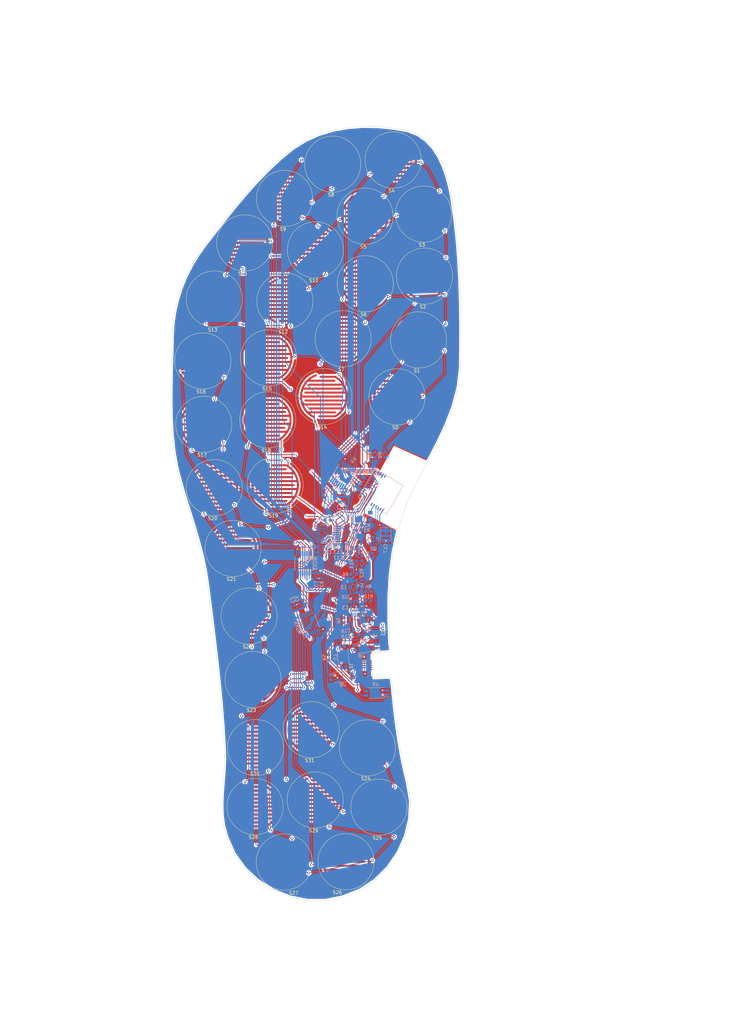
<source format=kicad_pcb>
(kicad_pcb (version 20171130) (host pcbnew "(5.0.0)")
  (layers (0 F.Cu signal) (31 B.Cu signal) (34 B.Paste user hide) (35 F.Paste user hide) (36 B.SilkS user hide) (37 F.SilkS user hide) (38 B.Mask user hide) (39 F.Mask user hide) (44 Edge.Cuts user))
  (net 0 "")
  (net 1 GND)
  (net 2 +3V3)
  (net 3 +5V)
  (net 4 +BATT)
  (net 5 /U1_A7)
  (net 6 /U1_A6)
  (net 7 /U1_A5)
  (net 8 /U1_A4)
  (net 9 /U1_A3)
  (net 10 /U1_A2)
  (net 11 /U1_A1)
  (net 12 /U1_A0)
  (net 13 /U2_A7)
  (net 14 /U2_A6)
  (net 15 /U2_A5)
  (net 16 /U2_A4)
  (net 17 /U2_A3)
  (net 18 /U2_A2)
  (net 19 /U2_A1)
  (net 20 /U2_A0)
  (net 21 /U1_Data)
  (net 22 /U2_Data)
  (net 23 /U3_Data)
  (net 24 /U4_Data)
  (net 25 /U3_A7)
  (net 26 /U3_A6)
  (net 27 /U3_A5)
  (net 28 /U3_A4)
  (net 29 /U3_A3)
  (net 30 /U3_A2)
  (net 31 /U3_A1)
  (net 32 /U3_A0)
  (net 33 /U4_A7)
  (net 34 /U4_A6)
  (net 35 /U4_A5)
  (net 36 /U4_A4)
  (net 37 /U4_A3)
  (net 38 /U4_A2)
  (net 39 /U4_A1)
  (net 40 /U4_A0)
  (net 41 "Net-(L3-Pad1)")
  (net 42 "Net-(R1-Pad1)")
  (net 43 "Net-(R2-Pad2)")
  (net 44 "Net-(R3-Pad2)")
  (net 45 /S0)
  (net 46 /S1)
  (net 47 /S2)
  (net 48 /MUX_E)
  (net 49 -BATT)
  (net 50 "Net-(C1-Pad1)")
  (net 51 Analog_Batt_Lvl)
  (net 52 Enable_Batt_Lvl)
  (net 53 "Net-(R5-Pad1)")
  (net 54 "Net-(R5-Pad2)")
  (net 55 "Net-(R10-Pad1)")
  (net 56 "Net-(R11-Pad1)")
  (net 57 XRES)
  (net 58 P0.6)
  (net 59 P0.7)
  (net 60 /P0.7_USB)
  (net 61 /P0.6_USB)
  (net 62 /XRES_USB)
  (net 63 "Net-(Q2-Pad3)")
  (net 64 /+3V3_VDDR)
  (net 65 /+3V3_VDD)
  (module fsr_footprints:FSR_Circle_7mm (layer F.Cu) (at 157.109453 36.030707 180)
    (fp_text reference S9 (at 0.5 -9.3) (layer F.SilkS))
    (fp_text value FSR)
    (pad 1 smd custom (at -6.7 -1.2 180) (size 0.5 0.5) (layers F.Cu F.Mask) (net 22 /U2_Data) (options (clearance outline) (anchor circle)) (primitives (gr_line (start 12.3 2.4) (end 0.1 2.4) (width 0.6)) (gr_line (start 7.7 7.2) (end 3.3 7.2) (width 0.6)) (gr_line (start 12.3 0) (end 0.1 0) (width 0.6)) (gr_line (start 11.1 4.8) (end 0.9 4.8) (width 0.6)) (gr_line (start 8.1 -4.8) (end 3.3 -4.8) (width 0.6)) (gr_line (start 11.1 -2.4) (end 0.9 -2.4) (width 0.6)) (gr_arc (start 6.7 1.2) (end 3.3 7.2) (angle 120.9) (width 0.6))))
    (pad 2 smd custom (at 6.8 0 180) (size 0.5 0.5) (layers F.Cu F.Mask) (net 19 /U2_A1) (options (clearance outline) (anchor circle)) (primitives (gr_line (start -10.2 -4.8) (end -2 -4.8) (width 0.6)) (gr_line (start -11.8 -2.4) (end -0.4 -2.4) (width 0.6)) (gr_arc (start -6.8 0) (end -3.8 -6.2) (angle 133.6) (width 0.6)) (gr_line (start -12 2.4) (end -0.4 2.4) (width 0.6)) (gr_line (start -12.4 0) (end -0.2 0) (width 0.6)) (gr_line (start -10 4.8) (end -2 4.8) (width 0.6))))
  )
  (module Connector_PinHeader_1.00mm:PinHeader_1x02_P1.00mm_Vertical (layer F.Cu) (at 186.829453 166.200707 4)
    (fp_text reference J2 (at 0 1.56 4) (layer F.SilkS))
    (fp_text value 3V7_Battery)
    (pad 2 thru_hole oval (at 0 -1 4) (size 0.85 0.85) (drill 0.5) (layers *.Cu *.Mask) (net 4 +BATT))
    (pad 1 thru_hole rect (at 0 0 4) (size 0.85 0.85) (drill 0.5) (layers *.Cu *.Mask) (net 49 -BATT))
  )
  (module Package_LGA:Bosch_LGA-14_3x2.5mm_P0.5mm (layer B.Cu) (at 177.939453 140.550707)
    (fp_text reference U2 (at 0 -2.5) (layer B.SilkS) (effects (justify mirror)))
    (fp_text value ISM330DLC)
    (pad 11 smd rect (at 1.2625 -0.75) (size 0.675 0.25) (layers B.Cu B.Paste B.Mask))
    (pad 10 smd rect (at 1.2625 -0.25) (size 0.675 0.25) (layers B.Cu B.Paste B.Mask))
    (pad 9 smd rect (at 1.2625 0.25) (size 0.675 0.25) (layers B.Cu B.Paste B.Mask))
    (pad 8 smd rect (at 1.2625 0.75) (size 0.675 0.25) (layers B.Cu B.Paste B.Mask) (net 2 +3V3))
    (pad 4 smd rect (at -1.2625 0.75) (size 0.675 0.25) (layers B.Cu B.Paste B.Mask))
    (pad 3 smd rect (at -1.2625 0.25) (size 0.675 0.25) (layers B.Cu B.Paste B.Mask) (net 1 GND))
    (pad 2 smd rect (at -1.2625 -0.25) (size 0.675 0.25) (layers B.Cu B.Paste B.Mask) (net 1 GND))
    (pad 1 smd rect (at -1.2625 -0.75) (size 0.675 0.25) (layers B.Cu B.Paste B.Mask) (net 1 GND))
    (pad 7 smd rect (at 0.5 1.0125) (size 0.25 0.675) (layers B.Cu B.Paste B.Mask) (net 1 GND))
    (pad 6 smd rect (at 0 1.0125) (size 0.25 0.675) (layers B.Cu B.Paste B.Mask) (net 1 GND))
    (pad 5 smd rect (at -0.5 1.0125) (size 0.25 0.675) (layers B.Cu B.Paste B.Mask) (net 2 +3V3))
    (pad 12 smd rect (at 0.5 -1.0125) (size 0.25 0.675) (layers B.Cu B.Paste B.Mask))
    (pad 14 smd rect (at -0.5 -1.0125) (size 0.25 0.675) (layers B.Cu B.Paste B.Mask) (net 43 "Net-(R2-Pad2)"))
    (pad 13 smd rect (at 0 -1.0125) (size 0.25 0.675) (layers B.Cu B.Paste B.Mask) (net 44 "Net-(R3-Pad2)"))
  )
  (module Capacitor_SMD:C_0603_1608Metric (layer B.Cu) (at 181.239453 166.250707 274)
    (fp_text reference C1 (at 0 -1.43 274) (layer B.SilkS) (effects (justify mirror)))
    (fp_text value 0.1uF)
    (pad 2 smd roundrect (at 0.7875 0 274) (size 0.875 0.95) (layers B.Cu B.Paste B.Mask) (net 49 -BATT))
    (pad 1 smd roundrect (at -0.7875 0 274) (size 0.875 0.95) (layers B.Cu B.Paste B.Mask) (net 50 "Net-(C1-Pad1)"))
  )
  (module Capacitor_SMD:C_0603_1608Metric (layer B.Cu) (at 160.289453 160.000707 290)
    (fp_text reference C2 (at -2.498995 -0.005009 290) (layer B.SilkS) (effects (justify mirror)))
    (fp_text value 1uF)
    (pad 2 smd roundrect (at 0.7875 0 290) (size 0.875 0.95) (layers B.Cu B.Paste B.Mask) (net 2 +3V3))
    (pad 1 smd roundrect (at -0.7875 0 290) (size 0.875 0.95) (layers B.Cu B.Paste B.Mask) (net 1 GND))
  )
  (module Capacitor_SMD:C_0603_1608Metric (layer B.Cu) (at 178.019453 159.660707 183)
    (fp_text reference C3 (at 2.530154 -0.127757 183) (layer B.SilkS) (effects (justify mirror)))
    (fp_text value 4.7uF)
    (pad 2 smd roundrect (at 0.7875 0 183) (size 0.875 0.95) (layers B.Cu B.Paste B.Mask) (net 4 +BATT))
    (pad 1 smd roundrect (at -0.7875 0 183) (size 0.875 0.95) (layers B.Cu B.Paste B.Mask) (net 1 GND))
  )
  (module Capacitor_SMD:C_0603_1608Metric (layer B.Cu) (at 179.725035 151.645774 4)
    (fp_text reference C4 (at 0.144756 1.513785 4) (layer B.SilkS) (effects (justify mirror)))
    (fp_text value 10uF)
    (pad 2 smd roundrect (at 0.7875 0 4) (size 0.875 0.95) (layers B.Cu B.Paste B.Mask) (net 1 GND))
    (pad 1 smd roundrect (at -0.7875 0 4) (size 0.875 0.95) (layers B.Cu B.Paste B.Mask) (net 2 +3V3))
  )
  (module Capacitor_SMD:C_0603_1608Metric (layer B.Cu) (at 161.739453 159.450707 290)
    (fp_text reference C5 (at -2.392243 0.140264 290) (layer B.SilkS) (effects (justify mirror)))
    (fp_text value 0.1uF)
    (pad 2 smd roundrect (at 0.7875 0 290) (size 0.875 0.95) (layers B.Cu B.Paste B.Mask) (net 2 +3V3))
    (pad 1 smd roundrect (at -0.7875 0 290) (size 0.875 0.95) (layers B.Cu B.Paste B.Mask) (net 1 GND))
  )
  (module Capacitor_SMD:C_0603_1608Metric (layer B.Cu) (at 168.339453 150.238207 90)
    (fp_text reference C6 (at -2.5125 0 90) (layer B.SilkS))
    (fp_text value 1uF)
    (pad 2 smd roundrect (at 0.7875 0 90) (size 0.875 0.95) (layers B.Cu B.Paste B.Mask) (net 2 +3V3))
    (pad 1 smd roundrect (at -0.7875 0 90) (size 0.875 0.95) (layers B.Cu B.Paste B.Mask) (net 1 GND))
  )
  (module Capacitor_SMD:C_0603_1608Metric (layer B.Cu) (at 166.739453 150.250707 90)
    (fp_text reference C7 (at -2.5 0 90) (layer B.SilkS))
    (fp_text value 0.1uF)
    (pad 2 smd roundrect (at 0.7875 0 90) (size 0.875 0.95) (layers B.Cu B.Paste B.Mask) (net 2 +3V3))
    (pad 1 smd roundrect (at -0.7875 0 90) (size 0.875 0.95) (layers B.Cu B.Paste B.Mask) (net 1 GND))
  )
  (module Capacitor_SMD:C_0603_1608Metric (layer B.Cu) (at 168.126953 143.150707 180)
    (fp_text reference C8 (at -2.3125 0 180) (layer B.SilkS) (effects (justify mirror)))
    (fp_text value 1uF)
    (pad 2 smd roundrect (at 0.7875 0 180) (size 0.875 0.95) (layers B.Cu B.Paste B.Mask) (net 2 +3V3))
    (pad 1 smd roundrect (at -0.7875 0 180) (size 0.875 0.95) (layers B.Cu B.Paste B.Mask) (net 1 GND))
  )
  (module Capacitor_SMD:C_0603_1608Metric (layer B.Cu) (at 168.126953 141.550707 180)
    (fp_text reference C9 (at 2.3875 0 180) (layer B.SilkS) (effects (justify mirror)))
    (fp_text value 0.1uF)
    (pad 2 smd roundrect (at 0.7875 0 180) (size 0.875 0.95) (layers B.Cu B.Paste B.Mask) (net 2 +3V3))
    (pad 1 smd roundrect (at -0.7875 0 180) (size 0.875 0.95) (layers B.Cu B.Paste B.Mask) (net 1 GND))
  )
  (module Capacitor_SMD:C_0603_1608Metric (layer B.Cu) (at 173.714453 127.113207 90)
    (fp_text reference C10 (at -2.9375 -0.075 90) (layer B.SilkS) (effects (justify mirror)))
    (fp_text value 1uF)
    (pad 2 smd roundrect (at 0.7875 0 90) (size 0.875 0.95) (layers B.Cu B.Paste B.Mask) (net 2 +3V3))
    (pad 1 smd roundrect (at -0.7875 0 90) (size 0.875 0.95) (layers B.Cu B.Paste B.Mask) (net 1 GND))
  )
  (module Capacitor_SMD:C_0603_1608Metric (layer B.Cu) (at 175.339453 127.125707 90)
    (fp_text reference C11 (at -2.95 -0.075 90) (layer B.SilkS) (effects (justify mirror)))
    (fp_text value 0.1uF)
    (pad 2 smd roundrect (at 0.7875 0 90) (size 0.875 0.95) (layers B.Cu B.Paste B.Mask) (net 2 +3V3))
    (pad 1 smd roundrect (at -0.7875 0 90) (size 0.875 0.95) (layers B.Cu B.Paste B.Mask) (net 1 GND))
  )
  (module Capacitor_SMD:C_0603_1608Metric (layer B.Cu) (at 176.251953 144.650707)
    (fp_text reference C12 (at -2.9125 0.1) (layer B.SilkS) (effects (justify mirror)))
    (fp_text value 1uF)
    (pad 2 smd roundrect (at 0.7875 0) (size 0.875 0.95) (layers B.Cu B.Paste B.Mask) (net 2 +3V3))
    (pad 1 smd roundrect (at -0.7875 0) (size 0.875 0.95) (layers B.Cu B.Paste B.Mask) (net 1 GND))
  )
  (module Capacitor_SMD:C_0603_1608Metric (layer B.Cu) (at 176.251953 143.050707)
    (fp_text reference C13 (at -2.9225 0.03) (layer B.SilkS) (effects (justify mirror)))
    (fp_text value 0.1uF)
    (pad 2 smd roundrect (at 0.7875 0) (size 0.875 0.95) (layers B.Cu B.Paste B.Mask) (net 2 +3V3))
    (pad 1 smd roundrect (at -0.7875 0) (size 0.875 0.95) (layers B.Cu B.Paste B.Mask) (net 1 GND))
  )
  (module Capacitor_SMD:C_0603_1608Metric (layer B.Cu) (at 179.739453 144.250707 180)
    (fp_text reference C14 (at 0.22 1.35 180) (layer B.SilkS) (effects (justify mirror)))
    (fp_text value 0.1uF)
    (pad 2 smd roundrect (at 0.7875 0 180) (size 0.875 0.95) (layers B.Cu B.Paste B.Mask) (net 1 GND))
    (pad 1 smd roundrect (at -0.7875 0 180) (size 0.875 0.95) (layers B.Cu B.Paste B.Mask) (net 51 Analog_Batt_Lvl))
  )
  (module Inductor_SMD:L_0805_2012Metric_Pad1.15x1.40mm_HandSolder (layer B.Cu) (at 183.069453 132.195707 90)
    (fp_text reference L1 (at 0 -1.65 90) (layer B.SilkS) (effects (justify mirror)))
    (fp_text value "300ohm 100MHz")
    (pad 2 smd roundrect (at 1.025 0 90) (size 1.15 1.4) (layers B.Cu B.Paste B.Mask) (roundrect_rratio 0.217391) (net 64 /+3V3_VDDR))
    (pad 1 smd roundrect (at -1.025 0 90) (size 1.15 1.4) (layers B.Cu B.Paste B.Mask) (roundrect_rratio 0.217391) (net 2 +3V3))
  )
  (module Inductor_SMD:L_0805_2012Metric_Pad1.15x1.40mm_HandSolder (layer B.Cu) (at 180.389453 121.360707 60)
    (fp_text reference L2 (at 2.693557 0.165378 60) (layer B.SilkS) (effects (justify mirror)))
    (fp_text value "300ohm 100MHz")
    (pad 2 smd roundrect (at 1.025 0 60) (size 1.15 1.4) (layers B.Cu B.Paste B.Mask) (roundrect_rratio 0.217391) (net 65 /+3V3_VDD))
    (pad 1 smd roundrect (at -1.025 0 60) (size 1.15 1.4) (layers B.Cu B.Paste B.Mask) (roundrect_rratio 0.217391) (net 2 +3V3))
  )
  (module Inductor_SMD:L_0805_2012Metric_Pad1.15x1.40mm_HandSolder (layer B.Cu) (at 177.96695 153.600707 3)
    (fp_text reference L3 (at -3.001949 -0.041005 3) (layer B.SilkS) (effects (justify mirror)))
    (fp_text value 1uH)
    (pad 2 smd roundrect (at 1.025 0 3) (size 1.15 1.4) (layers B.Cu B.Paste B.Mask) (roundrect_rratio 0.217391) (net 2 +3V3))
    (pad 1 smd roundrect (at -1.025 0 3) (size 1.15 1.4) (layers B.Cu B.Paste B.Mask) (roundrect_rratio 0.217391) (net 41 "Net-(L3-Pad1)"))
  )
  (module Package_SO:TSSOP-16_4.4x5mm_P0.65mm (layer B.Cu) (at 174.839453 119.750707 240)
    (fp_text reference MUX1 (at 0 -3.55 240) (layer B.SilkS) (effects (justify mirror)))
    (fp_text value CD74HC4051)
    (pad 16 smd rect (at 2.95 -2.275 240) (size 1.5 0.45) (layers B.Cu B.Paste B.Mask) (net 2 +3V3))
    (pad 15 smd rect (at 2.95 -1.625 240) (size 1.5 0.45) (layers B.Cu B.Paste B.Mask) (net 10 /U1_A2))
    (pad 14 smd rect (at 2.95 -0.975 240) (size 1.5 0.45) (layers B.Cu B.Paste B.Mask) (net 11 /U1_A1))
    (pad 13 smd rect (at 2.95 -0.325 240) (size 1.5 0.45) (layers B.Cu B.Paste B.Mask) (net 12 /U1_A0))
    (pad 12 smd rect (at 2.95 0.325 240) (size 1.5 0.45) (layers B.Cu B.Paste B.Mask) (net 9 /U1_A3))
    (pad 11 smd rect (at 2.95 0.975 240) (size 1.5 0.45) (layers B.Cu B.Paste B.Mask) (net 45 /S0))
    (pad 10 smd rect (at 2.95 1.625 240) (size 1.5 0.45) (layers B.Cu B.Paste B.Mask) (net 46 /S1))
    (pad 9 smd rect (at 2.95 2.275 240) (size 1.5 0.45) (layers B.Cu B.Paste B.Mask) (net 47 /S2))
    (pad 8 smd rect (at -2.95 2.275 240) (size 1.5 0.45) (layers B.Cu B.Paste B.Mask) (net 1 GND))
    (pad 7 smd rect (at -2.95 1.625 240) (size 1.5 0.45) (layers B.Cu B.Paste B.Mask) (net 1 GND))
    (pad 6 smd rect (at -2.95 0.975 240) (size 1.5 0.45) (layers B.Cu B.Paste B.Mask) (net 48 /MUX_E))
    (pad 5 smd rect (at -2.95 0.325 240) (size 1.5 0.45) (layers B.Cu B.Paste B.Mask) (net 7 /U1_A5))
    (pad 4 smd rect (at -2.95 -0.325 240) (size 1.5 0.45) (layers B.Cu B.Paste B.Mask) (net 5 /U1_A7))
    (pad 3 smd rect (at -2.95 -0.975 240) (size 1.5 0.45) (layers B.Cu B.Paste B.Mask) (net 2 +3V3))
    (pad 2 smd rect (at -2.95 -1.625 240) (size 1.5 0.45) (layers B.Cu B.Paste B.Mask) (net 6 /U1_A6))
    (pad 1 smd rect (at -2.95 -2.275 240) (size 1.5 0.45) (layers B.Cu B.Paste B.Mask) (net 8 /U1_A4))
  )
  (module Package_SO:TSSOP-16_4.4x5mm_P0.65mm (layer B.Cu) (at 170.239453 137.550707 180)
    (fp_text reference MUX2 (at -1.7 -3.6 180) (layer B.SilkS) (effects (justify mirror)))
    (fp_text value CD74HC4051)
    (pad 16 smd rect (at 2.95 -2.275 180) (size 1.5 0.45) (layers B.Cu B.Paste B.Mask) (net 2 +3V3))
    (pad 15 smd rect (at 2.95 -1.625 180) (size 1.5 0.45) (layers B.Cu B.Paste B.Mask) (net 18 /U2_A2))
    (pad 14 smd rect (at 2.95 -0.975 180) (size 1.5 0.45) (layers B.Cu B.Paste B.Mask) (net 19 /U2_A1))
    (pad 13 smd rect (at 2.95 -0.325 180) (size 1.5 0.45) (layers B.Cu B.Paste B.Mask) (net 20 /U2_A0))
    (pad 12 smd rect (at 2.95 0.325 180) (size 1.5 0.45) (layers B.Cu B.Paste B.Mask) (net 17 /U2_A3))
    (pad 11 smd rect (at 2.95 0.975 180) (size 1.5 0.45) (layers B.Cu B.Paste B.Mask) (net 45 /S0))
    (pad 10 smd rect (at 2.95 1.625 180) (size 1.5 0.45) (layers B.Cu B.Paste B.Mask) (net 46 /S1))
    (pad 9 smd rect (at 2.95 2.275 180) (size 1.5 0.45) (layers B.Cu B.Paste B.Mask) (net 47 /S2))
    (pad 8 smd rect (at -2.95 2.275 180) (size 1.5 0.45) (layers B.Cu B.Paste B.Mask) (net 1 GND))
    (pad 7 smd rect (at -2.95 1.625 180) (size 1.5 0.45) (layers B.Cu B.Paste B.Mask) (net 1 GND))
    (pad 6 smd rect (at -2.95 0.975 180) (size 1.5 0.45) (layers B.Cu B.Paste B.Mask) (net 48 /MUX_E))
    (pad 5 smd rect (at -2.95 0.325 180) (size 1.5 0.45) (layers B.Cu B.Paste B.Mask) (net 15 /U2_A5))
    (pad 4 smd rect (at -2.95 -0.325 180) (size 1.5 0.45) (layers B.Cu B.Paste B.Mask) (net 13 /U2_A7))
    (pad 3 smd rect (at -2.95 -0.975 180) (size 1.5 0.45) (layers B.Cu B.Paste B.Mask) (net 2 +3V3))
    (pad 2 smd rect (at -2.95 -1.625 180) (size 1.5 0.45) (layers B.Cu B.Paste B.Mask) (net 14 /U2_A6))
    (pad 1 smd rect (at -2.95 -2.275 180) (size 1.5 0.45) (layers B.Cu B.Paste B.Mask) (net 16 /U2_A4))
  )
  (module Package_SO:TSSOP-16_4.4x5mm_P0.65mm (layer B.Cu) (at 162.939453 146.500707 270)
    (fp_text reference MUX3 (at 0 -3.55 270) (layer B.SilkS) (effects (justify mirror)))
    (fp_text value CD74HC4051)
    (pad 16 smd rect (at 2.95 -2.275 270) (size 1.5 0.45) (layers B.Cu B.Paste B.Mask) (net 2 +3V3))
    (pad 15 smd rect (at 2.95 -1.625 270) (size 1.5 0.45) (layers B.Cu B.Paste B.Mask) (net 30 /U3_A2))
    (pad 14 smd rect (at 2.95 -0.975 270) (size 1.5 0.45) (layers B.Cu B.Paste B.Mask) (net 31 /U3_A1))
    (pad 13 smd rect (at 2.95 -0.325 270) (size 1.5 0.45) (layers B.Cu B.Paste B.Mask) (net 32 /U3_A0))
    (pad 12 smd rect (at 2.95 0.325 270) (size 1.5 0.45) (layers B.Cu B.Paste B.Mask) (net 29 /U3_A3))
    (pad 11 smd rect (at 2.95 0.975 270) (size 1.5 0.45) (layers B.Cu B.Paste B.Mask) (net 45 /S0))
    (pad 10 smd rect (at 2.95 1.625 270) (size 1.5 0.45) (layers B.Cu B.Paste B.Mask) (net 46 /S1))
    (pad 9 smd rect (at 2.95 2.275 270) (size 1.5 0.45) (layers B.Cu B.Paste B.Mask) (net 47 /S2))
    (pad 8 smd rect (at -2.95 2.275 270) (size 1.5 0.45) (layers B.Cu B.Paste B.Mask) (net 1 GND))
    (pad 7 smd rect (at -2.95 1.625 270) (size 1.5 0.45) (layers B.Cu B.Paste B.Mask) (net 1 GND))
    (pad 6 smd rect (at -2.95 0.975 270) (size 1.5 0.45) (layers B.Cu B.Paste B.Mask) (net 48 /MUX_E))
    (pad 5 smd rect (at -2.95 0.325 270) (size 1.5 0.45) (layers B.Cu B.Paste B.Mask) (net 27 /U3_A5))
    (pad 4 smd rect (at -2.95 -0.325 270) (size 1.5 0.45) (layers B.Cu B.Paste B.Mask) (net 25 /U3_A7))
    (pad 3 smd rect (at -2.95 -0.975 270) (size 1.5 0.45) (layers B.Cu B.Paste B.Mask) (net 2 +3V3))
    (pad 2 smd rect (at -2.95 -1.625 270) (size 1.5 0.45) (layers B.Cu B.Paste B.Mask) (net 26 /U3_A6))
    (pad 1 smd rect (at -2.95 -2.275 270) (size 1.5 0.45) (layers B.Cu B.Paste B.Mask) (net 28 /U3_A4))
  )
  (module Package_SO:TSSOP-16_4.4x5mm_P0.65mm (layer B.Cu) (at 164.389453 164.800707 110)
    (fp_text reference MUX4 (at 0 -3.55 110) (layer B.SilkS) (effects (justify mirror)))
    (fp_text value CD74HC4051)
    (pad 16 smd rect (at 2.95 -2.275 110) (size 1.5 0.45) (layers B.Cu B.Paste B.Mask) (net 2 +3V3))
    (pad 15 smd rect (at 2.95 -1.625 110) (size 1.5 0.45) (layers B.Cu B.Paste B.Mask) (net 38 /U4_A2))
    (pad 14 smd rect (at 2.95 -0.975 110) (size 1.5 0.45) (layers B.Cu B.Paste B.Mask) (net 39 /U4_A1))
    (pad 13 smd rect (at 2.95 -0.325 110) (size 1.5 0.45) (layers B.Cu B.Paste B.Mask) (net 40 /U4_A0))
    (pad 12 smd rect (at 2.95 0.325 110) (size 1.5 0.45) (layers B.Cu B.Paste B.Mask) (net 37 /U4_A3))
    (pad 11 smd rect (at 2.95 0.975 110) (size 1.5 0.45) (layers B.Cu B.Paste B.Mask) (net 45 /S0))
    (pad 10 smd rect (at 2.95 1.625 110) (size 1.5 0.45) (layers B.Cu B.Paste B.Mask) (net 46 /S1))
    (pad 9 smd rect (at 2.95 2.275 110) (size 1.5 0.45) (layers B.Cu B.Paste B.Mask) (net 47 /S2))
    (pad 8 smd rect (at -2.95 2.275 110) (size 1.5 0.45) (layers B.Cu B.Paste B.Mask) (net 1 GND))
    (pad 7 smd rect (at -2.95 1.625 110) (size 1.5 0.45) (layers B.Cu B.Paste B.Mask) (net 1 GND))
    (pad 6 smd rect (at -2.95 0.975 110) (size 1.5 0.45) (layers B.Cu B.Paste B.Mask) (net 48 /MUX_E))
    (pad 5 smd rect (at -2.95 0.325 110) (size 1.5 0.45) (layers B.Cu B.Paste B.Mask) (net 35 /U4_A5))
    (pad 4 smd rect (at -2.95 -0.325 110) (size 1.5 0.45) (layers B.Cu B.Paste B.Mask) (net 33 /U4_A7))
    (pad 3 smd rect (at -2.95 -0.975 110) (size 1.5 0.45) (layers B.Cu B.Paste B.Mask) (net 2 +3V3))
    (pad 2 smd rect (at -2.95 -1.625 110) (size 1.5 0.45) (layers B.Cu B.Paste B.Mask) (net 34 /U4_A6))
    (pad 1 smd rect (at -2.95 -2.275 110) (size 1.5 0.45) (layers B.Cu B.Paste B.Mask) (net 36 /U4_A4))
  )
  (module Package_TO_SOT_SMD:SOT-23 (layer B.Cu) (at 184.039453 139.650707 90)
    (fp_text reference Q2 (at -2.43 -0.03) (layer B.SilkS) (effects (justify mirror)))
    (fp_text value Q_PMOS_GSD)
    (pad 3 smd rect (at 1 0 90) (size 0.9 0.8) (layers B.Cu B.Paste B.Mask) (net 63 "Net-(Q2-Pad3)"))
    (pad 2 smd rect (at -1 0.95 90) (size 0.9 0.8) (layers B.Cu B.Paste B.Mask) (net 4 +BATT))
    (pad 1 smd rect (at -1 -0.95 90) (size 0.9 0.8) (layers B.Cu B.Paste B.Mask) (net 52 Enable_Batt_Lvl))
  )
  (module Resistor_SMD:R_0603_1608Metric (layer B.Cu) (at 174.858238 163.734286 93)
    (fp_text reference R1 (at 0 -1.43 93) (layer B.SilkS) (effects (justify mirror)))
    (fp_text value 10k)
    (pad 2 smd roundrect (at 0.7875 0 93) (size 0.875 0.95) (layers B.Cu B.Paste B.Mask) (net 49 -BATT))
    (pad 1 smd roundrect (at -0.7875 0 93) (size 0.875 0.95) (layers B.Cu B.Paste B.Mask) (net 42 "Net-(R1-Pad1)"))
  )
  (module Resistor_SMD:R_0603_1608Metric (layer B.Cu) (at 179.651953 134.950707 180)
    (fp_text reference R2 (at -2.4875 -0.1 180) (layer B.SilkS) (effects (justify mirror)))
    (fp_text value 10k)
    (pad 2 smd roundrect (at 0.7875 0 180) (size 0.875 0.95) (layers B.Cu B.Paste B.Mask) (net 43 "Net-(R2-Pad2)"))
    (pad 1 smd roundrect (at -0.7875 0 180) (size 0.875 0.95) (layers B.Cu B.Paste B.Mask) (net 2 +3V3))
  )
  (module Resistor_SMD:R_0603_1608Metric (layer B.Cu) (at 179.639453 136.550707 180)
    (fp_text reference R3 (at -2.4 0 180) (layer B.SilkS) (effects (justify mirror)))
    (fp_text value 10k)
    (pad 2 smd roundrect (at 0.7875 0 180) (size 0.875 0.95) (layers B.Cu B.Paste B.Mask) (net 44 "Net-(R3-Pad2)"))
    (pad 1 smd roundrect (at -0.7875 0 180) (size 0.875 0.95) (layers B.Cu B.Paste B.Mask) (net 2 +3V3))
  )
  (module Resistor_SMD:R_0603_1608Metric (layer B.Cu) (at 182.479453 154.998707)
    (fp_text reference R4 (at 0 -1.43) (layer B.SilkS) (effects (justify mirror)))
    (fp_text value "390 ohm")
    (pad 2 smd roundrect (at 0.7875 0) (size 0.875 0.95) (layers B.Cu B.Paste B.Mask) (net 50 "Net-(C1-Pad1)"))
    (pad 1 smd roundrect (at -0.7875 0) (size 0.875 0.95) (layers B.Cu B.Paste B.Mask) (net 4 +BATT))
  )
  (module Resistor_SMD:R_0603_1608Metric (layer B.Cu) (at 170.439453 174.950707 94)
    (fp_text reference R5 (at 0 -1.43 94) (layer B.SilkS) (effects (justify mirror)))
    (fp_text value 0-1k)
    (pad 2 smd roundrect (at 0.7875 0 94) (size 0.875 0.95) (layers B.Cu B.Paste B.Mask) (net 54 "Net-(R5-Pad2)"))
    (pad 1 smd roundrect (at -0.7875 0 94) (size 0.875 0.95) (layers B.Cu B.Paste B.Mask) (net 53 "Net-(R5-Pad1)"))
  )
  (module Resistor_SMD:R_0603_1608Metric (layer B.Cu) (at 178.051953 149.850707 180)
    (fp_text reference R6 (at 2.5125 0 180) (layer B.SilkS) (effects (justify mirror)))
    (fp_text value 10k)
    (pad 2 smd roundrect (at 0.7875 0 180) (size 0.875 0.95) (layers B.Cu B.Paste B.Mask) (net 24 /U4_Data))
    (pad 1 smd roundrect (at -0.7875 0 180) (size 0.875 0.95) (layers B.Cu B.Paste B.Mask) (net 1 GND))
  )
  (module Resistor_SMD:R_0603_1608Metric (layer B.Cu) (at 170.139453 133.400707 180)
    (fp_text reference R7 (at 2.5 -0.05 180) (layer B.SilkS) (effects (justify mirror)))
    (fp_text value 10k)
    (pad 2 smd roundrect (at 0.7875 0 180) (size 0.875 0.95) (layers B.Cu B.Paste B.Mask) (net 23 /U3_Data))
    (pad 1 smd roundrect (at -0.7875 0 180) (size 0.875 0.95) (layers B.Cu B.Paste B.Mask) (net 1 GND))
  )
  (module Resistor_SMD:R_0603_1608Metric (layer B.Cu) (at 184.539453 113.638207 90)
    (fp_text reference R8 (at 0 -1.43 90) (layer B.SilkS) (effects (justify mirror)))
    (fp_text value 10k)
    (pad 2 smd roundrect (at 0.7875 0 90) (size 0.875 0.95) (layers B.Cu B.Paste B.Mask) (net 22 /U2_Data))
    (pad 1 smd roundrect (at -0.7875 0 90) (size 0.875 0.95) (layers B.Cu B.Paste B.Mask) (net 1 GND))
  )
  (module Resistor_SMD:R_0603_1608Metric (layer B.Cu) (at 187.539453 113.650707 90)
    (fp_text reference R9 (at 0 -1.43 90) (layer B.SilkS) (effects (justify mirror)))
    (fp_text value 10k)
    (pad 2 smd roundrect (at 0.7875 0 90) (size 0.875 0.95) (layers B.Cu B.Paste B.Mask) (net 21 /U1_Data))
    (pad 1 smd roundrect (at -0.7875 0 90) (size 0.875 0.95) (layers B.Cu B.Paste B.Mask) (net 1 GND))
  )
  (module Resistor_SMD:R_0603_1608Metric (layer B.Cu) (at 182.504953 157.792707 180)
    (fp_text reference R10 (at 0 1.27 180) (layer B.SilkS) (effects (justify mirror)))
    (fp_text value 2.7k)
    (pad 2 smd roundrect (at 0.7875 0 180) (size 0.875 0.95) (layers B.Cu B.Paste B.Mask) (net 1 GND))
    (pad 1 smd roundrect (at -0.7875 0 180) (size 0.875 0.95) (layers B.Cu B.Paste B.Mask) (net 55 "Net-(R10-Pad1)"))
  )
  (module Resistor_SMD:R_0603_1608Metric (layer B.Cu) (at 183.95495 169.150707 5)
    (fp_text reference R11 (at -2.848361 0.252711 5) (layer B.SilkS) (effects (justify mirror)))
    (fp_text value "100-500 ohm")
    (pad 2 smd roundrect (at 0.7875 0 5) (size 0.875 0.95) (layers B.Cu B.Paste B.Mask) (net 2 +3V3))
    (pad 1 smd roundrect (at -0.7875 0 5) (size 0.875 0.95) (layers B.Cu B.Paste B.Mask) (net 56 "Net-(R11-Pad1)"))
  )
  (module Resistor_SMD:R_0603_1608Metric (layer B.Cu) (at 180.539453 146.538207 90)
    (fp_text reference R12 (at -2.9125 -0.1 90) (layer B.SilkS) (effects (justify mirror)))
    (fp_text value 10k)
    (pad 2 smd roundrect (at 0.7875 0 90) (size 0.875 0.95) (layers B.Cu B.Paste B.Mask) (net 51 Analog_Batt_Lvl))
    (pad 1 smd roundrect (at -0.7875 0 90) (size 0.875 0.95) (layers B.Cu B.Paste B.Mask) (net 63 "Net-(Q2-Pad3)"))
  )
  (module Resistor_SMD:R_0603_1608Metric (layer B.Cu) (at 178.839453 146.550707 270)
    (fp_text reference R13 (at 0.1 1.4 270) (layer B.SilkS) (effects (justify mirror)))
    (fp_text value 10k)
    (pad 2 smd roundrect (at 0.7875 0 270) (size 0.875 0.95) (layers B.Cu B.Paste B.Mask) (net 1 GND))
    (pad 1 smd roundrect (at -0.7875 0 270) (size 0.875 0.95) (layers B.Cu B.Paste B.Mask) (net 51 Analog_Batt_Lvl))
  )
  (module Resistor_SMD:R_0603_1608Metric (layer B.Cu) (at 183.639453 144.263207 90)
    (fp_text reference R14 (at 0 -1.43 90) (layer B.SilkS) (effects (justify mirror)))
    (fp_text value 100k)
    (pad 2 smd roundrect (at 0.7875 0 90) (size 0.875 0.95) (layers B.Cu B.Paste B.Mask) (net 52 Enable_Batt_Lvl))
    (pad 1 smd roundrect (at -0.7875 0 90) (size 0.875 0.95) (layers B.Cu B.Paste B.Mask) (net 4 +BATT))
  )
  (module Package_TO_SOT_SMD:TSOT-23-5 (layer B.Cu) (at 178.439453 163.450707 273)
    (fp_text reference U1 (at -2.60167 -0.036211 183) (layer B.SilkS) (effects (font (size 0.9 0.9)) (justify mirror)))
    (fp_text value STC4054-4.2)
    (pad 5 smd rect (at 1.31 -0.95 273) (size 1.22 0.65) (layers B.Cu B.Paste B.Mask) (net 42 "Net-(R1-Pad1)"))
    (pad 4 smd rect (at 1.31 0.95 273) (size 1.22 0.65) (layers B.Cu B.Paste B.Mask) (net 3 +5V))
    (pad 3 smd rect (at -1.31 0.95 273) (size 1.22 0.65) (layers B.Cu B.Paste B.Mask) (net 4 +BATT))
    (pad 2 smd rect (at -1.31 0 273) (size 1.22 0.65) (layers B.Cu B.Paste B.Mask) (net 49 -BATT))
    (pad 1 smd rect (at -1.31 -0.95 273) (size 1.22 0.65) (layers B.Cu B.Paste B.Mask))
  )
  (module Package_TO_SOT_SMD:TSOT-23-5 (layer B.Cu) (at 178.089453 156.760707 93)
    (fp_text reference U3 (at 0.142354 -2.716272 3) (layer B.SilkS) (effects (font (size 0.9 0.9)) (justify mirror)))
    (fp_text value ADP2108AUJ-3.3)
    (pad 5 smd rect (at 1.31 -0.95 93) (size 1.22 0.65) (layers B.Cu B.Paste B.Mask) (net 41 "Net-(L3-Pad1)"))
    (pad 4 smd rect (at 1.31 0.95 93) (size 1.22 0.65) (layers B.Cu B.Paste B.Mask) (net 2 +3V3))
    (pad 3 smd rect (at -1.31 0.95 93) (size 1.22 0.65) (layers B.Cu B.Paste B.Mask) (net 4 +BATT))
    (pad 2 smd rect (at -1.31 0 93) (size 1.22 0.65) (layers B.Cu B.Paste B.Mask) (net 1 GND))
    (pad 1 smd rect (at -1.31 -0.95 93) (size 1.22 0.65) (layers B.Cu B.Paste B.Mask) (net 4 +BATT))
  )
  (module Digikey_EZ_BLE:CYBLE-222014-01 (layer B.Cu) (at 184.969453 123.890707 240)
    (fp_text reference U4 (at -3.928799 10.45512 240) (layer B.SilkS) (effects (justify mirror)))
    (fp_text value CYBLE-222014-01)
    (pad 1 smd rect (at 4.89 -4.91 240) (size 1 0.41) (layers B.Cu B.Paste B.Mask) (net 1 GND))
    (pad 2 smd rect (at 4.89 -4.14 240) (size 1 0.41) (layers B.Cu B.Paste B.Mask))
    (pad 3 smd rect (at 4.89 -3.38 240) (size 1 0.41) (layers B.Cu B.Paste B.Mask) (net 52 Enable_Batt_Lvl))
    (pad 4 smd rect (at 4.89 -2.62 240) (size 1 0.41) (layers B.Cu B.Paste B.Mask) (net 51 Analog_Batt_Lvl))
    (pad 5 smd rect (at 4.89 -1.86 240) (size 1 0.41) (layers B.Cu B.Paste B.Mask) (net 64 /+3V3_VDDR))
    (pad 7 smd rect (at 4.34 3.19 330) (size 1 0.41) (layers B.Cu B.Paste B.Mask) (net 48 /MUX_E))
    (pad 8 smd rect (at 3.58 3.19 330) (size 1 0.41) (layers B.Cu B.Paste B.Mask) (net 59 P0.7))
    (pad 9 smd rect (at 2.81 3.19 330) (size 1 0.41) (layers B.Cu B.Paste B.Mask) (net 43 "Net-(R2-Pad2)"))
    (pad 10 smd rect (at 2.05 3.19 330) (size 1 0.41) (layers B.Cu B.Paste B.Mask) (net 44 "Net-(R3-Pad2)"))
    (pad 11 smd rect (at 1.29 3.19 330) (size 1 0.41) (layers B.Cu B.Paste B.Mask) (net 1 GND))
    (pad 12 smd rect (at 0.53 3.19 330) (size 1 0.41) (layers B.Cu B.Paste B.Mask) (net 58 P0.6))
    (pad 13 smd rect (at -0.23 3.19 330) (size 1 0.41) (layers B.Cu B.Paste B.Mask) (net 24 /U4_Data))
    (pad 14 smd rect (at -1 3.19 330) (size 1 0.41) (layers B.Cu B.Paste B.Mask) (net 65 /+3V3_VDD))
    (pad 15 smd rect (at -1.76 3.19 330) (size 1 0.41) (layers B.Cu B.Paste B.Mask) (net 57 XRES))
    (pad 16 smd rect (at -2.52 3.19 330) (size 1 0.41) (layers B.Cu B.Paste B.Mask) (net 23 /U3_Data))
    (pad 17 smd rect (at -3.28 3.19 330) (size 1 0.41) (layers B.Cu B.Paste B.Mask) (net 22 /U2_Data))
    (pad 18 smd rect (at -4.04 3.19 330) (size 1 0.41) (layers B.Cu B.Paste B.Mask) (net 21 /U1_Data))
    (pad 19 smd rect (at -4.6 1.95 240) (size 1 0.41) (layers B.Cu B.Paste B.Mask) (net 45 /S0))
    (pad 20 smd rect (at -4.6 1.19 240) (size 1 0.41) (layers B.Cu B.Paste B.Mask) (net 46 /S1))
    (pad 21 smd rect (at -4.6 0.43 240) (size 1 0.41) (layers B.Cu B.Paste B.Mask) (net 47 /S2))
    (pad 22 smd rect (at -4.6 -0.33 240) (size 1 0.41) (layers B.Cu B.Paste B.Mask))
    (pad 6 smd rect (at 4.89 -1.1 240) (size 1 0.41) (layers B.Cu B.Paste B.Mask))
  )
  (module SamacSys_Parts:AP9211SAACHAC7 (layer B.Cu) (at 182.889453 161.600707 4)
    (fp_text reference U5 (at -1.955713 0.013605 -86) (layer B.SilkS) (effects (font (size 0.9 0.9)) (justify mirror)))
    (fp_text value AP9211SA-AN-HAC-7 hide)
    (pad 7 smd rect (at 0 0 94) (size 1.8 1.8) (layers B.Cu B.Paste B.Mask))
    (pad 6 smd rect (at -0.599 -1.35 94) (size 0.5 0.75) (layers B.Cu B.Paste B.Mask) (net 1 GND))
    (pad 5 smd rect (at 0.176 -1.35 4) (size 0.4 0.5) (layers B.Cu B.Paste B.Mask) (net 55 "Net-(R10-Pad1)"))
    (pad 4 smd rect (at 0.776 -1.35 4) (size 0.4 0.5) (layers B.Cu B.Paste B.Mask))
    (pad 3 smd rect (at 0.776 1.35 4) (size 0.4 0.5) (layers B.Cu B.Paste B.Mask) (net 50 "Net-(C1-Pad1)"))
    (pad 2 smd rect (at 0.176004 1.35 4) (size 0.4 0.5) (layers B.Cu B.Paste B.Mask) (net 49 -BATT))
    (pad 1 smd rect (at -0.599 1.35 94) (size 0.5 0.75) (layers B.Cu B.Paste B.Mask) (net 49 -BATT))
  )
  (module Package_SO:SOP-4_4.4x2.8mm_P1.27mm (layer B.Cu) (at 181.639453 171.850707 5)
    (fp_text reference U6 (at -1.521658 2.476804 5) (layer B.SilkS) (effects (justify mirror)))
    (fp_text value TCMT1100)
    (pad 4 smd rect (at 3.15 -0.64 5) (size 1.3 0.8) (layers B.Cu B.Paste B.Mask) (net 2 +3V3))
    (pad 3 smd rect (at 3.15 0.64 5) (size 1.3 0.8) (layers B.Cu B.Paste B.Mask) (net 54 "Net-(R5-Pad2)"))
    (pad 2 smd rect (at -3.15 0.64 5) (size 1.3 0.8) (layers B.Cu B.Paste B.Mask) (net 3 +5V))
    (pad 1 smd rect (at -3.15 -0.64 5) (size 1.3 0.8) (layers B.Cu B.Paste B.Mask) (net 56 "Net-(R11-Pad1)"))
  )
  (module Package_SO:SOP-4_4.4x2.8mm_P1.27mm (layer B.Cu) (at 174.839453 174.750707 94)
    (fp_text reference U7 (at 0 -2.4 94) (layer B.SilkS) (effects (justify mirror)))
    (fp_text value TCMT1100)
    (pad 4 smd rect (at 3.15 -0.64 94) (size 1.3 0.8) (layers B.Cu B.Paste B.Mask) (net 62 /XRES_USB))
    (pad 3 smd rect (at 3.15 0.64 94) (size 1.3 0.8) (layers B.Cu B.Paste B.Mask) (net 57 XRES))
    (pad 2 smd rect (at -3.15 0.64 94) (size 1.3 0.8) (layers B.Cu B.Paste B.Mask) (net 1 GND))
    (pad 1 smd rect (at -3.15 -0.64 94) (size 1.3 0.8) (layers B.Cu B.Paste B.Mask) (net 53 "Net-(R5-Pad1)"))
  )
  (module Package_SO:SOP-4_4.4x2.8mm_P1.27mm (layer B.Cu) (at 174.339453 180.850707 6)
    (fp_text reference U8 (at 0.246393 2.439117 6) (layer B.SilkS) (effects (justify mirror)))
    (fp_text value TCMT1100)
    (pad 4 smd rect (at 3.15 -0.64 6) (size 1.3 0.8) (layers B.Cu B.Paste B.Mask) (net 61 /P0.6_USB))
    (pad 3 smd rect (at 3.15 0.64 6) (size 1.3 0.8) (layers B.Cu B.Paste B.Mask) (net 58 P0.6))
    (pad 2 smd rect (at -3.15 0.64 6) (size 1.3 0.8) (layers B.Cu B.Paste B.Mask) (net 1 GND))
    (pad 1 smd rect (at -3.15 -0.64 6) (size 1.3 0.8) (layers B.Cu B.Paste B.Mask) (net 53 "Net-(R5-Pad1)"))
  )
  (module Package_SO:SOP-4_4.4x2.8mm_P1.27mm (layer B.Cu) (at 184.969453 185.760707 182)
    (fp_text reference U9 (at 0.157364 2.657111 182) (layer B.SilkS) (effects (justify mirror)))
    (fp_text value TCMT1100)
    (pad 4 smd rect (at 3.15 -0.64 182) (size 1.3 0.8) (layers B.Cu B.Paste B.Mask) (net 60 /P0.7_USB))
    (pad 3 smd rect (at 3.15 0.64 182) (size 1.3 0.8) (layers B.Cu B.Paste B.Mask) (net 59 P0.7))
    (pad 2 smd rect (at -3.15 0.64 182) (size 1.3 0.8) (layers B.Cu B.Paste B.Mask) (net 1 GND))
    (pad 1 smd rect (at -3.15 -0.64 182) (size 1.3 0.8) (layers B.Cu B.Paste B.Mask) (net 53 "Net-(R5-Pad1)"))
  )
  (module Capacitor_SMD:C_0603_1608Metric (layer B.Cu) (at 178.753871 168.25564 184)
    (fp_text reference C15 (at 3.094999 -0.155001 184) (layer B.SilkS) (effects (justify mirror)))
    (fp_text value 1uF)
    (pad 2 smd roundrect (at 0.7875 0 184) (size 0.875 0.95) (layers B.Cu B.Paste B.Mask) (net 3 +5V))
    (pad 1 smd roundrect (at -0.7875 0 184) (size 0.875 0.95) (layers B.Cu B.Paste B.Mask) (net 49 -BATT))
  )
  (module Capacitor_SMD:C_0603_1608Metric (layer B.Cu) (at 178.634452 166.685706 184)
    (fp_text reference C16 (at 3.044999 -0.015001 184) (layer B.SilkS) (effects (justify mirror)))
    (fp_text value 0.1uF)
    (pad 2 smd roundrect (at 0.7875 0 184) (size 0.875 0.95) (layers B.Cu B.Paste B.Mask) (net 3 +5V))
    (pad 1 smd roundrect (at -0.7875 0 184) (size 0.875 0.95) (layers B.Cu B.Paste B.Mask) (net 49 -BATT))
  )
  (module Connector_USB:USB_Micro_CustomV2 (layer F.Cu) (at 185.919453 177.270707 272)
    (fp_text reference J1 (at 0 8.7 272) (layer F.SilkS))
    (fp_text value Conn_Micro_USB)
    (pad 6 smd custom (at -5.2 2.6 272) (size 1.6 2.4) (layers F.Cu F.Paste F.Mask) (net 49 -BATT) (options (clearance outline) (anchor rect)) (primitives (gr_poly (pts (xy 0.8 1.2) (xy 1.025 1.2) (xy 1.75 0.6) (xy 1.75 -0.2) (xy 0.8 -0.2)) (width 0))))
    (pad 6 smd custom (at 5.2 2.6 272) (size 1.6 2.4) (layers F.Cu F.Paste F.Mask) (net 49 -BATT) (options (clearance outline) (anchor rect)) (primitives (gr_poly (pts (xy -0.8 1.2) (xy -1.025 1.2) (xy -1.75 0.6) (xy -1.75 -0.2) (xy -0.8 -0.2)) (width 0))))
    (pad 6 smd rect (at 2.55 4.55 272) (size 1.8 1.5) (layers F.Cu F.Paste F.Mask) (net 49 -BATT))
    (pad 6 smd rect (at -2.55 4.55 272) (size 1.8 1.5) (layers F.Cu F.Paste F.Mask) (net 49 -BATT))
    (pad 6 smd rect (at 5.15 -1.7 272) (size 1.6 2.4) (layers F.Cu F.Paste F.Mask) (net 49 -BATT))
    (pad 6 smd rect (at -5.15 -1.7 272) (size 1.6 2.4) (layers F.Cu F.Paste F.Mask) (net 49 -BATT))
    (pad 5 smd rect (at 1.3 2.925 272) (size 0.4 1.05) (layers F.Cu F.Paste F.Mask) (net 49 -BATT))
    (pad 4 smd rect (at 0.65 2.925 272) (size 0.4 1.05) (layers F.Cu F.Paste F.Mask) (net 60 /P0.7_USB))
    (pad 3 smd rect (at 0 2.925 272) (size 0.4 1.05) (layers F.Cu F.Paste F.Mask) (net 61 /P0.6_USB))
    (pad 2 smd rect (at -0.65 2.925 272) (size 0.4 1.05) (layers F.Cu F.Paste F.Mask) (net 62 /XRES_USB))
    (pad 1 smd rect (at -1.3 2.925 272) (size 0.4 1.05) (layers F.Cu F.Paste F.Mask) (net 3 +5V))
  )
  (module Capacitor_Tantalum_SMD:CP_EIA-3528-12_Kemet-T (layer B.Cu) (at 187.789453 138.140707 270)
    (fp_text reference C17 (at 3.82 0.12 270) (layer B.SilkS) (effects (justify mirror)))
    (fp_text value 100uF)
    (pad 2 smd roundrect (at 1.5375 0 270) (size 1.325 2.35) (layers B.Cu B.Paste B.Mask) (roundrect_rratio 0.188679) (net 1 GND))
    (pad 1 smd roundrect (at -1.5375 0 270) (size 1.325 2.35) (layers B.Cu B.Paste B.Mask) (roundrect_rratio 0.188679) (net 2 +3V3))
  )
  (module fsr_footprints:FSR_Circle_7mm (layer F.Cu) (at 191.159453 96.090707 180)
    (fp_text reference S0 (at 0.5 -9.3) (layer F.SilkS))
    (fp_text value FSR)
    (pad 1 smd custom (at -6.7 -1.2 180) (size 0.5 0.5) (layers F.Cu F.Mask) (net 21 /U1_Data) (options (clearance outline) (anchor circle)) (primitives (gr_line (start 12.3 2.4) (end 0.1 2.4) (width 0.6)) (gr_line (start 7.7 7.2) (end 3.3 7.2) (width 0.6)) (gr_line (start 12.3 0) (end 0.1 0) (width 0.6)) (gr_line (start 11.1 4.8) (end 0.9 4.8) (width 0.6)) (gr_line (start 8.1 -4.8) (end 3.3 -4.8) (width 0.6)) (gr_line (start 11.1 -2.4) (end 0.9 -2.4) (width 0.6)) (gr_arc (start 6.7 1.2) (end 3.3 7.2) (angle 120.9) (width 0.6))))
    (pad 2 smd custom (at 6.8 0 180) (size 0.5 0.5) (layers F.Cu F.Mask) (net 12 /U1_A0) (options (clearance outline) (anchor circle)) (primitives (gr_line (start -10.2 -4.8) (end -2 -4.8) (width 0.6)) (gr_line (start -11.8 -2.4) (end -0.4 -2.4) (width 0.6)) (gr_arc (start -6.8 0) (end -3.8 -6.2) (angle 133.6) (width 0.6)) (gr_line (start -12 2.4) (end -0.4 2.4) (width 0.6)) (gr_line (start -12.4 0) (end -0.2 0) (width 0.6)) (gr_line (start -10 4.8) (end -2 4.8) (width 0.6))))
  )
  (module fsr_footprints:FSR_Circle_7mm (layer F.Cu) (at 197.679453 78.850707 180)
    (fp_text reference S1 (at 0.5 -9.3) (layer F.SilkS))
    (fp_text value FSR)
    (pad 1 smd custom (at -6.7 -1.2 180) (size 0.5 0.5) (layers F.Cu F.Mask) (net 21 /U1_Data) (options (clearance outline) (anchor circle)) (primitives (gr_line (start 12.3 2.4) (end 0.1 2.4) (width 0.6)) (gr_line (start 7.7 7.2) (end 3.3 7.2) (width 0.6)) (gr_line (start 12.3 0) (end 0.1 0) (width 0.6)) (gr_line (start 11.1 4.8) (end 0.9 4.8) (width 0.6)) (gr_line (start 8.1 -4.8) (end 3.3 -4.8) (width 0.6)) (gr_line (start 11.1 -2.4) (end 0.9 -2.4) (width 0.6)) (gr_arc (start 6.7 1.2) (end 3.3 7.2) (angle 120.9) (width 0.6))))
    (pad 2 smd custom (at 6.8 0 180) (size 0.5 0.5) (layers F.Cu F.Mask) (net 11 /U1_A1) (options (clearance outline) (anchor circle)) (primitives (gr_line (start -10.2 -4.8) (end -2 -4.8) (width 0.6)) (gr_line (start -11.8 -2.4) (end -0.4 -2.4) (width 0.6)) (gr_arc (start -6.8 0) (end -3.8 -6.2) (angle 133.6) (width 0.6)) (gr_line (start -12 2.4) (end -0.4 2.4) (width 0.6)) (gr_line (start -12.4 0) (end -0.2 0) (width 0.6)) (gr_line (start -10 4.8) (end -2 4.8) (width 0.6))))
  )
  (module fsr_footprints:FSR_Circle_7mm (layer F.Cu) (at 199.489453 59.550707 180)
    (fp_text reference S2 (at 0.5 -9.3) (layer F.SilkS))
    (fp_text value FSR)
    (pad 1 smd custom (at -6.7 -1.2 180) (size 0.5 0.5) (layers F.Cu F.Mask) (net 21 /U1_Data) (options (clearance outline) (anchor circle)) (primitives (gr_line (start 12.3 2.4) (end 0.1 2.4) (width 0.6)) (gr_line (start 7.7 7.2) (end 3.3 7.2) (width 0.6)) (gr_line (start 12.3 0) (end 0.1 0) (width 0.6)) (gr_line (start 11.1 4.8) (end 0.9 4.8) (width 0.6)) (gr_line (start 8.1 -4.8) (end 3.3 -4.8) (width 0.6)) (gr_line (start 11.1 -2.4) (end 0.9 -2.4) (width 0.6)) (gr_arc (start 6.7 1.2) (end 3.3 7.2) (angle 120.9) (width 0.6))))
    (pad 2 smd custom (at 6.8 0 180) (size 0.5 0.5) (layers F.Cu F.Mask) (net 10 /U1_A2) (options (clearance outline) (anchor circle)) (primitives (gr_line (start -10.2 -4.8) (end -2 -4.8) (width 0.6)) (gr_line (start -11.8 -2.4) (end -0.4 -2.4) (width 0.6)) (gr_arc (start -6.8 0) (end -3.8 -6.2) (angle 133.6) (width 0.6)) (gr_line (start -12 2.4) (end -0.4 2.4) (width 0.6)) (gr_line (start -12.4 0) (end -0.2 0) (width 0.6)) (gr_line (start -10 4.8) (end -2 4.8) (width 0.6))))
  )
  (module fsr_footprints:FSR_Circle_7mm (layer F.Cu) (at 199.199453 40.770707 180)
    (fp_text reference S3 (at 0.5 -9.3) (layer F.SilkS))
    (fp_text value FSR)
    (pad 1 smd custom (at -6.7 -1.2 180) (size 0.5 0.5) (layers F.Cu F.Mask) (net 21 /U1_Data) (options (clearance outline) (anchor circle)) (primitives (gr_line (start 12.3 2.4) (end 0.1 2.4) (width 0.6)) (gr_line (start 7.7 7.2) (end 3.3 7.2) (width 0.6)) (gr_line (start 12.3 0) (end 0.1 0) (width 0.6)) (gr_line (start 11.1 4.8) (end 0.9 4.8) (width 0.6)) (gr_line (start 8.1 -4.8) (end 3.3 -4.8) (width 0.6)) (gr_line (start 11.1 -2.4) (end 0.9 -2.4) (width 0.6)) (gr_arc (start 6.7 1.2) (end 3.3 7.2) (angle 120.9) (width 0.6))))
    (pad 2 smd custom (at 6.8 0 180) (size 0.5 0.5) (layers F.Cu F.Mask) (net 9 /U1_A3) (options (clearance outline) (anchor circle)) (primitives (gr_line (start -10.2 -4.8) (end -2 -4.8) (width 0.6)) (gr_line (start -11.8 -2.4) (end -0.4 -2.4) (width 0.6)) (gr_arc (start -6.8 0) (end -3.8 -6.2) (angle 133.6) (width 0.6)) (gr_line (start -12 2.4) (end -0.4 2.4) (width 0.6)) (gr_line (start -12.4 0) (end -0.2 0) (width 0.6)) (gr_line (start -10 4.8) (end -2 4.8) (width 0.6))))
  )
  (module fsr_footprints:FSR_Circle_7mm (layer F.Cu) (at 189.999453 24.400707 180)
    (fp_text reference S4 (at 0.5 -9.3) (layer F.SilkS))
    (fp_text value FSR)
    (pad 1 smd custom (at -6.7 -1.2 180) (size 0.5 0.5) (layers F.Cu F.Mask) (net 21 /U1_Data) (options (clearance outline) (anchor circle)) (primitives (gr_line (start 12.3 2.4) (end 0.1 2.4) (width 0.6)) (gr_line (start 7.7 7.2) (end 3.3 7.2) (width 0.6)) (gr_line (start 12.3 0) (end 0.1 0) (width 0.6)) (gr_line (start 11.1 4.8) (end 0.9 4.8) (width 0.6)) (gr_line (start 8.1 -4.8) (end 3.3 -4.8) (width 0.6)) (gr_line (start 11.1 -2.4) (end 0.9 -2.4) (width 0.6)) (gr_arc (start 6.7 1.2) (end 3.3 7.2) (angle 120.9) (width 0.6))))
    (pad 2 smd custom (at 6.8 0 180) (size 0.5 0.5) (layers F.Cu F.Mask) (net 8 /U1_A4) (options (clearance outline) (anchor circle)) (primitives (gr_line (start -10.2 -4.8) (end -2 -4.8) (width 0.6)) (gr_line (start -11.8 -2.4) (end -0.4 -2.4) (width 0.6)) (gr_arc (start -6.8 0) (end -3.8 -6.2) (angle 133.6) (width 0.6)) (gr_line (start -12 2.4) (end -0.4 2.4) (width 0.6)) (gr_line (start -12.4 0) (end -0.2 0) (width 0.6)) (gr_line (start -10 4.8) (end -2 4.8) (width 0.6))))
  )
  (module fsr_footprints:FSR_Circle_7mm (layer F.Cu) (at 181.489453 41.390707 180)
    (fp_text reference S5 (at 0.5 -9.3) (layer F.SilkS))
    (fp_text value FSR)
    (pad 1 smd custom (at -6.7 -1.2 180) (size 0.5 0.5) (layers F.Cu F.Mask) (net 21 /U1_Data) (options (clearance outline) (anchor circle)) (primitives (gr_line (start 12.3 2.4) (end 0.1 2.4) (width 0.6)) (gr_line (start 7.7 7.2) (end 3.3 7.2) (width 0.6)) (gr_line (start 12.3 0) (end 0.1 0) (width 0.6)) (gr_line (start 11.1 4.8) (end 0.9 4.8) (width 0.6)) (gr_line (start 8.1 -4.8) (end 3.3 -4.8) (width 0.6)) (gr_line (start 11.1 -2.4) (end 0.9 -2.4) (width 0.6)) (gr_arc (start 6.7 1.2) (end 3.3 7.2) (angle 120.9) (width 0.6))))
    (pad 2 smd custom (at 6.8 0 180) (size 0.5 0.5) (layers F.Cu F.Mask) (net 7 /U1_A5) (options (clearance outline) (anchor circle)) (primitives (gr_line (start -10.2 -4.8) (end -2 -4.8) (width 0.6)) (gr_line (start -11.8 -2.4) (end -0.4 -2.4) (width 0.6)) (gr_arc (start -6.8 0) (end -3.8 -6.2) (angle 133.6) (width 0.6)) (gr_line (start -12 2.4) (end -0.4 2.4) (width 0.6)) (gr_line (start -12.4 0) (end -0.2 0) (width 0.6)) (gr_line (start -10 4.8) (end -2 4.8) (width 0.6))))
  )
  (module fsr_footprints:FSR_Circle_7mm (layer F.Cu) (at 181.539453 61.850707 180)
    (fp_text reference S6 (at 0.5 -9.3) (layer F.SilkS))
    (fp_text value FSR)
    (pad 1 smd custom (at -6.7 -1.2 180) (size 0.5 0.5) (layers F.Cu F.Mask) (net 21 /U1_Data) (options (clearance outline) (anchor circle)) (primitives (gr_line (start 12.3 2.4) (end 0.1 2.4) (width 0.6)) (gr_line (start 7.7 7.2) (end 3.3 7.2) (width 0.6)) (gr_line (start 12.3 0) (end 0.1 0) (width 0.6)) (gr_line (start 11.1 4.8) (end 0.9 4.8) (width 0.6)) (gr_line (start 8.1 -4.8) (end 3.3 -4.8) (width 0.6)) (gr_line (start 11.1 -2.4) (end 0.9 -2.4) (width 0.6)) (gr_arc (start 6.7 1.2) (end 3.3 7.2) (angle 120.9) (width 0.6))))
    (pad 2 smd custom (at 6.8 0 180) (size 0.5 0.5) (layers F.Cu F.Mask) (net 6 /U1_A6) (options (clearance outline) (anchor circle)) (primitives (gr_line (start -10.2 -4.8) (end -2 -4.8) (width 0.6)) (gr_line (start -11.8 -2.4) (end -0.4 -2.4) (width 0.6)) (gr_arc (start -6.8 0) (end -3.8 -6.2) (angle 133.6) (width 0.6)) (gr_line (start -12 2.4) (end -0.4 2.4) (width 0.6)) (gr_line (start -12.4 0) (end -0.2 0) (width 0.6)) (gr_line (start -10 4.8) (end -2 4.8) (width 0.6))))
  )
  (module fsr_footprints:FSR_Circle_7mm (layer F.Cu) (at 174.839453 78.500707 180)
    (fp_text reference S7 (at 0.5 -9.3) (layer F.SilkS))
    (fp_text value FSR)
    (pad 1 smd custom (at -6.7 -1.2 180) (size 0.5 0.5) (layers F.Cu F.Mask) (net 21 /U1_Data) (options (clearance outline) (anchor circle)) (primitives (gr_line (start 12.3 2.4) (end 0.1 2.4) (width 0.6)) (gr_line (start 7.7 7.2) (end 3.3 7.2) (width 0.6)) (gr_line (start 12.3 0) (end 0.1 0) (width 0.6)) (gr_line (start 11.1 4.8) (end 0.9 4.8) (width 0.6)) (gr_line (start 8.1 -4.8) (end 3.3 -4.8) (width 0.6)) (gr_line (start 11.1 -2.4) (end 0.9 -2.4) (width 0.6)) (gr_arc (start 6.7 1.2) (end 3.3 7.2) (angle 120.9) (width 0.6))))
    (pad 2 smd custom (at 6.8 0 180) (size 0.5 0.5) (layers F.Cu F.Mask) (net 5 /U1_A7) (options (clearance outline) (anchor circle)) (primitives (gr_line (start -10.2 -4.8) (end -2 -4.8) (width 0.6)) (gr_line (start -11.8 -2.4) (end -0.4 -2.4) (width 0.6)) (gr_arc (start -6.8 0) (end -3.8 -6.2) (angle 133.6) (width 0.6)) (gr_line (start -12 2.4) (end -0.4 2.4) (width 0.6)) (gr_line (start -12.4 0) (end -0.2 0) (width 0.6)) (gr_line (start -10 4.8) (end -2 4.8) (width 0.6))))
  )
  (module fsr_footprints:FSR_Circle_7mm (layer F.Cu) (at 171.689453 25.640707 180)
    (fp_text reference S8 (at 0.5 -9.3) (layer F.SilkS))
    (fp_text value FSR)
    (pad 1 smd custom (at -6.7 -1.2 180) (size 0.5 0.5) (layers F.Cu F.Mask) (net 22 /U2_Data) (options (clearance outline) (anchor circle)) (primitives (gr_line (start 12.3 2.4) (end 0.1 2.4) (width 0.6)) (gr_line (start 7.7 7.2) (end 3.3 7.2) (width 0.6)) (gr_line (start 12.3 0) (end 0.1 0) (width 0.6)) (gr_line (start 11.1 4.8) (end 0.9 4.8) (width 0.6)) (gr_line (start 8.1 -4.8) (end 3.3 -4.8) (width 0.6)) (gr_line (start 11.1 -2.4) (end 0.9 -2.4) (width 0.6)) (gr_arc (start 6.7 1.2) (end 3.3 7.2) (angle 120.9) (width 0.6))))
    (pad 2 smd custom (at 6.8 0 180) (size 0.5 0.5) (layers F.Cu F.Mask) (net 20 /U2_A0) (options (clearance outline) (anchor circle)) (primitives (gr_line (start -10.2 -4.8) (end -2 -4.8) (width 0.6)) (gr_line (start -11.8 -2.4) (end -0.4 -2.4) (width 0.6)) (gr_arc (start -6.8 0) (end -3.8 -6.2) (angle 133.6) (width 0.6)) (gr_line (start -12 2.4) (end -0.4 2.4) (width 0.6)) (gr_line (start -12.4 0) (end -0.2 0) (width 0.6)) (gr_line (start -10 4.8) (end -2 4.8) (width 0.6))))
  )
  (module fsr_footprints:FSR_Circle_7mm (layer F.Cu) (at 166.459453 51.600707 180)
    (fp_text reference S10 (at 0.5 -9.3) (layer F.SilkS))
    (fp_text value FSR)
    (pad 1 smd custom (at -6.7 -1.2 180) (size 0.5 0.5) (layers F.Cu F.Mask) (net 22 /U2_Data) (options (clearance outline) (anchor circle)) (primitives (gr_line (start 12.3 2.4) (end 0.1 2.4) (width 0.6)) (gr_line (start 7.7 7.2) (end 3.3 7.2) (width 0.6)) (gr_line (start 12.3 0) (end 0.1 0) (width 0.6)) (gr_line (start 11.1 4.8) (end 0.9 4.8) (width 0.6)) (gr_line (start 8.1 -4.8) (end 3.3 -4.8) (width 0.6)) (gr_line (start 11.1 -2.4) (end 0.9 -2.4) (width 0.6)) (gr_arc (start 6.7 1.2) (end 3.3 7.2) (angle 120.9) (width 0.6))))
    (pad 2 smd custom (at 6.8 0 180) (size 0.5 0.5) (layers F.Cu F.Mask) (net 18 /U2_A2) (options (clearance outline) (anchor circle)) (primitives (gr_line (start -10.2 -4.8) (end -2 -4.8) (width 0.6)) (gr_line (start -11.8 -2.4) (end -0.4 -2.4) (width 0.6)) (gr_arc (start -6.8 0) (end -3.8 -6.2) (angle 133.6) (width 0.6)) (gr_line (start -12 2.4) (end -0.4 2.4) (width 0.6)) (gr_line (start -12.4 0) (end -0.2 0) (width 0.6)) (gr_line (start -10 4.8) (end -2 4.8) (width 0.6))))
  )
  (module fsr_footprints:FSR_Circle_7mm (layer F.Cu) (at 145.029453 49.490707 180)
    (fp_text reference S11 (at 0.5 -9.3) (layer F.SilkS))
    (fp_text value FSR)
    (pad 1 smd custom (at -6.7 -1.2 180) (size 0.5 0.5) (layers F.Cu F.Mask) (net 22 /U2_Data) (options (clearance outline) (anchor circle)) (primitives (gr_line (start 12.3 2.4) (end 0.1 2.4) (width 0.6)) (gr_line (start 7.7 7.2) (end 3.3 7.2) (width 0.6)) (gr_line (start 12.3 0) (end 0.1 0) (width 0.6)) (gr_line (start 11.1 4.8) (end 0.9 4.8) (width 0.6)) (gr_line (start 8.1 -4.8) (end 3.3 -4.8) (width 0.6)) (gr_line (start 11.1 -2.4) (end 0.9 -2.4) (width 0.6)) (gr_arc (start 6.7 1.2) (end 3.3 7.2) (angle 120.9) (width 0.6))))
    (pad 2 smd custom (at 6.8 0 180) (size 0.5 0.5) (layers F.Cu F.Mask) (net 17 /U2_A3) (options (clearance outline) (anchor circle)) (primitives (gr_line (start -10.2 -4.8) (end -2 -4.8) (width 0.6)) (gr_line (start -11.8 -2.4) (end -0.4 -2.4) (width 0.6)) (gr_arc (start -6.8 0) (end -3.8 -6.2) (angle 133.6) (width 0.6)) (gr_line (start -12 2.4) (end -0.4 2.4) (width 0.6)) (gr_line (start -12.4 0) (end -0.2 0) (width 0.6)) (gr_line (start -10 4.8) (end -2 4.8) (width 0.6))))
  )
  (module fsr_footprints:FSR_Circle_7mm (layer F.Cu) (at 157.209453 67.110707 180)
    (fp_text reference S12 (at 0.5 -9.3) (layer F.SilkS))
    (fp_text value FSR)
    (pad 1 smd custom (at -6.7 -1.2 180) (size 0.5 0.5) (layers F.Cu F.Mask) (net 22 /U2_Data) (options (clearance outline) (anchor circle)) (primitives (gr_line (start 12.3 2.4) (end 0.1 2.4) (width 0.6)) (gr_line (start 7.7 7.2) (end 3.3 7.2) (width 0.6)) (gr_line (start 12.3 0) (end 0.1 0) (width 0.6)) (gr_line (start 11.1 4.8) (end 0.9 4.8) (width 0.6)) (gr_line (start 8.1 -4.8) (end 3.3 -4.8) (width 0.6)) (gr_line (start 11.1 -2.4) (end 0.9 -2.4) (width 0.6)) (gr_arc (start 6.7 1.2) (end 3.3 7.2) (angle 120.9) (width 0.6))))
    (pad 2 smd custom (at 6.8 0 180) (size 0.5 0.5) (layers F.Cu F.Mask) (net 16 /U2_A4) (options (clearance outline) (anchor circle)) (primitives (gr_line (start -10.2 -4.8) (end -2 -4.8) (width 0.6)) (gr_line (start -11.8 -2.4) (end -0.4 -2.4) (width 0.6)) (gr_arc (start -6.8 0) (end -3.8 -6.2) (angle 133.6) (width 0.6)) (gr_line (start -12 2.4) (end -0.4 2.4) (width 0.6)) (gr_line (start -12.4 0) (end -0.2 0) (width 0.6)) (gr_line (start -10 4.8) (end -2 4.8) (width 0.6))))
  )
  (module fsr_footprints:FSR_Circle_7mm (layer F.Cu) (at 135.839453 66.480707 180)
    (fp_text reference S13 (at 0.5 -9.3) (layer F.SilkS))
    (fp_text value FSR)
    (pad 1 smd custom (at -6.7 -1.2 180) (size 0.5 0.5) (layers F.Cu F.Mask) (net 22 /U2_Data) (options (clearance outline) (anchor circle)) (primitives (gr_line (start 12.3 2.4) (end 0.1 2.4) (width 0.6)) (gr_line (start 7.7 7.2) (end 3.3 7.2) (width 0.6)) (gr_line (start 12.3 0) (end 0.1 0) (width 0.6)) (gr_line (start 11.1 4.8) (end 0.9 4.8) (width 0.6)) (gr_line (start 8.1 -4.8) (end 3.3 -4.8) (width 0.6)) (gr_line (start 11.1 -2.4) (end 0.9 -2.4) (width 0.6)) (gr_arc (start 6.7 1.2) (end 3.3 7.2) (angle 120.9) (width 0.6))))
    (pad 2 smd custom (at 6.8 0 180) (size 0.5 0.5) (layers F.Cu F.Mask) (net 15 /U2_A5) (options (clearance outline) (anchor circle)) (primitives (gr_line (start -10.2 -4.8) (end -2 -4.8) (width 0.6)) (gr_line (start -11.8 -2.4) (end -0.4 -2.4) (width 0.6)) (gr_arc (start -6.8 0) (end -3.8 -6.2) (angle 133.6) (width 0.6)) (gr_line (start -12 2.4) (end -0.4 2.4) (width 0.6)) (gr_line (start -12.4 0) (end -0.2 0) (width 0.6)) (gr_line (start -10 4.8) (end -2 4.8) (width 0.6))))
  )
  (module fsr_footprints:FSR_Circle_7mm (layer F.Cu) (at 169.009453 96.010707 180)
    (fp_text reference S14 (at 0.5 -9.3) (layer F.SilkS))
    (fp_text value FSR)
    (pad 1 smd custom (at -6.7 -1.2 180) (size 0.5 0.5) (layers F.Cu F.Mask) (net 22 /U2_Data) (options (clearance outline) (anchor circle)) (primitives (gr_line (start 12.3 2.4) (end 0.1 2.4) (width 0.6)) (gr_line (start 7.7 7.2) (end 3.3 7.2) (width 0.6)) (gr_line (start 12.3 0) (end 0.1 0) (width 0.6)) (gr_line (start 11.1 4.8) (end 0.9 4.8) (width 0.6)) (gr_line (start 8.1 -4.8) (end 3.3 -4.8) (width 0.6)) (gr_line (start 11.1 -2.4) (end 0.9 -2.4) (width 0.6)) (gr_arc (start 6.7 1.2) (end 3.3 7.2) (angle 120.9) (width 0.6))))
    (pad 2 smd custom (at 6.8 0 180) (size 0.5 0.5) (layers F.Cu F.Mask) (net 14 /U2_A6) (options (clearance outline) (anchor circle)) (primitives (gr_line (start -10.2 -4.8) (end -2 -4.8) (width 0.6)) (gr_line (start -11.8 -2.4) (end -0.4 -2.4) (width 0.6)) (gr_arc (start -6.8 0) (end -3.8 -6.2) (angle 133.6) (width 0.6)) (gr_line (start -12 2.4) (end -0.4 2.4) (width 0.6)) (gr_line (start -12.4 0) (end -0.2 0) (width 0.6)) (gr_line (start -10 4.8) (end -2 4.8) (width 0.6))))
  )
  (module fsr_footprints:FSR_Circle_7mm (layer F.Cu) (at 152.259453 84.330707 180)
    (fp_text reference S15 (at 0.5 -9.3) (layer F.SilkS))
    (fp_text value FSR)
    (pad 1 smd custom (at -6.7 -1.2 180) (size 0.5 0.5) (layers F.Cu F.Mask) (net 22 /U2_Data) (options (clearance outline) (anchor circle)) (primitives (gr_line (start 12.3 2.4) (end 0.1 2.4) (width 0.6)) (gr_line (start 7.7 7.2) (end 3.3 7.2) (width 0.6)) (gr_line (start 12.3 0) (end 0.1 0) (width 0.6)) (gr_line (start 11.1 4.8) (end 0.9 4.8) (width 0.6)) (gr_line (start 8.1 -4.8) (end 3.3 -4.8) (width 0.6)) (gr_line (start 11.1 -2.4) (end 0.9 -2.4) (width 0.6)) (gr_arc (start 6.7 1.2) (end 3.3 7.2) (angle 120.9) (width 0.6))))
    (pad 2 smd custom (at 6.8 0 180) (size 0.5 0.5) (layers F.Cu F.Mask) (net 13 /U2_A7) (options (clearance outline) (anchor circle)) (primitives (gr_line (start -10.2 -4.8) (end -2 -4.8) (width 0.6)) (gr_line (start -11.8 -2.4) (end -0.4 -2.4) (width 0.6)) (gr_arc (start -6.8 0) (end -3.8 -6.2) (angle 133.6) (width 0.6)) (gr_line (start -12 2.4) (end -0.4 2.4) (width 0.6)) (gr_line (start -12.4 0) (end -0.2 0) (width 0.6)) (gr_line (start -10 4.8) (end -2 4.8) (width 0.6))))
  )
  (module fsr_footprints:FSR_Circle_7mm (layer F.Cu) (at 132.349453 85.220707 180)
    (fp_text reference S16 (at 0.5 -9.3) (layer F.SilkS))
    (fp_text value FSR)
    (pad 1 smd custom (at -6.7 -1.2 180) (size 0.5 0.5) (layers F.Cu F.Mask) (net 23 /U3_Data) (options (clearance outline) (anchor circle)) (primitives (gr_line (start 12.3 2.4) (end 0.1 2.4) (width 0.6)) (gr_line (start 7.7 7.2) (end 3.3 7.2) (width 0.6)) (gr_line (start 12.3 0) (end 0.1 0) (width 0.6)) (gr_line (start 11.1 4.8) (end 0.9 4.8) (width 0.6)) (gr_line (start 8.1 -4.8) (end 3.3 -4.8) (width 0.6)) (gr_line (start 11.1 -2.4) (end 0.9 -2.4) (width 0.6)) (gr_arc (start 6.7 1.2) (end 3.3 7.2) (angle 120.9) (width 0.6))))
    (pad 2 smd custom (at 6.8 0 180) (size 0.5 0.5) (layers F.Cu F.Mask) (net 32 /U3_A0) (options (clearance outline) (anchor circle)) (primitives (gr_line (start -10.2 -4.8) (end -2 -4.8) (width 0.6)) (gr_line (start -11.8 -2.4) (end -0.4 -2.4) (width 0.6)) (gr_arc (start -6.8 0) (end -3.8 -6.2) (angle 133.6) (width 0.6)) (gr_line (start -12 2.4) (end -0.4 2.4) (width 0.6)) (gr_line (start -12.4 0) (end -0.2 0) (width 0.6)) (gr_line (start -10 4.8) (end -2 4.8) (width 0.6))))
  )
  (module fsr_footprints:FSR_Circle_7mm (layer F.Cu) (at 132.639453 104.410707 180)
    (fp_text reference S17 (at 0.5 -9.3) (layer F.SilkS))
    (fp_text value FSR)
    (pad 1 smd custom (at -6.7 -1.2 180) (size 0.5 0.5) (layers F.Cu F.Mask) (net 23 /U3_Data) (options (clearance outline) (anchor circle)) (primitives (gr_line (start 12.3 2.4) (end 0.1 2.4) (width 0.6)) (gr_line (start 7.7 7.2) (end 3.3 7.2) (width 0.6)) (gr_line (start 12.3 0) (end 0.1 0) (width 0.6)) (gr_line (start 11.1 4.8) (end 0.9 4.8) (width 0.6)) (gr_line (start 8.1 -4.8) (end 3.3 -4.8) (width 0.6)) (gr_line (start 11.1 -2.4) (end 0.9 -2.4) (width 0.6)) (gr_arc (start 6.7 1.2) (end 3.3 7.2) (angle 120.9) (width 0.6))))
    (pad 2 smd custom (at 6.8 0 180) (size 0.5 0.5) (layers F.Cu F.Mask) (net 31 /U3_A1) (options (clearance outline) (anchor circle)) (primitives (gr_line (start -10.2 -4.8) (end -2 -4.8) (width 0.6)) (gr_line (start -11.8 -2.4) (end -0.4 -2.4) (width 0.6)) (gr_arc (start -6.8 0) (end -3.8 -6.2) (angle 133.6) (width 0.6)) (gr_line (start -12 2.4) (end -0.4 2.4) (width 0.6)) (gr_line (start -12.4 0) (end -0.2 0) (width 0.6)) (gr_line (start -10 4.8) (end -2 4.8) (width 0.6))))
  )
  (module fsr_footprints:FSR_Circle_7mm (layer F.Cu) (at 152.029453 103.060707 180)
    (fp_text reference S18 (at 0.5 -9.3) (layer F.SilkS))
    (fp_text value FSR)
    (pad 1 smd custom (at -6.7 -1.2 180) (size 0.5 0.5) (layers F.Cu F.Mask) (net 23 /U3_Data) (options (clearance outline) (anchor circle)) (primitives (gr_line (start 12.3 2.4) (end 0.1 2.4) (width 0.6)) (gr_line (start 7.7 7.2) (end 3.3 7.2) (width 0.6)) (gr_line (start 12.3 0) (end 0.1 0) (width 0.6)) (gr_line (start 11.1 4.8) (end 0.9 4.8) (width 0.6)) (gr_line (start 8.1 -4.8) (end 3.3 -4.8) (width 0.6)) (gr_line (start 11.1 -2.4) (end 0.9 -2.4) (width 0.6)) (gr_arc (start 6.7 1.2) (end 3.3 7.2) (angle 120.9) (width 0.6))))
    (pad 2 smd custom (at 6.8 0 180) (size 0.5 0.5) (layers F.Cu F.Mask) (net 30 /U3_A2) (options (clearance outline) (anchor circle)) (primitives (gr_line (start -10.2 -4.8) (end -2 -4.8) (width 0.6)) (gr_line (start -11.8 -2.4) (end -0.4 -2.4) (width 0.6)) (gr_arc (start -6.8 0) (end -3.8 -6.2) (angle 133.6) (width 0.6)) (gr_line (start -12 2.4) (end -0.4 2.4) (width 0.6)) (gr_line (start -12.4 0) (end -0.2 0) (width 0.6)) (gr_line (start -10 4.8) (end -2 4.8) (width 0.6))))
  )
  (module fsr_footprints:FSR_Circle_7mm (layer F.Cu) (at 154.259453 122.820707 180)
    (fp_text reference S19 (at 0.5 -9.3) (layer F.SilkS))
    (fp_text value FSR)
    (pad 1 smd custom (at -6.7 -1.2 180) (size 0.5 0.5) (layers F.Cu F.Mask) (net 23 /U3_Data) (options (clearance outline) (anchor circle)) (primitives (gr_line (start 12.3 2.4) (end 0.1 2.4) (width 0.6)) (gr_line (start 7.7 7.2) (end 3.3 7.2) (width 0.6)) (gr_line (start 12.3 0) (end 0.1 0) (width 0.6)) (gr_line (start 11.1 4.8) (end 0.9 4.8) (width 0.6)) (gr_line (start 8.1 -4.8) (end 3.3 -4.8) (width 0.6)) (gr_line (start 11.1 -2.4) (end 0.9 -2.4) (width 0.6)) (gr_arc (start 6.7 1.2) (end 3.3 7.2) (angle 120.9) (width 0.6))))
    (pad 2 smd custom (at 6.8 0 180) (size 0.5 0.5) (layers F.Cu F.Mask) (net 29 /U3_A3) (options (clearance outline) (anchor circle)) (primitives (gr_line (start -10.2 -4.8) (end -2 -4.8) (width 0.6)) (gr_line (start -11.8 -2.4) (end -0.4 -2.4) (width 0.6)) (gr_arc (start -6.8 0) (end -3.8 -6.2) (angle 133.6) (width 0.6)) (gr_line (start -12 2.4) (end -0.4 2.4) (width 0.6)) (gr_line (start -12.4 0) (end -0.2 0) (width 0.6)) (gr_line (start -10 4.8) (end -2 4.8) (width 0.6))))
  )
  (module fsr_footprints:FSR_Circle_7mm (layer F.Cu) (at 135.829453 123.600707 180)
    (fp_text reference S20 (at 0.5 -9.3) (layer F.SilkS))
    (fp_text value FSR)
    (pad 1 smd custom (at -6.7 -1.2 180) (size 0.5 0.5) (layers F.Cu F.Mask) (net 23 /U3_Data) (options (clearance outline) (anchor circle)) (primitives (gr_line (start 12.3 2.4) (end 0.1 2.4) (width 0.6)) (gr_line (start 7.7 7.2) (end 3.3 7.2) (width 0.6)) (gr_line (start 12.3 0) (end 0.1 0) (width 0.6)) (gr_line (start 11.1 4.8) (end 0.9 4.8) (width 0.6)) (gr_line (start 8.1 -4.8) (end 3.3 -4.8) (width 0.6)) (gr_line (start 11.1 -2.4) (end 0.9 -2.4) (width 0.6)) (gr_arc (start 6.7 1.2) (end 3.3 7.2) (angle 120.9) (width 0.6))))
    (pad 2 smd custom (at 6.8 0 180) (size 0.5 0.5) (layers F.Cu F.Mask) (net 28 /U3_A4) (options (clearance outline) (anchor circle)) (primitives (gr_line (start -10.2 -4.8) (end -2 -4.8) (width 0.6)) (gr_line (start -11.8 -2.4) (end -0.4 -2.4) (width 0.6)) (gr_arc (start -6.8 0) (end -3.8 -6.2) (angle 133.6) (width 0.6)) (gr_line (start -12 2.4) (end -0.4 2.4) (width 0.6)) (gr_line (start -12.4 0) (end -0.2 0) (width 0.6)) (gr_line (start -10 4.8) (end -2 4.8) (width 0.6))))
  )
  (module fsr_footprints:FSR_Circle_7mm (layer F.Cu) (at 141.519453 142.010707 180)
    (fp_text reference S21 (at 0.5 -9.3) (layer F.SilkS))
    (fp_text value FSR)
    (pad 1 smd custom (at -6.7 -1.2 180) (size 0.5 0.5) (layers F.Cu F.Mask) (net 23 /U3_Data) (options (clearance outline) (anchor circle)) (primitives (gr_line (start 12.3 2.4) (end 0.1 2.4) (width 0.6)) (gr_line (start 7.7 7.2) (end 3.3 7.2) (width 0.6)) (gr_line (start 12.3 0) (end 0.1 0) (width 0.6)) (gr_line (start 11.1 4.8) (end 0.9 4.8) (width 0.6)) (gr_line (start 8.1 -4.8) (end 3.3 -4.8) (width 0.6)) (gr_line (start 11.1 -2.4) (end 0.9 -2.4) (width 0.6)) (gr_arc (start 6.7 1.2) (end 3.3 7.2) (angle 120.9) (width 0.6))))
    (pad 2 smd custom (at 6.8 0 180) (size 0.5 0.5) (layers F.Cu F.Mask) (net 27 /U3_A5) (options (clearance outline) (anchor circle)) (primitives (gr_line (start -10.2 -4.8) (end -2 -4.8) (width 0.6)) (gr_line (start -11.8 -2.4) (end -0.4 -2.4) (width 0.6)) (gr_arc (start -6.8 0) (end -3.8 -6.2) (angle 133.6) (width 0.6)) (gr_line (start -12 2.4) (end -0.4 2.4) (width 0.6)) (gr_line (start -12.4 0) (end -0.2 0) (width 0.6)) (gr_line (start -10 4.8) (end -2 4.8) (width 0.6))))
  )
  (module fsr_footprints:FSR_Circle_7mm (layer F.Cu) (at 146.379453 162.470707 180)
    (fp_text reference S22 (at 0.5 -9.3) (layer F.SilkS))
    (fp_text value FSR)
    (pad 1 smd custom (at -6.7 -1.2 180) (size 0.5 0.5) (layers F.Cu F.Mask) (net 23 /U3_Data) (options (clearance outline) (anchor circle)) (primitives (gr_line (start 12.3 2.4) (end 0.1 2.4) (width 0.6)) (gr_line (start 7.7 7.2) (end 3.3 7.2) (width 0.6)) (gr_line (start 12.3 0) (end 0.1 0) (width 0.6)) (gr_line (start 11.1 4.8) (end 0.9 4.8) (width 0.6)) (gr_line (start 8.1 -4.8) (end 3.3 -4.8) (width 0.6)) (gr_line (start 11.1 -2.4) (end 0.9 -2.4) (width 0.6)) (gr_arc (start 6.7 1.2) (end 3.3 7.2) (angle 120.9) (width 0.6))))
    (pad 2 smd custom (at 6.8 0 180) (size 0.5 0.5) (layers F.Cu F.Mask) (net 26 /U3_A6) (options (clearance outline) (anchor circle)) (primitives (gr_line (start -10.2 -4.8) (end -2 -4.8) (width 0.6)) (gr_line (start -11.8 -2.4) (end -0.4 -2.4) (width 0.6)) (gr_arc (start -6.8 0) (end -3.8 -6.2) (angle 133.6) (width 0.6)) (gr_line (start -12 2.4) (end -0.4 2.4) (width 0.6)) (gr_line (start -12.4 0) (end -0.2 0) (width 0.6)) (gr_line (start -10 4.8) (end -2 4.8) (width 0.6))))
  )
  (module fsr_footprints:FSR_Circle_7mm (layer F.Cu) (at 147.579453 181.680707 180)
    (fp_text reference S23 (at 0.5 -9.3) (layer F.SilkS))
    (fp_text value FSR)
    (pad 1 smd custom (at -6.7 -1.2 180) (size 0.5 0.5) (layers F.Cu F.Mask) (net 23 /U3_Data) (options (clearance outline) (anchor circle)) (primitives (gr_line (start 12.3 2.4) (end 0.1 2.4) (width 0.6)) (gr_line (start 7.7 7.2) (end 3.3 7.2) (width 0.6)) (gr_line (start 12.3 0) (end 0.1 0) (width 0.6)) (gr_line (start 11.1 4.8) (end 0.9 4.8) (width 0.6)) (gr_line (start 8.1 -4.8) (end 3.3 -4.8) (width 0.6)) (gr_line (start 11.1 -2.4) (end 0.9 -2.4) (width 0.6)) (gr_arc (start 6.7 1.2) (end 3.3 7.2) (angle 120.9) (width 0.6))))
    (pad 2 smd custom (at 6.8 0 180) (size 0.5 0.5) (layers F.Cu F.Mask) (net 25 /U3_A7) (options (clearance outline) (anchor circle)) (primitives (gr_line (start -10.2 -4.8) (end -2 -4.8) (width 0.6)) (gr_line (start -11.8 -2.4) (end -0.4 -2.4) (width 0.6)) (gr_arc (start -6.8 0) (end -3.8 -6.2) (angle 133.6) (width 0.6)) (gr_line (start -12 2.4) (end -0.4 2.4) (width 0.6)) (gr_line (start -12.4 0) (end -0.2 0) (width 0.6)) (gr_line (start -10 4.8) (end -2 4.8) (width 0.6))))
  )
  (module fsr_footprints:FSR_Circle_7mm (layer F.Cu) (at 182.189453 202.370707 180)
    (fp_text reference S24 (at 0.5 -9.3) (layer F.SilkS))
    (fp_text value FSR)
    (pad 1 smd custom (at -6.7 -1.2 180) (size 0.5 0.5) (layers F.Cu F.Mask) (net 24 /U4_Data) (options (clearance outline) (anchor circle)) (primitives (gr_line (start 12.3 2.4) (end 0.1 2.4) (width 0.6)) (gr_line (start 7.7 7.2) (end 3.3 7.2) (width 0.6)) (gr_line (start 12.3 0) (end 0.1 0) (width 0.6)) (gr_line (start 11.1 4.8) (end 0.9 4.8) (width 0.6)) (gr_line (start 8.1 -4.8) (end 3.3 -4.8) (width 0.6)) (gr_line (start 11.1 -2.4) (end 0.9 -2.4) (width 0.6)) (gr_arc (start 6.7 1.2) (end 3.3 7.2) (angle 120.9) (width 0.6))))
    (pad 2 smd custom (at 6.8 0 180) (size 0.5 0.5) (layers F.Cu F.Mask) (net 40 /U4_A0) (options (clearance outline) (anchor circle)) (primitives (gr_line (start -10.2 -4.8) (end -2 -4.8) (width 0.6)) (gr_line (start -11.8 -2.4) (end -0.4 -2.4) (width 0.6)) (gr_arc (start -6.8 0) (end -3.8 -6.2) (angle 133.6) (width 0.6)) (gr_line (start -12 2.4) (end -0.4 2.4) (width 0.6)) (gr_line (start -12.4 0) (end -0.2 0) (width 0.6)) (gr_line (start -10 4.8) (end -2 4.8) (width 0.6))))
  )
  (module fsr_footprints:FSR_Circle_7mm (layer F.Cu) (at 185.679453 220.340707 180)
    (fp_text reference S25 (at 0.5 -9.3) (layer F.SilkS))
    (fp_text value FSR)
    (pad 1 smd custom (at -6.7 -1.2 180) (size 0.5 0.5) (layers F.Cu F.Mask) (net 24 /U4_Data) (options (clearance outline) (anchor circle)) (primitives (gr_line (start 12.3 2.4) (end 0.1 2.4) (width 0.6)) (gr_line (start 7.7 7.2) (end 3.3 7.2) (width 0.6)) (gr_line (start 12.3 0) (end 0.1 0) (width 0.6)) (gr_line (start 11.1 4.8) (end 0.9 4.8) (width 0.6)) (gr_line (start 8.1 -4.8) (end 3.3 -4.8) (width 0.6)) (gr_line (start 11.1 -2.4) (end 0.9 -2.4) (width 0.6)) (gr_arc (start 6.7 1.2) (end 3.3 7.2) (angle 120.9) (width 0.6))))
    (pad 2 smd custom (at 6.8 0 180) (size 0.5 0.5) (layers F.Cu F.Mask) (net 39 /U4_A1) (options (clearance outline) (anchor circle)) (primitives (gr_line (start -10.2 -4.8) (end -2 -4.8) (width 0.6)) (gr_line (start -11.8 -2.4) (end -0.4 -2.4) (width 0.6)) (gr_arc (start -6.8 0) (end -3.8 -6.2) (angle 133.6) (width 0.6)) (gr_line (start -12 2.4) (end -0.4 2.4) (width 0.6)) (gr_line (start -12.4 0) (end -0.2 0) (width 0.6)) (gr_line (start -10 4.8) (end -2 4.8) (width 0.6))))
  )
  (module fsr_footprints:FSR_Circle_7mm (layer F.Cu) (at 175.719453 236.860707 180)
    (fp_text reference S26 (at 2.63 -9.27) (layer F.SilkS))
    (fp_text value FSR)
    (pad 1 smd custom (at -6.7 -1.2 180) (size 0.5 0.5) (layers F.Cu F.Mask) (net 24 /U4_Data) (options (clearance outline) (anchor circle)) (primitives (gr_line (start 12.3 2.4) (end 0.1 2.4) (width 0.6)) (gr_line (start 7.7 7.2) (end 3.3 7.2) (width 0.6)) (gr_line (start 12.3 0) (end 0.1 0) (width 0.6)) (gr_line (start 11.1 4.8) (end 0.9 4.8) (width 0.6)) (gr_line (start 8.1 -4.8) (end 3.3 -4.8) (width 0.6)) (gr_line (start 11.1 -2.4) (end 0.9 -2.4) (width 0.6)) (gr_arc (start 6.7 1.2) (end 3.3 7.2) (angle 120.9) (width 0.6))))
    (pad 2 smd custom (at 6.8 0 180) (size 0.5 0.5) (layers F.Cu F.Mask) (net 38 /U4_A2) (options (clearance outline) (anchor circle)) (primitives (gr_line (start -10.2 -4.8) (end -2 -4.8) (width 0.6)) (gr_line (start -11.8 -2.4) (end -0.4 -2.4) (width 0.6)) (gr_arc (start -6.8 0) (end -3.8 -6.2) (angle 133.6) (width 0.6)) (gr_line (start -12 2.4) (end -0.4 2.4) (width 0.6)) (gr_line (start -12.4 0) (end -0.2 0) (width 0.6)) (gr_line (start -10 4.8) (end -2 4.8) (width 0.6))))
  )
  (module fsr_footprints:FSR_Circle_7mm (layer F.Cu) (at 157.019453 236.940707 180)
    (fp_text reference S27 (at -2.86 -9.35) (layer F.SilkS))
    (fp_text value FSR)
    (pad 1 smd custom (at -6.7 -1.2 180) (size 0.5 0.5) (layers F.Cu F.Mask) (net 24 /U4_Data) (options (clearance outline) (anchor circle)) (primitives (gr_line (start 12.3 2.4) (end 0.1 2.4) (width 0.6)) (gr_line (start 7.7 7.2) (end 3.3 7.2) (width 0.6)) (gr_line (start 12.3 0) (end 0.1 0) (width 0.6)) (gr_line (start 11.1 4.8) (end 0.9 4.8) (width 0.6)) (gr_line (start 8.1 -4.8) (end 3.3 -4.8) (width 0.6)) (gr_line (start 11.1 -2.4) (end 0.9 -2.4) (width 0.6)) (gr_arc (start 6.7 1.2) (end 3.3 7.2) (angle 120.9) (width 0.6))))
    (pad 2 smd custom (at 6.8 0 180) (size 0.5 0.5) (layers F.Cu F.Mask) (net 37 /U4_A3) (options (clearance outline) (anchor circle)) (primitives (gr_line (start -10.2 -4.8) (end -2 -4.8) (width 0.6)) (gr_line (start -11.8 -2.4) (end -0.4 -2.4) (width 0.6)) (gr_arc (start -6.8 0) (end -3.8 -6.2) (angle 133.6) (width 0.6)) (gr_line (start -12 2.4) (end -0.4 2.4) (width 0.6)) (gr_line (start -12.4 0) (end -0.2 0) (width 0.6)) (gr_line (start -10 4.8) (end -2 4.8) (width 0.6))))
  )
  (module fsr_footprints:FSR_Circle_7mm (layer F.Cu) (at 148.159453 220.150707 180)
    (fp_text reference S28 (at 0.5 -9.3) (layer F.SilkS))
    (fp_text value FSR)
    (pad 1 smd custom (at -6.7 -1.2 180) (size 0.5 0.5) (layers F.Cu F.Mask) (net 24 /U4_Data) (options (clearance outline) (anchor circle)) (primitives (gr_line (start 12.3 2.4) (end 0.1 2.4) (width 0.6)) (gr_line (start 7.7 7.2) (end 3.3 7.2) (width 0.6)) (gr_line (start 12.3 0) (end 0.1 0) (width 0.6)) (gr_line (start 11.1 4.8) (end 0.9 4.8) (width 0.6)) (gr_line (start 8.1 -4.8) (end 3.3 -4.8) (width 0.6)) (gr_line (start 11.1 -2.4) (end 0.9 -2.4) (width 0.6)) (gr_arc (start 6.7 1.2) (end 3.3 7.2) (angle 120.9) (width 0.6))))
    (pad 2 smd custom (at 6.8 0 180) (size 0.5 0.5) (layers F.Cu F.Mask) (net 36 /U4_A4) (options (clearance outline) (anchor circle)) (primitives (gr_line (start -10.2 -4.8) (end -2 -4.8) (width 0.6)) (gr_line (start -11.8 -2.4) (end -0.4 -2.4) (width 0.6)) (gr_arc (start -6.8 0) (end -3.8 -6.2) (angle 133.6) (width 0.6)) (gr_line (start -12 2.4) (end -0.4 2.4) (width 0.6)) (gr_line (start -12.4 0) (end -0.2 0) (width 0.6)) (gr_line (start -10 4.8) (end -2 4.8) (width 0.6))))
  )
  (module fsr_footprints:FSR_Circle_7mm (layer F.Cu) (at 166.379453 218.150707 180)
    (fp_text reference S29 (at 0.5 -9.3) (layer F.SilkS))
    (fp_text value FSR)
    (pad 1 smd custom (at -6.7 -1.2 180) (size 0.5 0.5) (layers F.Cu F.Mask) (net 24 /U4_Data) (options (clearance outline) (anchor circle)) (primitives (gr_line (start 12.3 2.4) (end 0.1 2.4) (width 0.6)) (gr_line (start 7.7 7.2) (end 3.3 7.2) (width 0.6)) (gr_line (start 12.3 0) (end 0.1 0) (width 0.6)) (gr_line (start 11.1 4.8) (end 0.9 4.8) (width 0.6)) (gr_line (start 8.1 -4.8) (end 3.3 -4.8) (width 0.6)) (gr_line (start 11.1 -2.4) (end 0.9 -2.4) (width 0.6)) (gr_arc (start 6.7 1.2) (end 3.3 7.2) (angle 120.9) (width 0.6))))
    (pad 2 smd custom (at 6.8 0 180) (size 0.5 0.5) (layers F.Cu F.Mask) (net 35 /U4_A5) (options (clearance outline) (anchor circle)) (primitives (gr_line (start -10.2 -4.8) (end -2 -4.8) (width 0.6)) (gr_line (start -11.8 -2.4) (end -0.4 -2.4) (width 0.6)) (gr_arc (start -6.8 0) (end -3.8 -6.2) (angle 133.6) (width 0.6)) (gr_line (start -12 2.4) (end -0.4 2.4) (width 0.6)) (gr_line (start -12.4 0) (end -0.2 0) (width 0.6)) (gr_line (start -10 4.8) (end -2 4.8) (width 0.6))))
  )
  (module fsr_footprints:FSR_Circle_7mm (layer F.Cu) (at 148.329453 202.290707 180)
    (fp_text reference S30 (at 0.26 -7.79) (layer F.SilkS))
    (fp_text value FSR)
    (pad 1 smd custom (at -6.7 -1.2 180) (size 0.5 0.5) (layers F.Cu F.Mask) (net 24 /U4_Data) (options (clearance outline) (anchor circle)) (primitives (gr_line (start 12.3 2.4) (end 0.1 2.4) (width 0.6)) (gr_line (start 7.7 7.2) (end 3.3 7.2) (width 0.6)) (gr_line (start 12.3 0) (end 0.1 0) (width 0.6)) (gr_line (start 11.1 4.8) (end 0.9 4.8) (width 0.6)) (gr_line (start 8.1 -4.8) (end 3.3 -4.8) (width 0.6)) (gr_line (start 11.1 -2.4) (end 0.9 -2.4) (width 0.6)) (gr_arc (start 6.7 1.2) (end 3.3 7.2) (angle 120.9) (width 0.6))))
    (pad 2 smd custom (at 6.8 0 180) (size 0.5 0.5) (layers F.Cu F.Mask) (net 34 /U4_A6) (options (clearance outline) (anchor circle)) (primitives (gr_line (start -10.2 -4.8) (end -2 -4.8) (width 0.6)) (gr_line (start -11.8 -2.4) (end -0.4 -2.4) (width 0.6)) (gr_arc (start -6.8 0) (end -3.8 -6.2) (angle 133.6) (width 0.6)) (gr_line (start -12 2.4) (end -0.4 2.4) (width 0.6)) (gr_line (start -12.4 0) (end -0.2 0) (width 0.6)) (gr_line (start -10 4.8) (end -2 4.8) (width 0.6))))
  )
  (module fsr_footprints:FSR_Circle_7mm (layer F.Cu) (at 165.179453 196.870707 180)
    (fp_text reference S31 (at 0.5 -9.3) (layer F.SilkS))
    (fp_text value FSR)
    (pad 1 smd custom (at -6.7 -1.2 180) (size 0.5 0.5) (layers F.Cu F.Mask) (net 24 /U4_Data) (options (clearance outline) (anchor circle)) (primitives (gr_line (start 12.3 2.4) (end 0.1 2.4) (width 0.6)) (gr_line (start 7.7 7.2) (end 3.3 7.2) (width 0.6)) (gr_line (start 12.3 0) (end 0.1 0) (width 0.6)) (gr_line (start 11.1 4.8) (end 0.9 4.8) (width 0.6)) (gr_line (start 8.1 -4.8) (end 3.3 -4.8) (width 0.6)) (gr_line (start 11.1 -2.4) (end 0.9 -2.4) (width 0.6)) (gr_arc (start 6.7 1.2) (end 3.3 7.2) (angle 120.9) (width 0.6))))
    (pad 2 smd custom (at 6.8 0 180) (size 0.5 0.5) (layers F.Cu F.Mask) (net 33 /U4_A7) (options (clearance outline) (anchor circle)) (primitives (gr_line (start -10.2 -4.8) (end -2 -4.8) (width 0.6)) (gr_line (start -11.8 -2.4) (end -0.4 -2.4) (width 0.6)) (gr_arc (start -6.8 0) (end -3.8 -6.2) (angle 133.6) (width 0.6)) (gr_line (start -12 2.4) (end -0.4 2.4) (width 0.6)) (gr_line (start -12.4 0) (end -0.2 0) (width 0.6)) (gr_line (start -10 4.8) (end -2 4.8) (width 0.6))))
  )
  (gr_line (start 209.638264 93.175994) (end 208.181825 98.761767) (layer Edge.Cuts) (width 0.1))
  (gr_line (start 190.895662 194.702641) (end 191.410199 198.38224) (layer Edge.Cuts) (width 0.1))
  (gr_line (start 185.461308 14.328248) (end 189.982711 14.773398) (layer Edge.Cuts) (width 0.1))
  (gr_line (start 190.057062 187.319186) (end 190.447419 191.013975) (layer Edge.Cuts) (width 0.1))
  (gr_line (start 209.82654 54.89116) (end 210.158134 61.375804) (layer Edge.Cuts) (width 0.1))
  (gr_line (start 192.671791 205.70246) (end 193.435662 209.337193) (layer Edge.Cuts) (width 0.1))
  (gr_line (start 202.097307 20.778278) (end 203.801111 23.422368) (layer Edge.Cuts) (width 0.1))
  (gr_line (start 180.902513 14.248448) (end 185.461308 14.328248) (layer Edge.Cuts) (width 0.1))
  (gr_line (start 195.694944 124.980973) (end 193.385864 130.282121) (layer Edge.Cuts) (width 0.1))
  (gr_line (start 203.701195 109.420279) (end 201.028214 114.607086) (layer Edge.Cuts) (width 0.1))
  (gr_line (start 189.982711 14.773398) (end 194.407631 15.538788) (layer Edge.Cuts) (width 0.1))
  (gr_line (start 206.222107 29.396108) (end 207.040143 32.505497) (layer Edge.Cuts) (width 0.1))
  (gr_line (start 188.692863 156.666521) (end 188.667223 163.424696) (layer Edge.Cuts) (width 0.1))
  (gr_line (start 207.040143 32.505497) (end 207.663764 35.549716) (layer Edge.Cuts) (width 0.1))
  (gr_line (start 193.435662 209.337193) (end 194.299462 212.951083) (layer Edge.Cuts) (width 0.1))
  (gr_line (start 190.447419 191.013975) (end 190.895662 194.702641) (layer Edge.Cuts) (width 0.1))
  (gr_line (start 209.320284 48.421296) (end 209.82654 54.89116) (layer Edge.Cuts) (width 0.1))
  (gr_line (start 176.365415 14.579028) (end 180.902513 14.248448) (layer Edge.Cuts) (width 0.1))
  (gr_line (start 191.999439 202.049828) (end 192.671791 205.70246) (layer Edge.Cuts) (width 0.1))
  (gr_line (start 205.159236 26.331688) (end 206.222107 29.396108) (layer Edge.Cuts) (width 0.1))
  (gr_line (start 210.33798 87.343164) (end 209.638264 93.175994) (layer Edge.Cuts) (width 0.1))
  (gr_line (start 208.60936 41.972165) (end 209.320284 48.421296) (layer Edge.Cuts) (width 0.1))
  (gr_line (start 197.450988 16.726358) (end 199.997406 18.509568) (layer Edge.Cuts) (width 0.1))
  (gr_line (start 191.410199 198.38224) (end 191.999439 202.049828) (layer Edge.Cuts) (width 0.1))
  (gr_line (start 189.716184 183.621218) (end 190.057062 187.319186) (layer Edge.Cuts) (width 0.1))
  (gr_line (start 198.300929 119.774973) (end 195.694944 124.980973) (layer Edge.Cuts) (width 0.1))
  (gr_line (start 206.144267 104.157517) (end 203.701195 109.420279) (layer Edge.Cuts) (width 0.1))
  (gr_line (start 194.407631 15.538788) (end 197.450988 16.726358) (layer Edge.Cuts) (width 0.1))
  (gr_line (start 189.917726 143.286289) (end 189.075772 149.94399) (layer Edge.Cuts) (width 0.1))
  (gr_line (start 193.385864 130.282121) (end 191.320498 136.722604) (layer Edge.Cuts) (width 0.1))
  (gr_line (start 210.34507 67.869278) (end 210.41735 74.36563) (layer Edge.Cuts) (width 0.1))
  (gr_line (start 210.158134 61.375804) (end 210.34507 67.869278) (layer Edge.Cuts) (width 0.1))
  (gr_line (start 189.075772 149.94399) (end 188.692863 156.666521) (layer Edge.Cuts) (width 0.1))
  (gr_line (start 210.41735 74.36563) (end 210.40499 80.858909) (layer Edge.Cuts) (width 0.1))
  (gr_line (start 191.320498 136.722604) (end 189.917726 143.286289) (layer Edge.Cuts) (width 0.1))
  (gr_line (start 201.028214 114.607086) (end 198.300929 119.774973) (layer Edge.Cuts) (width 0.1))
  (gr_line (start 208.181825 98.761767) (end 206.144267 104.157517) (layer Edge.Cuts) (width 0.1))
  (gr_line (start 210.40499 80.858909) (end 210.33798 87.343164) (layer Edge.Cuts) (width 0.1))
  (gr_line (start 203.801111 23.422368) (end 205.159236 26.331688) (layer Edge.Cuts) (width 0.1))
  (gr_line (start 199.997406 18.509568) (end 202.097307 20.778278) (layer Edge.Cuts) (width 0.1))
  (gr_line (start 188.667223 163.424696) (end 188.89708 170.189327) (layer Edge.Cuts) (width 0.1))
  (gr_line (start 207.663764 35.549716) (end 208.60936 41.972165) (layer Edge.Cuts) (width 0.1))
  (gr_line (start 138.039474 189.639821) (end 137.47574 183.592416) (layer Edge.Cuts) (width 0.1))
  (gr_line (start 141.86848 234.381988) (end 139.648614 229.344794) (layer Edge.Cuts) (width 0.1))
  (gr_line (start 129.765856 135.277873) (end 128.38442 130.824392) (layer Edge.Cuts) (width 0.1))
  (gr_line (start 125.681201 121.902042) (end 124.495296 117.399683) (layer Edge.Cuts) (width 0.1))
  (gr_line (start 153.655047 245.435518) (end 149.044117 242.515768) (layer Edge.Cuts) (width 0.1))
  (gr_line (start 139.022541 205.216892) (end 138.884473 201.755381) (layer Edge.Cuts) (width 0.1))
  (gr_line (start 122.741149 97.697689) (end 122.772769 92.735753) (layer Edge.Cuts) (width 0.1))
  (gr_line (start 138.892642 208.692252) (end 139.022541 205.216892) (layer Edge.Cuts) (width 0.1))
  (gr_line (start 149.044117 242.515768) (end 145.057788 238.801788) (layer Edge.Cuts) (width 0.1))
  (gr_line (start 158.718155 247.472598) (end 153.655047 245.435518) (layer Edge.Cuts) (width 0.1))
  (gr_line (start 128.38442 130.824392) (end 127.000222 126.371363) (layer Edge.Cuts) (width 0.1))
  (gr_line (start 188.386355 238.537248) (end 184.531247 242.368128) (layer Edge.Cuts) (width 0.1))
  (gr_line (start 171.9091 15.365068) (end 176.365415 14.579028) (layer Edge.Cuts) (width 0.1))
  (gr_line (start 180.003418 245.379258) (end 174.896342 247.403118) (layer Edge.Cuts) (width 0.1))
  (gr_line (start 123.136046 107.591392) (end 122.844567 102.651828) (layer Edge.Cuts) (width 0.1))
  (gr_line (start 123.147557 77.870952) (end 123.359389 74.064409) (layer Edge.Cuts) (width 0.1))
  (gr_line (start 167.592657 16.651658) (end 171.9091 15.365068) (layer Edge.Cuts) (width 0.1))
  (gr_line (start 191.475268 234.054178) (end 188.386355 238.537248) (layer Edge.Cuts) (width 0.1))
  (gr_line (start 184.531247 242.368128) (end 180.003418 245.379258) (layer Edge.Cuts) (width 0.1))
  (gr_line (start 163.475177 18.483848) (end 167.592657 16.651658) (layer Edge.Cuts) (width 0.1))
  (gr_line (start 159.615747 20.906738) (end 163.475177 18.483848) (layer Edge.Cuts) (width 0.1))
  (gr_line (start 155.834348 24.025898) (end 159.615747 20.906738) (layer Edge.Cuts) (width 0.1))
  (gr_line (start 164.061021 248.538588) (end 158.718155 247.472598) (layer Edge.Cuts) (width 0.1))
  (gr_line (start 136.148361 171.514867) (end 135.417739 165.483327) (layer Edge.Cuts) (width 0.1))
  (gr_line (start 142.386821 38.263602) (end 145.552326 34.509344) (layer Edge.Cuts) (width 0.1))
  (gr_line (start 136.282565 45.953821) (end 139.306123 42.089981) (layer Edge.Cuts) (width 0.1))
  (gr_line (start 127.352789 59.520352) (end 129.072883 56.142712) (layer Edge.Cuts) (width 0.1))
  (gr_line (start 152.248424 27.355828) (end 155.834348 24.025898) (layer Edge.Cuts) (width 0.1))
  (gr_line (start 132.248684 144.253173) (end 131.07659 139.748551) (layer Edge.Cuts) (width 0.1))
  (gr_line (start 169.511224 248.544588) (end 164.061021 248.538588) (layer Edge.Cuts) (width 0.1))
  (gr_line (start 148.830305 30.861868) (end 152.248424 27.355828) (layer Edge.Cuts) (width 0.1))
  (gr_line (start 133.288482 49.820462) (end 136.282565 45.953821) (layer Edge.Cuts) (width 0.1))
  (gr_line (start 145.552326 34.509344) (end 148.830305 30.861868) (layer Edge.Cuts) (width 0.1))
  (gr_line (start 124.495296 117.399683) (end 123.668613 112.509603) (layer Edge.Cuts) (width 0.1))
  (gr_line (start 139.306123 42.089981) (end 142.386821 38.263602) (layer Edge.Cuts) (width 0.1))
  (gr_line (start 123.028998 82.815607) (end 123.147557 77.870952) (layer Edge.Cuts) (width 0.1))
  (gr_line (start 133.905191 153.431224) (end 133.214197 148.808482) (layer Edge.Cuts) (width 0.1))
  (gr_line (start 145.057788 238.801788) (end 141.86848 234.381988) (layer Edge.Cuts) (width 0.1))
  (gr_line (start 137.47574 183.592416) (end 136.839865 177.550998) (layer Edge.Cuts) (width 0.1))
  (gr_line (start 174.896342 247.403118) (end 169.511224 248.544588) (layer Edge.Cuts) (width 0.1))
  (gr_line (start 122.772769 92.735753) (end 122.886393 87.7728) (layer Edge.Cuts) (width 0.1))
  (gr_line (start 135.417739 165.483327) (end 134.664512 159.455678) (layer Edge.Cuts) (width 0.1))
  (gr_line (start 123.668613 112.509603) (end 123.136046 107.591392) (layer Edge.Cuts) (width 0.1))
  (gr_line (start 138.622681 212.172701) (end 138.892642 208.692252) (layer Edge.Cuts) (width 0.1))
  (gr_line (start 131.07659 139.748551) (end 129.765856 135.277873) (layer Edge.Cuts) (width 0.1))
  (gr_line (start 138.340563 215.649484) (end 138.622681 212.172701) (layer Edge.Cuts) (width 0.1))
  (gr_line (start 125.908438 63.018911) (end 127.352789 59.520352) (layer Edge.Cuts) (width 0.1))
  (gr_line (start 131.055765 52.903558) (end 133.288482 49.820462) (layer Edge.Cuts) (width 0.1))
  (gr_line (start 129.072883 56.142712) (end 131.055765 52.903558) (layer Edge.Cuts) (width 0.1))
  (gr_line (start 124.752784 66.62082) (end 125.908438 63.018911) (layer Edge.Cuts) (width 0.1))
  (gr_line (start 122.886393 87.7728) (end 123.028998 82.815607) (layer Edge.Cuts) (width 0.1))
  (gr_line (start 136.839865 177.550998) (end 136.148361 171.514867) (layer Edge.Cuts) (width 0.1))
  (gr_line (start 138.174192 219.113842) (end 138.340563 215.649484) (layer Edge.Cuts) (width 0.1))
  (gr_line (start 134.664512 159.455678) (end 133.905191 153.431224) (layer Edge.Cuts) (width 0.1))
  (gr_line (start 138.514555 195.69391) (end 138.039474 189.639821) (layer Edge.Cuts) (width 0.1))
  (gr_line (start 138.251472 222.557018) (end 138.174192 219.113842) (layer Edge.Cuts) (width 0.1))
  (gr_line (start 138.700312 225.970255) (end 138.251472 222.557018) (layer Edge.Cuts) (width 0.1))
  (gr_line (start 123.898783 70.308509) (end 124.752784 66.62082) (layer Edge.Cuts) (width 0.1))
  (gr_line (start 123.359389 74.064409) (end 123.898783 70.308509) (layer Edge.Cuts) (width 0.1))
  (gr_line (start 122.844567 102.651828) (end 122.741149 97.697689) (layer Edge.Cuts) (width 0.1))
  (gr_line (start 133.214197 148.808482) (end 132.248684 144.253173) (layer Edge.Cuts) (width 0.1))
  (gr_line (start 139.648614 229.344794) (end 138.700312 225.970255) (layer Edge.Cuts) (width 0.1))
  (gr_line (start 138.884473 201.755381) (end 138.514555 195.69391) (layer Edge.Cuts) (width 0.1))
  (gr_line (start 127.000222 126.371363) (end 125.681201 121.902042) (layer Edge.Cuts) (width 0.1))
  (gr_line (start 193.704509 229.086448) (end 191.475268 234.054178) (layer Edge.Cuts) (width 0.1))
  (gr_line (start 194.980603 223.801599) (end 193.704509 229.086448) (layer Edge.Cuts) (width 0.1))
  (gr_line (start 195.210076 218.367173) (end 194.980603 223.801599) (layer Edge.Cuts) (width 0.1))
  (gr_line (start 194.299453 212.950707) (end 195.210076 218.367173) (layer Edge.Cuts) (width 0.1))
  (gr_line (start 183.779453 180.850707) (end 183.529453 173.720707) (layer Edge.Cuts) (width 0.1))
  (gr_arc (start 184.180515 180.810281) (end 184.225647 181.210707) (angle 90.86524726) (layer Edge.Cuts) (width 0.1))
  (gr_line (start 188.969453 181.040707) (end 184.219453 181.210707) (layer Edge.Cuts) (width 0.1))
  (gr_arc (start 183.836398 173.729145) (end 183.529453 173.710707) (angle 81.56973778) (layer Edge.Cuts) (width 0.1))
  (gr_arc (start 188.999453 181.360707) (end 188.969453 181.040707) (angle 91.0584055) (layer Edge.Cuts) (width 0.1))
  (gr_arc (start 188.649453 172.930207) (end 188.969453 172.900207) (angle 91.0584055) (layer Edge.Cuts) (width 0.1))
  (gr_line (start 189.319453 181.340707) (end 189.719453 183.630707) (layer Edge.Cuts) (width 0.1))
  (gr_line (start 188.669453 173.250707) (end 183.809453 173.420707) (layer Edge.Cuts) (width 0.1))
  (gr_line (start 188.899453 170.190707) (end 188.969453 172.890707) (layer Edge.Cuts) (width 0.1))
  (via (at 175.839453 178.800707) (size 0.8) (drill 0.4) (layers F.Cu B.Cu) (net 1))
  (segment (start 175.697627 177.84839) (end 175.697627 178.658881) (width 0.25) (layer B.Cu) (net 1))
  (segment (start 175.697627 178.658881) (end 175.839453 178.800707) (width 0.25) (layer B.Cu) (net 1))
  (via (at 173.139453 181.150707) (size 0.8) (drill 0.4) (layers F.Cu B.Cu) (net 1))
  (segment (start 172.323694 181.816466) (end 171.273607 181.816466) (width 0.25) (layer B.Cu) (net 1))
  (segment (start 173.139453 181.150707) (end 172.323694 181.816466) (width 0.25) (layer B.Cu) (net 1))
  (via (at 181.889453 159.400707) (size 0.8) (drill 0.4) (layers F.Cu B.Cu) (net 1))
  (segment (start 182.197741 160.29578) (end 182.197741 159.708995) (width 0.25) (layer B.Cu) (net 1))
  (segment (start 182.197741 159.708995) (end 181.889453 159.400707) (width 0.25) (layer B.Cu) (net 1))
  (segment (start 181.717453 159.228707) (end 181.889453 159.400707) (width 0.16) (layer B.Cu) (net 1))
  (segment (start 181.717453 157.792707) (end 181.717453 159.228707) (width 0.16) (layer B.Cu) (net 1))
  (via (at 178.839453 148.350707) (size 0.5) (drill 0.37) (layers F.Cu B.Cu) (net 1))
  (segment (start 178.839453 147.338207) (end 178.839453 148.350707) (width 0.16) (layer B.Cu) (net 1))
  (segment (start 160.739453 159.000707) (end 161.470112 158.710699) (width 0.25) (layer B.Cu) (net 1))
  (segment (start 160.020112 159.260699) (end 160.739453 159.000707) (width 0.25) (layer B.Cu) (net 1))
  (via (at 160.739453 159.000707) (size 0.5) (drill 0.37) (layers F.Cu B.Cu) (net 1))
  (segment (start 167.839453 167.650707) (end 167.539453 166.800707) (width 0.25) (layer B.Cu) (net 1))
  (segment (start 167.939453 167.900707) (end 167.839453 167.650707) (width 0.25) (layer B.Cu) (net 1))
  (segment (start 167.739453 168.250707) (end 167.939453 167.900707) (width 0.25) (layer B.Cu) (net 1))
  (segment (start 166.939453 167.050707) (end 167.339453 168.100707) (width 0.25) (layer B.Cu) (net 1))
  (segment (start 167.339453 168.100707) (end 167.739453 168.250707) (width 0.25) (layer B.Cu) (net 1))
  (via (at 168.789453 166.450707) (size 0.8) (drill 0.4) (layers F.Cu B.Cu) (net 1))
  (segment (start 168.239453 166.600707) (end 168.789453 166.450707) (width 0.25) (layer B.Cu) (net 1))
  (segment (start 167.536214 166.794704) (end 168.239453 166.600707) (width 0.25) (layer B.Cu) (net 1))
  (segment (start 168.326953 151.038207) (end 168.339453 151.025707) (width 0.25) (layer B.Cu) (net 1))
  (via (at 167.539453 151.038207) (size 0.5) (drill 0.37) (layers F.Cu B.Cu) (net 1))
  (segment (start 167.539453 151.038207) (end 168.326953 151.038207) (width 0.25) (layer B.Cu) (net 1))
  (segment (start 166.739453 151.038207) (end 167.539453 151.038207) (width 0.25) (layer B.Cu) (net 1))
  (segment (start 161.314453 142.500707) (end 161.314453 143.550707) (width 0.25) (layer B.Cu) (net 1))
  (segment (start 160.989453 142.150707) (end 161.314453 142.500707) (width 0.25) (layer B.Cu) (net 1))
  (segment (start 160.664453 143.550707) (end 160.664453 142.550707) (width 0.25) (layer B.Cu) (net 1))
  (segment (start 160.664453 142.550707) (end 160.989453 142.150707) (width 0.25) (layer B.Cu) (net 1))
  (via (at 160.989453 142.150707) (size 0.5) (drill 0.37) (layers F.Cu B.Cu) (net 1))
  (segment (start 168.914453 143.150707) (end 168.914453 141.550707) (width 0.25) (layer B.Cu) (net 1))
  (via (at 168.939453 144.000707) (size 0.5) (drill 0.37) (layers F.Cu B.Cu) (net 1))
  (segment (start 168.914453 143.150707) (end 168.914453 143.975707) (width 0.25) (layer B.Cu) (net 1))
  (segment (start 168.914453 143.975707) (end 168.939453 144.000707) (width 0.25) (layer B.Cu) (net 1))
  (segment (start 173.726953 127.913207) (end 173.714453 127.900707) (width 0.25) (layer B.Cu) (net 1))
  (segment (start 175.339453 127.913207) (end 173.726953 127.913207) (width 0.25) (layer B.Cu) (net 1))
  (via (at 172.889453 127.850707) (size 0.5) (drill 0.37) (layers F.Cu B.Cu) (net 1))
  (segment (start 173.714453 127.900707) (end 172.939453 127.900707) (width 0.25) (layer B.Cu) (net 1))
  (segment (start 172.939453 127.900707) (end 172.889453 127.850707) (width 0.25) (layer B.Cu) (net 1))
  (via (at 188.239453 114.450707) (size 0.8) (drill 0.4) (layers F.Cu B.Cu) (net 1))
  (segment (start 187.539453 114.438207) (end 188.226953 114.438207) (width 0.25) (layer B.Cu) (net 1))
  (segment (start 188.226953 114.438207) (end 188.239453 114.450707) (width 0.25) (layer B.Cu) (net 1))
  (segment (start 183.664453 114.425707) (end 184.539453 114.425707) (width 0.25) (layer B.Cu) (net 1))
  (via (at 183.739453 114.450707) (size 0.8) (drill 0.4) (layers F.Cu B.Cu) (net 1))
  (segment (start 175.439453 115.350707) (end 174.939453 116.350707) (width 0.25) (layer B.Cu) (net 1))
  (segment (start 175.439453 114.850707) (end 175.439453 115.350707) (width 0.25) (layer B.Cu) (net 1))
  (segment (start 174.344244 116.058432) (end 174.939453 115.050707) (width 0.25) (layer B.Cu) (net 1))
  (segment (start 174.939453 115.050707) (end 175.439453 114.850707) (width 0.25) (layer B.Cu) (net 1))
  (segment (start 176.089453 140.800707) (end 176.676953 140.800707) (width 0.25) (layer B.Cu) (net 1))
  (segment (start 175.739453 140.650707) (end 176.089453 140.800707) (width 0.25) (layer B.Cu) (net 1))
  (segment (start 175.464453 143.850707) (end 175.464453 144.650707) (width 0.25) (layer B.Cu) (net 1))
  (segment (start 175.464453 143.050707) (end 175.464453 143.850707) (width 0.25) (layer B.Cu) (net 1))
  (segment (start 178.839453 149.850707) (end 178.839453 148.350707) (width 0.25) (layer B.Cu) (net 1))
  (segment (start 175.464453 140.925707) (end 175.739453 140.650707) (width 0.25) (layer B.Cu) (net 1))
  (segment (start 175.464453 143.050707) (end 175.464453 140.925707) (width 0.25) (layer B.Cu) (net 1))
  (via (at 174.989453 135.740707) (size 0.5) (drill 0.37) (layers F.Cu B.Cu) (net 1))
  (segment (start 174.189453 135.275707) (end 173.189453 135.275707) (width 0.25) (layer B.Cu) (net 1))
  (segment (start 174.979453 135.740707) (end 174.189453 135.275707) (width 0.25) (layer B.Cu) (net 1))
  (segment (start 173.189453 135.925707) (end 174.189453 135.925707) (width 0.25) (layer B.Cu) (net 1))
  (segment (start 174.189453 135.925707) (end 174.979453 135.740707) (width 0.25) (layer B.Cu) (net 1))
  (segment (start 175.509453 140.230707) (end 175.789453 140.300707) (width 0.25) (layer B.Cu) (net 1))
  (segment (start 175.789453 140.300707) (end 176.676953 140.300707) (width 0.25) (layer B.Cu) (net 1))
  (segment (start 175.509453 140.230707) (end 175.739453 140.650707) (width 0.25) (layer B.Cu) (net 1))
  (segment (start 175.989453 139.800707) (end 176.676953 139.800707) (width 0.25) (layer B.Cu) (net 1))
  (segment (start 175.509453 140.230707) (end 175.739453 139.950707) (width 0.25) (layer B.Cu) (net 1))
  (segment (start 175.739453 139.950707) (end 175.989453 139.800707) (width 0.25) (layer B.Cu) (net 1))
  (via (at 175.509453 140.230707) (size 0.5) (drill 0.37) (layers F.Cu B.Cu) (net 1))
  (segment (start 178.951953 143.163207) (end 178.951953 144.250707) (width 0.25) (layer B.Cu) (net 1))
  (segment (start 178.539453 142.780707) (end 178.951953 143.163207) (width 0.25) (layer B.Cu) (net 1))
  (segment (start 177.939453 142.250707) (end 177.939453 141.563207) (width 0.25) (layer B.Cu) (net 1))
  (segment (start 178.539453 142.780707) (end 178.039453 142.450707) (width 0.25) (layer B.Cu) (net 1))
  (segment (start 178.039453 142.450707) (end 177.939453 142.250707) (width 0.25) (layer B.Cu) (net 1))
  (via (at 178.539453 142.780707) (size 0.5) (drill 0.37) (layers F.Cu B.Cu) (net 1))
  (segment (start 178.439453 142.250707) (end 178.439453 141.563207) (width 0.25) (layer B.Cu) (net 1))
  (segment (start 178.539453 142.780707) (end 178.439453 142.250707) (width 0.25) (layer B.Cu) (net 1))
  (via (at 185.939453 134.950707) (size 0.5) (drill 0.37) (layers F.Cu B.Cu) (net 1))
  (segment (start 185.939453 131.950707) (end 186.768624 130.584833) (width 0.25) (layer B.Cu) (net 1))
  (segment (start 185.939453 134.950707) (end 185.939453 131.950707) (width 0.25) (layer B.Cu) (net 1))
  (via (at 171.919453 132.960707) (size 0.5) (drill 0.37) (layers F.Cu B.Cu) (net 1))
  (segment (start 171.764453 133.400707) (end 170.926953 133.400707) (width 0.25) (layer B.Cu) (net 1))
  (segment (start 171.919453 132.960707) (end 171.764453 133.400707) (width 0.25) (layer B.Cu) (net 1))
  (segment (start 179.969453 149.850707) (end 178.839453 149.850707) (width 0.25) (layer B.Cu) (net 1))
  (segment (start 180.510617 151.590841) (end 180.510617 150.391871) (width 0.25) (layer B.Cu) (net 1))
  (segment (start 180.510617 150.391871) (end 179.969453 149.850707) (width 0.25) (layer B.Cu) (net 1))
  (via (at 186.769453 184.960707) (size 0.8) (drill 0.4) (layers F.Cu B.Cu) (net 1))
  (segment (start 188.095198 185.011163) (end 186.819909 185.011163) (width 0.25) (layer B.Cu) (net 1))
  (segment (start 186.819909 185.011163) (end 186.769453 184.960707) (width 0.25) (layer B.Cu) (net 1))
  (segment (start 178.158013 158.971631) (end 178.158013 158.068912) (width 0.25) (layer B.Cu) (net 1))
  (segment (start 178.805874 159.619492) (end 178.158013 158.971631) (width 0.25) (layer B.Cu) (net 1))
  (via (at 178.805874 159.619492) (size 0.8) (drill 0.4) (layers F.Cu B.Cu) (net 1))
  (segment (start 181.561832 123.41288) (end 182.519453 123.950707) (width 0.25) (layer B.Cu) (net 1))
  (segment (start 182.519453 123.950707) (end 182.519453 123.950707) (width 0.25) (layer B.Cu) (net 1))
  (via (at 182.519453 123.950707) (size 0.6) (drill 0.37) (layers F.Cu B.Cu) (net 1))
  (via (at 187.789453 139.678207) (size 0.8) (drill 0.4) (layers F.Cu B.Cu) (net 1))
  (segment (start 173.189453 134.800707) (end 173.189453 135.275707) (width 0.25) (layer B.Cu) (net 1))
  (segment (start 171.789453 133.400707) (end 173.189453 134.800707) (width 0.25) (layer B.Cu) (net 1))
  (segment (start 171.764453 133.400707) (end 171.789453 133.400707) (width 0.25) (layer B.Cu) (net 1))
  (via (at 175.439453 114.850707) (size 0.5) (drill 0.37) (layers F.Cu B.Cu) (net 1))
  (segment (start 184.721687 169.099838) (end 184.739453 169.082072) (width 0.25) (layer B.Cu) (net 2))
  (segment (start 184.721687 170.938602) (end 184.721687 169.099838) (width 0.25) (layer B.Cu) (net 2))
  (via (at 183.039453 150.850707) (size 0.5) (drill 0.37) (layers F.Cu B.Cu) (net 2))
  (segment (start 180.339453 156.450707) (end 180.339453 153.550707) (width 0.25) (layer B.Cu) (net 2))
  (segment (start 180.339453 153.550707) (end 183.039453 150.850707) (width 0.25) (layer B.Cu) (net 2))
  (segment (start 161.289453 160.450707) (end 160.558794 160.740715) (width 0.25) (layer B.Cu) (net 2))
  (segment (start 162.008794 160.190715) (end 161.289453 160.450707) (width 0.25) (layer B.Cu) (net 2))
  (segment (start 160.889453 161.850707) (end 160.558794 160.740715) (width 0.25) (layer B.Cu) (net 2))
  (segment (start 161.242692 162.80671) (end 160.889453 161.850707) (width 0.25) (layer B.Cu) (net 2))
  (segment (start 165.039453 169.350707) (end 164.439453 167.800707) (width 0.25) (layer B.Cu) (net 2))
  (via (at 165.039453 169.350707) (size 0.5) (drill 0.37) (layers F.Cu B.Cu) (net 2))
  (segment (start 161.789453 164.450707) (end 160.839453 161.600707) (width 0.25) (layer F.Cu) (net 2))
  (segment (start 165.039453 169.350707) (end 162.539453 166.850707) (width 0.25) (layer F.Cu) (net 2))
  (segment (start 162.539453 166.850707) (end 161.789453 164.450707) (width 0.25) (layer F.Cu) (net 2))
  (via (at 160.839453 161.600707) (size 0.5) (drill 0.37) (layers F.Cu B.Cu) (net 2))
  (segment (start 176.11037 151.950707) (end 177.489453 151.850707) (width 0.25) (layer B.Cu) (net 2))
  (segment (start 166.751953 149.450707) (end 166.739453 149.463207) (width 0.25) (layer B.Cu) (net 2))
  (segment (start 168.339453 149.450707) (end 166.751953 149.450707) (width 0.25) (layer B.Cu) (net 2))
  (segment (start 166.726953 149.450707) (end 166.739453 149.463207) (width 0.25) (layer B.Cu) (net 2))
  (segment (start 165.214453 149.450707) (end 166.726953 149.450707) (width 0.25) (layer B.Cu) (net 2))
  (segment (start 167.339453 143.150707) (end 167.339453 141.550707) (width 0.25) (layer B.Cu) (net 2))
  (segment (start 167.339453 139.875707) (end 167.289453 139.825707) (width 0.25) (layer B.Cu) (net 2))
  (segment (start 167.339453 141.550707) (end 167.339453 139.875707) (width 0.25) (layer B.Cu) (net 2))
  (via (at 163.889453 147.000707) (size 0.5) (drill 0.37) (layers F.Cu B.Cu) (net 2))
  (segment (start 166.739453 149.463207) (end 164.276953 147.000707) (width 0.25) (layer B.Cu) (net 2))
  (segment (start 164.276953 147.000707) (end 163.889453 147.000707) (width 0.25) (layer B.Cu) (net 2))
  (via (at 163.939453 145.025707) (size 0.5) (drill 0.37) (layers F.Cu B.Cu) (net 2))
  (segment (start 163.889453 145.200707) (end 163.889453 147.000707) (width 0.25) (layer F.Cu) (net 2))
  (segment (start 163.939453 145.025707) (end 163.889453 145.200707) (width 0.25) (layer F.Cu) (net 2))
  (segment (start 163.914453 144.125707) (end 163.914453 143.550707) (width 0.25) (layer B.Cu) (net 2))
  (segment (start 163.939453 145.025707) (end 163.914453 144.125707) (width 0.25) (layer B.Cu) (net 2))
  (via (at 172.114453 138.525707) (size 0.5) (drill 0.37) (layers F.Cu B.Cu) (net 2))
  (segment (start 173.189453 138.525707) (end 172.114453 138.525707) (width 0.25) (layer B.Cu) (net 2))
  (via (at 168.989453 139.850707) (size 0.5) (drill 0.37) (layers F.Cu B.Cu) (net 2))
  (segment (start 172.114453 138.525707) (end 170.314453 138.525707) (width 0.25) (layer F.Cu) (net 2))
  (segment (start 170.314453 138.525707) (end 168.989453 139.850707) (width 0.25) (layer F.Cu) (net 2))
  (segment (start 167.314453 139.850707) (end 167.289453 139.825707) (width 0.25) (layer B.Cu) (net 2))
  (segment (start 168.989453 139.850707) (end 167.314453 139.850707) (width 0.25) (layer B.Cu) (net 2))
  (segment (start 175.326953 126.325707) (end 175.339453 126.338207) (width 0.25) (layer B.Cu) (net 2))
  (segment (start 173.714453 126.325707) (end 175.326953 126.325707) (width 0.25) (layer B.Cu) (net 2))
  (segment (start 175.570083 123.678403) (end 175.570083 124.795077) (width 0.25) (layer B.Cu) (net 2))
  (segment (start 175.334662 123.442982) (end 175.570083 123.678403) (width 0.25) (layer B.Cu) (net 2))
  (segment (start 175.339453 125.025707) (end 175.339453 126.338207) (width 0.25) (layer B.Cu) (net 2))
  (segment (start 175.570083 124.795077) (end 175.339453 125.025707) (width 0.25) (layer B.Cu) (net 2))
  (segment (start 177.039453 144.650707) (end 177.039453 143.050707) (width 0.25) (layer B.Cu) (net 2))
  (segment (start 177.039453 143.050707) (end 177.039453 142.850707) (width 0.25) (layer B.Cu) (net 2))
  (segment (start 177.439453 142.450707) (end 177.439453 141.563207) (width 0.25) (layer B.Cu) (net 2))
  (segment (start 177.039453 142.850707) (end 177.439453 142.450707) (width 0.25) (layer B.Cu) (net 2))
  (segment (start 180.439453 136.538207) (end 180.426953 136.550707) (width 0.25) (layer B.Cu) (net 2))
  (segment (start 180.439453 134.950707) (end 180.439453 136.538207) (width 0.25) (layer B.Cu) (net 2))
  (segment (start 180.429453 140.723001) (end 180.380725 141.019435) (width 0.25) (layer B.Cu) (net 2))
  (segment (start 180.099453 141.300707) (end 179.201953 141.300707) (width 0.25) (layer B.Cu) (net 2))
  (segment (start 167.339453 145.680707) (end 167.339453 143.150707) (width 0.25) (layer B.Cu) (net 2))
  (segment (start 168.339453 146.680707) (end 167.339453 145.680707) (width 0.25) (layer B.Cu) (net 2))
  (segment (start 173.715454 140.875706) (end 174.189453 141.349705) (width 0.25) (layer B.Cu) (net 2))
  (segment (start 172.67945 140.875706) (end 173.715454 140.875706) (width 0.25) (layer B.Cu) (net 2))
  (segment (start 171.864454 140.06071) (end 172.67945 140.875706) (width 0.25) (layer B.Cu) (net 2))
  (segment (start 172.114453 138.525707) (end 171.864454 138.775706) (width 0.25) (layer B.Cu) (net 2))
  (segment (start 171.864454 138.775706) (end 171.864454 140.06071) (width 0.25) (layer B.Cu) (net 2))
  (segment (start 174.189453 141.349705) (end 174.189453 145.200707) (width 0.25) (layer B.Cu) (net 2))
  (segment (start 174.189453 145.200707) (end 174.689453 145.700707) (width 0.25) (layer B.Cu) (net 2))
  (segment (start 174.689453 145.700707) (end 175.989453 145.700707) (width 0.25) (layer B.Cu) (net 2))
  (segment (start 175.989453 145.700707) (end 177.039453 144.650707) (width 0.25) (layer B.Cu) (net 2))
  (via (at 176.11037 151.950707) (size 0.5) (drill 0.37) (layers F.Cu B.Cu) (net 2))
  (segment (start 176.11037 151.950707) (end 168.339453 148.510707) (width 0.25) (layer F.Cu) (net 2))
  (via (at 168.339453 148.530707) (size 0.5) (drill 0.37) (layers F.Cu B.Cu) (net 2))
  (segment (start 168.339453 148.530707) (end 168.339453 146.680707) (width 0.25) (layer B.Cu) (net 2))
  (segment (start 168.339453 149.450707) (end 168.339453 148.530707) (width 0.25) (layer B.Cu) (net 2))
  (segment (start 164.129453 166.980707) (end 164.499453 167.930707) (width 0.25) (layer B.Cu) (net 2))
  (segment (start 167.859453 161.060707) (end 165.229453 164.880707) (width 0.25) (layer B.Cu) (net 2))
  (segment (start 165.229453 164.880707) (end 164.269453 166.300707) (width 0.25) (layer B.Cu) (net 2))
  (segment (start 164.269453 166.300707) (end 164.129453 166.980707) (width 0.25) (layer B.Cu) (net 2))
  (segment (start 168.209453 159.570707) (end 167.859453 161.060707) (width 0.25) (layer B.Cu) (net 2))
  (via (at 168.209453 159.570707) (size 0.5) (drill 0.37) (layers F.Cu B.Cu) (net 2))
  (via (at 172.709453 160.890707) (size 0.5) (drill 0.37) (layers F.Cu B.Cu) (net 2))
  (segment (start 172.709453 160.890707) (end 168.209453 159.570707) (width 0.25) (layer F.Cu) (net 2))
  (via (at 184.429453 168.570707) (size 0.5) (drill 0.37) (layers F.Cu B.Cu) (net 2))
  (segment (start 184.739453 169.082072) (end 184.739453 168.880707) (width 0.25) (layer B.Cu) (net 2))
  (segment (start 184.739453 168.880707) (end 184.429453 168.570707) (width 0.25) (layer B.Cu) (net 2))
  (segment (start 184.0759 168.570707) (end 180.769453 165.26426) (width 0.25) (layer F.Cu) (net 2))
  (segment (start 184.429453 168.570707) (end 184.0759 168.570707) (width 0.25) (layer F.Cu) (net 2))
  (segment (start 180.769453 165.26426) (end 180.769453 162.360707) (width 0.25) (layer F.Cu) (net 2))
  (via (at 180.769453 162.360707) (size 0.5) (drill 0.37) (layers F.Cu B.Cu) (net 2))
  (via (at 180.459453 159.510707) (size 0.5) (drill 0.37) (layers F.Cu B.Cu) (net 2))
  (via (at 180.339453 156.450707) (size 0.5) (drill 0.37) (layers F.Cu B.Cu) (net 2))
  (segment (start 180.769453 162.360707) (end 180.449453 159.490707) (width 0.25) (layer B.Cu) (net 2))
  (segment (start 180.329453 157.040707) (end 180.339453 156.450707) (width 0.25) (layer F.Cu) (net 2))
  (segment (start 180.459453 159.510707) (end 180.329453 157.040707) (width 0.25) (layer F.Cu) (net 2))
  (segment (start 171.779453 127.270707) (end 172.574453 126.325707) (width 0.25) (layer B.Cu) (net 2))
  (segment (start 172.574453 126.325707) (end 173.714453 126.325707) (width 0.25) (layer B.Cu) (net 2))
  (via (at 171.779453 127.270707) (size 0.5) (drill 0.37) (layers F.Cu B.Cu) (net 2))
  (segment (start 180.426953 136.550707) (end 180.426953 137.125707) (width 0.25) (layer B.Cu) (net 2))
  (segment (start 180.429453 137.128207) (end 180.429453 140.723001) (width 0.25) (layer B.Cu) (net 2))
  (segment (start 180.426953 137.125707) (end 180.429453 137.128207) (width 0.25) (layer B.Cu) (net 2))
  (via (at 180.232922 141.14799) (size 0.5) (drill 0.37) (layers F.Cu B.Cu) (net 2))
  (segment (start 180.380725 141.019435) (end 180.232922 141.14799) (width 0.25) (layer B.Cu) (net 2))
  (segment (start 180.232922 141.14799) (end 180.099453 141.300707) (width 0.25) (layer B.Cu) (net 2))
  (segment (start 177.489453 151.850707) (end 178.949453 151.690707) (width 0.25) (layer B.Cu) (net 2))
  (segment (start 173.879453 154.090349) (end 176.099453 151.930707) (width 0.25) (layer B.Cu) (net 2))
  (segment (start 173.879453 154.110707) (end 173.879453 154.090349) (width 0.25) (layer B.Cu) (net 2))
  (segment (start 172.709453 160.890707) (end 173.278363 157.010707) (width 0.25) (layer B.Cu) (net 2))
  (segment (start 173.278363 157.010707) (end 173.879453 154.110707) (width 0.25) (layer B.Cu) (net 2))
  (segment (start 179.669977 153.550707) (end 180.339453 153.550707) (width 0.25) (layer B.Cu) (net 2))
  (segment (start 179.666333 153.547063) (end 179.669977 153.550707) (width 0.25) (layer B.Cu) (net 2))
  (segment (start 178.990545 153.547063) (end 179.666333 153.547063) (width 0.25) (layer B.Cu) (net 2))
  (segment (start 178.990545 151.751799) (end 178.939453 151.700707) (width 0.25) (layer B.Cu) (net 2))
  (segment (start 178.990545 153.547063) (end 178.990545 151.751799) (width 0.25) (layer B.Cu) (net 2))
  (segment (start 178.990545 153.547063) (end 178.969453 155.430707) (width 0.25) (layer B.Cu) (net 2))
  (segment (start 183.009453 146.090707) (end 183.039453 150.850707) (width 0.25) (layer F.Cu) (net 2))
  (segment (start 180.219453 141.140707) (end 183.009453 146.090707) (width 0.25) (layer F.Cu) (net 2))
  (segment (start 182.749453 134.950707) (end 180.439453 134.950707) (width 0.25) (layer B.Cu) (net 2))
  (segment (start 183.069453 133.220707) (end 183.069453 134.630707) (width 0.25) (layer B.Cu) (net 2))
  (segment (start 183.069453 134.630707) (end 182.749453 134.950707) (width 0.25) (layer B.Cu) (net 2))
  (via (at 179.876953 122.248383) (size 0.5) (drill 0.37) (layers F.Cu B.Cu) (net 2))
  (via (at 177.729681 119.836507) (size 0.5) (drill 0.37) (layers F.Cu B.Cu) (net 2))
  (segment (start 179.876953 122.248383) (end 177.729681 120.101111) (width 0.25) (layer F.Cu) (net 2))
  (segment (start 177.729681 120.101111) (end 177.729681 119.836507) (width 0.25) (layer F.Cu) (net 2))
  (segment (start 176.749453 118.350707) (end 177.159453 117.680707) (width 0.25) (layer B.Cu) (net 2))
  (segment (start 177.729681 119.836507) (end 176.799453 118.870707) (width 0.25) (layer B.Cu) (net 2))
  (segment (start 176.799453 118.870707) (end 176.749453 118.350707) (width 0.25) (layer B.Cu) (net 2))
  (segment (start 175.334661 123.442982) (end 177.729453 119.820707) (width 0.25) (layer B.Cu) (net 2))
  (segment (start 170.069453 129.360707) (end 170.069453 129.360707) (width 0.25) (layer F.Cu) (net 2))
  (segment (start 171.779453 127.270707) (end 169.944453 129.460707) (width 0.25) (layer F.Cu) (net 2))
  (via (at 169.944453 129.460707) (size 0.5) (drill 0.37) (layers F.Cu B.Cu) (net 2))
  (via (at 170.519453 131.885707) (size 0.5) (drill 0.37) (layers F.Cu B.Cu) (net 2))
  (segment (start 172.114453 138.172154) (end 172.114453 138.525707) (width 0.25) (layer F.Cu) (net 2))
  (segment (start 172.129453 135.160707) (end 172.114453 138.172154) (width 0.25) (layer F.Cu) (net 2))
  (segment (start 170.519453 131.885707) (end 172.129453 135.160707) (width 0.25) (layer F.Cu) (net 2))
  (segment (start 169.944453 131.310707) (end 169.944453 129.460707) (width 0.25) (layer B.Cu) (net 2))
  (segment (start 170.519453 131.885707) (end 169.944453 131.310707) (width 0.25) (layer B.Cu) (net 2))
  (via (at 177.739453 172.950707) (size 0.8) (drill 0.4) (layers F.Cu B.Cu) (net 3))
  (segment (start 178.369324 172.950707) (end 178.557219 172.762812) (width 0.25) (layer B.Cu) (net 3))
  (segment (start 177.739453 172.950707) (end 178.369324 172.950707) (width 0.25) (layer B.Cu) (net 3))
  (via (at 176.739453 170.450707) (size 0.5) (drill 0.37) (layers F.Cu B.Cu) (net 3))
  (segment (start 177.739453 172.950707) (end 176.739453 171.950707) (width 0.25) (layer B.Cu) (net 3))
  (segment (start 176.739453 171.950707) (end 176.739453 170.450707) (width 0.25) (layer B.Cu) (net 3))
  (segment (start 177.639453 165.850707) (end 177.559315 164.808631) (width 0.25) (layer B.Cu) (net 3))
  (segment (start 177.84887 166.740639) (end 177.639453 165.850707) (width 0.25) (layer B.Cu) (net 3))
  (segment (start 177.889453 167.550707) (end 177.84887 166.740639) (width 0.25) (layer B.Cu) (net 3))
  (segment (start 177.968289 168.310573) (end 177.889453 167.550707) (width 0.25) (layer B.Cu) (net 3))
  (via (at 177.439453 168.350707) (size 0.5) (drill 0.37) (layers F.Cu B.Cu) (net 3))
  (segment (start 176.739453 169.200707) (end 176.739453 170.450707) (width 0.25) (layer F.Cu) (net 3))
  (segment (start 177.439453 168.350707) (end 176.739453 169.200707) (width 0.25) (layer F.Cu) (net 3))
  (segment (start 177.439453 168.350707) (end 177.968289 168.310573) (width 0.25) (layer B.Cu) (net 3))
  (segment (start 179.639453 176.250707) (end 182.949453 176.070707) (width 0.25) (layer F.Cu) (net 3))
  (segment (start 178.579453 175.510707) (end 179.639453 176.250707) (width 0.25) (layer F.Cu) (net 3))
  (segment (start 177.999453 175.090707) (end 178.579453 175.510707) (width 0.25) (layer F.Cu) (net 3))
  (segment (start 177.739453 172.950707) (end 177.739453 173.650707) (width 0.25) (layer F.Cu) (net 3))
  (segment (start 177.739453 173.650707) (end 177.999453 175.090707) (width 0.25) (layer F.Cu) (net 3))
  (segment (start 181.691953 154.998707) (end 181.691953 153.098207) (width 0.16) (layer B.Cu) (net 4))
  (segment (start 183.639453 151.150707) (end 183.639453 147.250707) (width 0.16) (layer B.Cu) (net 4))
  (segment (start 181.691953 153.098207) (end 183.639453 151.150707) (width 0.16) (layer B.Cu) (net 4))
  (segment (start 183.639453 147.250707) (end 183.639453 145.050707) (width 0.16) (layer B.Cu) (net 4))
  (segment (start 184.989453 143.700707) (end 184.989453 140.650707) (width 0.16) (layer B.Cu) (net 4))
  (segment (start 183.639453 145.050707) (end 184.989453 143.700707) (width 0.16) (layer B.Cu) (net 4))
  (segment (start 177.233032 158.142348) (end 177.209315 158.118631) (width 0.25) (layer B.Cu) (net 4))
  (segment (start 177.233032 159.701922) (end 177.233032 158.142348) (width 0.25) (layer B.Cu) (net 4))
  (segment (start 177.169453 157.060707) (end 177.219453 158.190707) (width 0.25) (layer B.Cu) (net 4))
  (segment (start 177.599453 156.710707) (end 177.169453 157.060707) (width 0.25) (layer B.Cu) (net 4))
  (segment (start 178.469453 156.670707) (end 177.599453 156.710707) (width 0.25) (layer B.Cu) (net 4))
  (segment (start 179.106711 158.019193) (end 179.039453 156.990707) (width 0.25) (layer B.Cu) (net 4))
  (segment (start 179.039453 156.990707) (end 178.469453 156.670707) (width 0.25) (layer B.Cu) (net 4))
  (segment (start 181.691953 156.018207) (end 181.691953 154.998707) (width 0.25) (layer B.Cu) (net 4))
  (segment (start 179.106711 158.019193) (end 179.690967 158.019193) (width 0.25) (layer B.Cu) (net 4))
  (segment (start 179.690967 158.019193) (end 181.691953 156.018207) (width 0.25) (layer B.Cu) (net 4))
  (via (at 177.317358 160.820707) (size 0.8) (drill 0.4) (layers F.Cu B.Cu) (net 4))
  (segment (start 182.377261 160.820707) (end 177.317358 160.820707) (width 0.25) (layer F.Cu) (net 4))
  (segment (start 186.759697 165.203143) (end 182.377261 160.820707) (width 0.25) (layer F.Cu) (net 4))
  (segment (start 177.422195 162.192221) (end 177.317358 160.820707) (width 0.25) (layer B.Cu) (net 4))
  (segment (start 177.317358 160.820707) (end 177.229453 159.670707) (width 0.25) (layer B.Cu) (net 4))
  (segment (start 167.869453 86.120707) (end 168.769453 87.785707) (width 0.25) (layer B.Cu) (net 5))
  (segment (start 168.769453 87.785707) (end 168.769453 104.460707) (width 0.25) (layer B.Cu) (net 5))
  (segment (start 168.769453 104.460707) (end 177.144453 112.835707) (width 0.25) (layer B.Cu) (net 5))
  (segment (start 177.144453 112.835707) (end 177.144453 116.435707) (width 0.25) (layer B.Cu) (net 5))
  (segment (start 177.144453 116.435707) (end 176.632995 117.308432) (width 0.25) (layer B.Cu) (net 5))
  (via (at 167.869453 86.120707) (size 0.8) (drill 0.4) (layers F.Cu B.Cu) (net 5))
  (segment (start 167.869453 86.120707) (end 169.789453 83.200707) (width 0.25) (layer F.Cu) (net 5))
  (segment (start 178.294453 117.060707) (end 178.294453 116.485707) (width 0.25) (layer B.Cu) (net 6))
  (segment (start 177.782995 117.933432) (end 178.294453 117.060707) (width 0.25) (layer B.Cu) (net 6))
  (segment (start 178.294453 116.485707) (end 178.294453 112.860707) (width 0.25) (layer B.Cu) (net 6))
  (segment (start 178.294453 112.860707) (end 174.269453 108.835707) (width 0.25) (layer B.Cu) (net 6))
  (segment (start 174.269453 108.835707) (end 174.269453 98.610707) (width 0.25) (layer B.Cu) (net 6))
  (via (at 174.669453 66.485707) (size 0.8) (drill 0.4) (layers F.Cu B.Cu) (net 6))
  (segment (start 174.269453 98.610707) (end 174.669453 98.210707) (width 0.25) (layer B.Cu) (net 6))
  (segment (start 174.669453 98.210707) (end 174.669453 66.485707) (width 0.25) (layer B.Cu) (net 6))
  (segment (start 174.669453 65.920022) (end 175.144453 64.885707) (width 0.25) (layer F.Cu) (net 6))
  (segment (start 174.669453 66.485707) (end 174.669453 65.920022) (width 0.25) (layer F.Cu) (net 6))
  (segment (start 176.544453 116.160707) (end 176.544453 115.585707) (width 0.25) (layer B.Cu) (net 7))
  (segment (start 176.032995 117.033432) (end 176.544453 116.160707) (width 0.25) (layer B.Cu) (net 7))
  (segment (start 176.544453 115.585707) (end 176.544453 114.235707) (width 0.25) (layer B.Cu) (net 7))
  (segment (start 176.544453 114.235707) (end 167.969453 105.660707) (width 0.25) (layer B.Cu) (net 7))
  (segment (start 167.969453 105.660707) (end 167.969453 96.360707) (width 0.25) (layer B.Cu) (net 7))
  (segment (start 167.969453 96.360707) (end 157.419453 85.810707) (width 0.25) (layer B.Cu) (net 7))
  (segment (start 157.419453 85.810707) (end 157.419453 58.910707) (width 0.25) (layer B.Cu) (net 7))
  (via (at 173.969453 42.385707) (size 0.8) (drill 0.4) (layers F.Cu B.Cu) (net 7))
  (segment (start 157.419453 58.910707) (end 173.944453 42.385707) (width 0.25) (layer B.Cu) (net 7))
  (segment (start 173.944453 42.385707) (end 173.969453 42.385707) (width 0.25) (layer B.Cu) (net 7))
  (segment (start 173.969453 42.385707) (end 174.969453 41.135707) (width 0.25) (layer F.Cu) (net 7))
  (segment (start 182.949453 28.670707) (end 175.619452 37.435708) (width 0.25) (layer B.Cu) (net 8))
  (segment (start 175.619452 37.435708) (end 175.619452 108.735706) (width 0.25) (layer B.Cu) (net 8))
  (segment (start 175.619452 108.735706) (end 178.844453 111.960707) (width 0.25) (layer B.Cu) (net 8))
  (segment (start 178.844453 111.960707) (end 178.844453 117.410707) (width 0.25) (layer B.Cu) (net 8))
  (segment (start 178.844453 117.410707) (end 178.332995 118.283432) (width 0.25) (layer B.Cu) (net 8))
  (via (at 182.949453 28.670707) (size 0.8) (drill 0.4) (layers F.Cu B.Cu) (net 8))
  (segment (start 182.949453 28.670707) (end 184.119453 28.040707) (width 0.25) (layer F.Cu) (net 8))
  (segment (start 172.444453 123.210707) (end 172.344453 123.385707) (width 0.25) (layer B.Cu) (net 9))
  (segment (start 173.119453 122.060707) (end 172.444453 123.210707) (width 0.25) (layer B.Cu) (net 9))
  (via (at 172.344453 123.385707) (size 0.5) (drill 0.37) (layers F.Cu B.Cu) (net 9))
  (segment (start 172.344453 123.385707) (end 172.344453 122.885707) (width 0.25) (layer F.Cu) (net 9))
  (segment (start 172.344453 122.885707) (end 170.119453 120.660707) (width 0.25) (layer F.Cu) (net 9))
  (segment (start 170.119453 120.660707) (end 170.119453 115.760707) (width 0.25) (layer F.Cu) (net 9))
  (via (at 178.569453 107.135707) (size 0.5) (drill 0.37) (layers F.Cu B.Cu) (net 9))
  (segment (start 178.569453 107.310707) (end 178.569453 107.135707) (width 0.25) (layer F.Cu) (net 9))
  (segment (start 170.119453 115.760707) (end 178.569453 107.310707) (width 0.25) (layer F.Cu) (net 9))
  (via (at 191.029453 41.160707) (size 0.8) (drill 0.4) (layers F.Cu B.Cu) (net 9))
  (segment (start 178.569453 52.760707) (end 178.569453 107.135707) (width 0.25) (layer B.Cu) (net 9))
  (segment (start 191.029453 41.160707) (end 178.569453 52.760707) (width 0.25) (layer B.Cu) (net 9))
  (segment (start 191.029453 41.160707) (end 192.329453 41.170707) (width 0.25) (layer F.Cu) (net 9))
  (segment (start 174.769453 123.110707) (end 173.694453 124.860707) (width 0.25) (layer B.Cu) (net 10))
  (via (at 173.694453 124.860707) (size 0.5) (drill 0.37) (layers F.Cu B.Cu) (net 10))
  (via (at 176.294453 125.210707) (size 0.5) (drill 0.37) (layers F.Cu B.Cu) (net 10))
  (segment (start 173.694453 124.860707) (end 175.944453 124.860707) (width 0.25) (layer F.Cu) (net 10))
  (segment (start 175.944453 124.860707) (end 176.294453 125.210707) (width 0.25) (layer F.Cu) (net 10))
  (segment (start 176.294453 125.210707) (end 181.569453 117.060707) (width 0.25) (layer B.Cu) (net 10))
  (via (at 181.569453 117.060707) (size 0.5) (drill 0.37) (layers F.Cu B.Cu) (net 10))
  (segment (start 181.569453 117.060707) (end 180.744453 116.235707) (width 0.25) (layer F.Cu) (net 10))
  (via (at 180.694453 109.760707) (size 0.5) (drill 0.37) (layers F.Cu B.Cu) (net 10))
  (segment (start 180.744453 116.235707) (end 180.744453 109.810707) (width 0.25) (layer F.Cu) (net 10))
  (segment (start 180.744453 109.810707) (end 180.694453 109.760707) (width 0.25) (layer F.Cu) (net 10))
  (via (at 196.509453 67.890707) (size 0.5) (drill 0.37) (layers F.Cu B.Cu) (net 10))
  (segment (start 196.509453 67.890707) (end 196.519453 65.740707) (width 0.25) (layer F.Cu) (net 10))
  (segment (start 180.444454 109.510708) (end 180.694453 109.760707) (width 0.25) (layer B.Cu) (net 10))
  (segment (start 180.444454 86.460706) (end 180.444454 109.510708) (width 0.25) (layer B.Cu) (net 10))
  (segment (start 196.509453 67.890707) (end 180.444454 86.460706) (width 0.25) (layer B.Cu) (net 10))
  (segment (start 174.169453 122.860707) (end 173.544453 123.910707) (width 0.25) (layer B.Cu) (net 11))
  (via (at 173.544453 123.910707) (size 0.5) (drill 0.37) (layers F.Cu B.Cu) (net 11))
  (via (at 182.094453 115.185707) (size 0.5) (drill 0.37) (layers F.Cu B.Cu) (net 11))
  (via (at 182.094453 111.585707) (size 0.5) (drill 0.37) (layers F.Cu B.Cu) (net 11))
  (segment (start 182.094453 115.185707) (end 182.094453 111.585707) (width 0.25) (layer F.Cu) (net 11))
  (via (at 176.469453 123.435707) (size 0.5) (drill 0.37) (layers F.Cu B.Cu) (net 11))
  (segment (start 175.894453 123.910707) (end 173.544453 123.910707) (width 0.25) (layer F.Cu) (net 11))
  (segment (start 176.469453 123.435707) (end 175.894453 123.910707) (width 0.25) (layer F.Cu) (net 11))
  (segment (start 176.469453 123.435707) (end 179.794453 118.135707) (width 0.25) (layer B.Cu) (net 11))
  (segment (start 179.794453 118.135707) (end 182.094453 115.185707) (width 0.25) (layer B.Cu) (net 11))
  (via (at 192.719453 85.520707) (size 0.5) (drill 0.37) (layers F.Cu B.Cu) (net 11))
  (segment (start 182.094453 98.260707) (end 182.094453 111.585707) (width 0.25) (layer B.Cu) (net 11))
  (segment (start 192.719453 85.520707) (end 182.094453 98.260707) (width 0.25) (layer B.Cu) (net 11))
  (segment (start 192.719453 85.520707) (end 193.279453 84.050707) (width 0.25) (layer F.Cu) (net 11))
  (segment (start 173.544453 122.635707) (end 172.744453 123.910707) (width 0.25) (layer B.Cu) (net 12))
  (via (at 172.744453 123.910707) (size 0.5) (drill 0.37) (layers F.Cu B.Cu) (net 12))
  (segment (start 171.664452 116.540708) (end 186.709453 101.340707) (width 0.25) (layer F.Cu) (net 12))
  (segment (start 171.664452 120.202708) (end 171.664452 116.540708) (width 0.25) (layer F.Cu) (net 12))
  (segment (start 172.919453 121.457709) (end 171.664452 120.202708) (width 0.25) (layer F.Cu) (net 12))
  (segment (start 172.744453 123.910707) (end 173.019453 123.510707) (width 0.25) (layer F.Cu) (net 12))
  (segment (start 173.019453 123.510707) (end 172.919453 121.457709) (width 0.25) (layer F.Cu) (net 12))
  (segment (start 173.189453 137.875707) (end 171.334453 137.875707) (width 0.25) (layer B.Cu) (net 13))
  (segment (start 171.334453 137.875707) (end 170.779453 137.320707) (width 0.25) (layer B.Cu) (net 13))
  (segment (start 169.719453 134.787857) (end 169.724203 134.783107) (width 0.25) (layer B.Cu) (net 13))
  (segment (start 169.719453 134.790707) (end 169.719453 134.787857) (width 0.25) (layer B.Cu) (net 13))
  (segment (start 170.779453 137.320707) (end 169.724203 134.783107) (width 0.25) (layer B.Cu) (net 13))
  (segment (start 158.819453 93.760707) (end 166.194453 101.260707) (width 0.25) (layer B.Cu) (net 13))
  (segment (start 166.194453 101.260707) (end 166.194453 133.685707) (width 0.25) (layer B.Cu) (net 13))
  (segment (start 166.194453 133.685707) (end 166.969453 134.460707) (width 0.25) (layer B.Cu) (net 13))
  (segment (start 166.969453 134.460707) (end 169.401803 134.460707) (width 0.25) (layer B.Cu) (net 13))
  (segment (start 169.401803 134.460707) (end 169.724203 134.783107) (width 0.25) (layer B.Cu) (net 13))
  (via (at 158.819453 93.760707) (size 0.8) (drill 0.4) (layers F.Cu B.Cu) (net 13))
  (segment (start 150.709453 91.410707) (end 149.259453 90.500707) (width 0.25) (layer F.Cu) (net 13))
  (segment (start 158.819453 93.760707) (end 156.194453 91.410707) (width 0.25) (layer F.Cu) (net 13))
  (segment (start 156.194453 91.410707) (end 150.709453 91.410707) (width 0.25) (layer F.Cu) (net 13))
  (segment (start 167.079453 105.580707) (end 167.694453 126.398705) (width 0.25) (layer B.Cu) (net 14))
  (segment (start 167.694453 126.398705) (end 175.514454 134.218706) (width 0.25) (layer B.Cu) (net 14))
  (segment (start 175.514454 134.218706) (end 175.514454 137.850706) (width 0.25) (layer B.Cu) (net 14))
  (segment (start 175.514454 137.850706) (end 174.189453 139.175707) (width 0.25) (layer B.Cu) (net 14))
  (segment (start 174.189453 139.175707) (end 173.189453 139.175707) (width 0.25) (layer B.Cu) (net 14))
  (via (at 167.079453 105.580707) (size 0.5) (drill 0.37) (layers F.Cu B.Cu) (net 14))
  (segment (start 167.079453 105.580707) (end 166.019453 102.190707) (width 0.25) (layer F.Cu) (net 14))
  (segment (start 133.249453 74.030707) (end 132.809453 72.650707) (width 0.25) (layer F.Cu) (net 15))
  (via (at 156.519453 74.510707) (size 0.5) (drill 0.37) (layers F.Cu B.Cu) (net 15))
  (via (at 163.744453 132.260707) (size 0.5) (drill 0.37) (layers F.Cu B.Cu) (net 15))
  (via (at 170.294453 134.585707) (size 0.5) (drill 0.37) (layers F.Cu B.Cu) (net 15))
  (segment (start 159.394453 127.910707) (end 159.394453 106.035707) (width 0.25) (layer B.Cu) (net 15))
  (segment (start 173.189453 137.225707) (end 171.394453 137.235707) (width 0.25) (layer B.Cu) (net 15))
  (segment (start 159.394453 106.035707) (end 156.519453 103.160707) (width 0.25) (layer B.Cu) (net 15))
  (segment (start 163.744453 132.260707) (end 159.394453 127.910707) (width 0.25) (layer B.Cu) (net 15))
  (segment (start 163.744453 132.260707) (end 167.119453 132.260707) (width 0.25) (layer F.Cu) (net 15))
  (segment (start 167.119453 132.260707) (end 170.294453 134.585707) (width 0.25) (layer F.Cu) (net 15))
  (segment (start 171.394453 137.235707) (end 170.294453 134.585707) (width 0.25) (layer B.Cu) (net 15))
  (segment (start 156.519453 103.160707) (end 156.519453 74.510707) (width 0.25) (layer B.Cu) (net 15))
  (via (at 133.249453 74.030707) (size 0.5) (drill 0.37) (layers F.Cu B.Cu) (net 15))
  (via (at 143.739453 74.010707) (size 0.5) (drill 0.37) (layers F.Cu B.Cu) (net 15))
  (segment (start 133.249453 74.030707) (end 143.739453 74.010707) (width 0.25) (layer B.Cu) (net 15))
  (segment (start 145.544453 74.510707) (end 156.519453 74.510707) (width 0.25) (layer F.Cu) (net 15))
  (segment (start 143.739453 74.010707) (end 145.544453 74.510707) (width 0.25) (layer F.Cu) (net 15))
  (via (at 152.069453 113.610707) (size 0.5) (drill 0.37) (layers F.Cu B.Cu) (net 16))
  (segment (start 160.519453 113.610707) (end 160.494453 113.610707) (width 0.25) (layer F.Cu) (net 16))
  (segment (start 160.494453 113.610707) (end 152.069453 113.610707) (width 0.25) (layer F.Cu) (net 16))
  (via (at 160.494453 113.610707) (size 0.5) (drill 0.37) (layers F.Cu B.Cu) (net 16))
  (segment (start 174.594453 128.760707) (end 175.919453 131.798282) (width 0.25) (layer B.Cu) (net 16))
  (segment (start 175.919453 131.798282) (end 176.139454 132.018283) (width 0.25) (layer B.Cu) (net 16))
  (segment (start 176.139454 132.018283) (end 176.139454 137.875706) (width 0.25) (layer B.Cu) (net 16))
  (segment (start 176.139454 137.875706) (end 174.189453 139.825707) (width 0.25) (layer B.Cu) (net 16))
  (segment (start 174.189453 139.825707) (end 173.189453 139.825707) (width 0.25) (layer B.Cu) (net 16))
  (via (at 174.594453 128.760707) (size 0.5) (drill 0.37) (layers F.Cu B.Cu) (net 16))
  (via (at 165.359453 118.760707) (size 0.5) (drill 0.37) (layers F.Cu B.Cu) (net 16))
  (segment (start 174.594453 128.760707) (end 165.359453 118.760707) (width 0.25) (layer F.Cu) (net 16))
  (segment (start 165.359453 118.760707) (end 160.494453 113.610707) (width 0.25) (layer B.Cu) (net 16))
  (via (at 151.629453 73.040707) (size 0.5) (drill 0.37) (layers F.Cu B.Cu) (net 16))
  (segment (start 151.629453 73.040707) (end 151.659453 71.270707) (width 0.25) (layer F.Cu) (net 16))
  (segment (start 152.069453 74.610707) (end 152.069453 113.610707) (width 0.25) (layer B.Cu) (net 16))
  (segment (start 151.629453 73.040707) (end 152.069453 74.610707) (width 0.25) (layer B.Cu) (net 16))
  (via (at 152.229453 115.300707) (size 0.8) (drill 0.4) (layers F.Cu B.Cu) (net 17))
  (via (at 156.159453 115.280707) (size 0.8) (drill 0.4) (layers F.Cu B.Cu) (net 17))
  (segment (start 152.229453 115.300707) (end 156.159453 115.280707) (width 0.25) (layer F.Cu) (net 17))
  (segment (start 166.289453 137.225707) (end 167.289453 137.225707) (width 0.25) (layer B.Cu) (net 17))
  (segment (start 156.194453 127.130707) (end 166.289453 137.225707) (width 0.25) (layer B.Cu) (net 17))
  (segment (start 156.159453 115.280707) (end 156.194453 127.130707) (width 0.25) (layer B.Cu) (net 17))
  (via (at 144.479453 57.270707) (size 0.8) (drill 0.4) (layers F.Cu B.Cu) (net 17))
  (segment (start 144.694453 108.564081) (end 152.229453 115.300707) (width 0.25) (layer B.Cu) (net 17))
  (segment (start 144.479453 57.270707) (end 144.694453 108.564081) (width 0.25) (layer B.Cu) (net 17))
  (segment (start 144.479453 57.270707) (end 142.009453 55.650707) (width 0.25) (layer F.Cu) (net 17))
  (via (at 153.119453 53.435707) (size 0.8) (drill 0.4) (layers F.Cu B.Cu) (net 18))
  (segment (start 166.289453 139.175707) (end 167.289453 139.175707) (width 0.25) (layer B.Cu) (net 18))
  (segment (start 153.144453 126.030707) (end 166.289453 139.175707) (width 0.25) (layer B.Cu) (net 18))
  (segment (start 153.119453 53.435707) (end 153.144453 126.030707) (width 0.25) (layer B.Cu) (net 18))
  (segment (start 153.119453 53.435707) (end 159.809453 53.430707) (width 0.25) (layer F.Cu) (net 18))
  (via (at 153.869453 44.000707) (size 0.8) (drill 0.4) (layers F.Cu B.Cu) (net 19))
  (segment (start 166.289453 138.525707) (end 167.289453 138.525707) (width 0.25) (layer B.Cu) (net 19))
  (segment (start 153.994453 126.230707) (end 166.289453 138.525707) (width 0.25) (layer B.Cu) (net 19))
  (segment (start 153.869453 44.000707) (end 153.994453 126.230707) (width 0.25) (layer B.Cu) (net 19))
  (segment (start 153.869453 44.000707) (end 153.869453 42.060707) (width 0.25) (layer F.Cu) (net 19))
  (segment (start 162.219453 24.370707) (end 155.419452 35.510708) (width 0.25) (layer B.Cu) (net 20))
  (segment (start 155.419452 35.510708) (end 155.419452 127.005706) (width 0.25) (layer B.Cu) (net 20))
  (segment (start 155.419452 127.005706) (end 166.289453 137.875707) (width 0.25) (layer B.Cu) (net 20))
  (segment (start 166.289453 137.875707) (end 167.289453 137.875707) (width 0.25) (layer B.Cu) (net 20))
  (via (at 162.219453 24.370707) (size 0.8) (drill 0.4) (layers F.Cu B.Cu) (net 20))
  (segment (start 162.219453 24.370707) (end 164.969453 24.360707) (width 0.25) (layer F.Cu) (net 20))
  (via (at 198.819453 95.935707) (size 0.8) (drill 0.4) (layers F.Cu B.Cu) (net 21))
  (segment (start 198.819453 95.935707) (end 197.844453 96.785707) (width 0.25) (layer F.Cu) (net 21))
  (via (at 205.819453 73.985707) (size 0.8) (drill 0.4) (layers F.Cu B.Cu) (net 21))
  (via (at 205.619453 45.835707) (size 0.8) (drill 0.4) (layers F.Cu B.Cu) (net 21))
  (segment (start 205.619453 45.835707) (end 204.769453 44.860707) (width 0.25) (layer F.Cu) (net 21))
  (segment (start 186.239453 115.350707) (end 184.239453 118.750707) (width 0.25) (layer B.Cu) (net 21))
  (segment (start 186.239453 113.588207) (end 186.239453 115.350707) (width 0.25) (layer B.Cu) (net 21))
  (segment (start 187.539453 112.863207) (end 186.964453 112.863207) (width 0.25) (layer B.Cu) (net 21))
  (segment (start 186.964453 112.863207) (end 186.239453 113.588207) (width 0.25) (layer B.Cu) (net 21))
  (via (at 181.569453 73.660707) (size 0.8) (drill 0.4) (layers F.Cu B.Cu) (net 21))
  (segment (start 181.569453 73.660707) (end 179.944453 74.760707) (width 0.25) (layer F.Cu) (net 21))
  (via (at 195.059453 103.740707) (size 0.8) (drill 0.4) (layers F.Cu B.Cu) (net 21))
  (segment (start 187.539453 110.790707) (end 187.539453 112.863207) (width 0.25) (layer B.Cu) (net 21))
  (segment (start 192.094453 106.235707) (end 187.539453 110.790707) (width 0.25) (layer B.Cu) (net 21))
  (segment (start 195.059453 103.740707) (end 192.094453 106.235707) (width 0.25) (layer B.Cu) (net 21))
  (segment (start 195.059453 103.740707) (end 195.029453 101.770707) (width 0.25) (layer F.Cu) (net 21))
  (via (at 205.519453 82.120707) (size 0.8) (drill 0.4) (layers F.Cu B.Cu) (net 21))
  (segment (start 205.644453 89.110707) (end 198.819453 95.935707) (width 0.25) (layer B.Cu) (net 21))
  (segment (start 205.519453 82.120707) (end 205.644453 89.110707) (width 0.25) (layer B.Cu) (net 21))
  (segment (start 205.519453 82.120707) (end 204.149453 81.320707) (width 0.25) (layer F.Cu) (net 21))
  (segment (start 205.819453 73.985707) (end 203.999453 75.670707) (width 0.25) (layer F.Cu) (net 21))
  (via (at 205.629453 65.080707) (size 0.8) (drill 0.4) (layers F.Cu B.Cu) (net 21))
  (segment (start 205.629453 65.080707) (end 204.209453 64.530707) (width 0.25) (layer F.Cu) (net 21))
  (segment (start 205.819453 66.860707) (end 205.819453 73.985707) (width 0.25) (layer B.Cu) (net 21))
  (segment (start 205.629453 65.080707) (end 205.819453 66.860707) (width 0.25) (layer B.Cu) (net 21))
  (via (at 205.969453 53.960707) (size 0.8) (drill 0.4) (layers F.Cu B.Cu) (net 21))
  (segment (start 205.969453 53.960707) (end 204.609453 54.960707) (width 0.25) (layer F.Cu) (net 21))
  (segment (start 205.979453 47.490707) (end 205.619453 45.835707) (width 0.25) (layer B.Cu) (net 21))
  (segment (start 205.969453 53.960707) (end 205.979453 47.490707) (width 0.25) (layer B.Cu) (net 21))
  (via (at 204.049453 33.810707) (size 0.8) (drill 0.4) (layers F.Cu B.Cu) (net 21))
  (segment (start 204.049453 33.810707) (end 202.959453 34.950707) (width 0.25) (layer F.Cu) (net 21))
  (via (at 198.379453 25.030707) (size 0.8) (drill 0.4) (layers F.Cu B.Cu) (net 21))
  (segment (start 200.669453 27.335707) (end 204.049453 33.810707) (width 0.25) (layer B.Cu) (net 21))
  (segment (start 198.379453 25.030707) (end 200.669453 27.335707) (width 0.25) (layer B.Cu) (net 21))
  (segment (start 198.379453 25.030707) (end 196.829453 24.990707) (width 0.25) (layer F.Cu) (net 21))
  (via (at 187.189453 35.410707) (size 0.8) (drill 0.4) (layers F.Cu B.Cu) (net 21))
  (segment (start 195.394453 24.985707) (end 198.379453 25.030707) (width 0.25) (layer B.Cu) (net 21))
  (segment (start 187.189453 35.410707) (end 195.394453 24.985707) (width 0.25) (layer B.Cu) (net 21))
  (segment (start 187.189453 35.410707) (end 186.169453 36.280707) (width 0.25) (layer F.Cu) (net 21))
  (via (at 188.549453 65.750707) (size 0.8) (drill 0.4) (layers F.Cu B.Cu) (net 21))
  (segment (start 188.549453 65.750707) (end 187.679453 64.820707) (width 0.25) (layer F.Cu) (net 21))
  (segment (start 184.879453 69.740707) (end 181.569453 73.660707) (width 0.25) (layer B.Cu) (net 21))
  (segment (start 188.549453 65.750707) (end 184.879453 69.740707) (width 0.25) (layer B.Cu) (net 21))
  (segment (start 202.669453 65.120707) (end 205.629453 65.080707) (width 0.25) (layer B.Cu) (net 21))
  (segment (start 188.549453 65.750707) (end 202.669453 65.120707) (width 0.25) (layer B.Cu) (net 21))
  (segment (start 171.439453 33.120707) (end 171.989453 31.670707) (width 0.25) (layer F.Cu) (net 22))
  (via (at 171.429453 33.110707) (size 0.8) (drill 0.4) (layers F.Cu B.Cu) (net 22))
  (segment (start 182.939453 118.950707) (end 183.839453 119.450707) (width 0.25) (layer B.Cu) (net 22))
  (segment (start 182.939453 113.950707) (end 182.939453 118.950707) (width 0.25) (layer B.Cu) (net 22))
  (segment (start 184.539453 112.850707) (end 183.964453 112.850707) (width 0.25) (layer B.Cu) (net 22))
  (segment (start 183.964453 112.850707) (end 182.939453 113.950707) (width 0.25) (layer B.Cu) (net 22))
  (segment (start 163.169453 33.160707) (end 161.919453 32.110707) (width 0.25) (layer F.Cu) (net 22))
  (via (at 173.619453 89.310707) (size 0.8) (drill 0.4) (layers F.Cu B.Cu) (net 22))
  (segment (start 175.044453 91.610707) (end 175.044453 94.635707) (width 0.25) (layer F.Cu) (net 22))
  (segment (start 173.619453 89.310707) (end 175.044453 91.610707) (width 0.25) (layer F.Cu) (net 22))
  (via (at 176.549453 100.540707) (size 0.8) (drill 0.4) (layers F.Cu B.Cu) (net 22))
  (segment (start 176.694452 107.705706) (end 182.939453 113.950707) (width 0.25) (layer B.Cu) (net 22))
  (segment (start 176.694452 107.360706) (end 176.694452 107.705706) (width 0.25) (layer B.Cu) (net 22))
  (segment (start 176.549453 100.540707) (end 176.694452 107.360706) (width 0.25) (layer B.Cu) (net 22))
  (segment (start 176.549453 100.540707) (end 175.699453 97.170707) (width 0.25) (layer F.Cu) (net 22))
  (via (at 158.919453 74.610707) (size 0.8) (drill 0.4) (layers F.Cu B.Cu) (net 22))
  (segment (start 158.919453 74.610707) (end 158.919453 73.110707) (width 0.25) (layer F.Cu) (net 22))
  (via (at 139.279453 59.180707) (size 0.8) (drill 0.4) (layers F.Cu B.Cu) (net 22))
  (segment (start 139.279453 59.180707) (end 139.269453 60.540707) (width 0.25) (layer F.Cu) (net 22))
  (via (at 152.799453 48.900707) (size 0.8) (drill 0.4) (layers F.Cu B.Cu) (net 22))
  (segment (start 143.419453 48.935707) (end 139.279453 59.180707) (width 0.25) (layer B.Cu) (net 22))
  (segment (start 152.799453 48.900707) (end 143.419453 48.935707) (width 0.25) (layer B.Cu) (net 22))
  (segment (start 152.799453 48.900707) (end 151.869453 48.900707) (width 0.25) (layer F.Cu) (net 22))
  (via (at 164.379453 63.400707) (size 0.8) (drill 0.4) (layers F.Cu B.Cu) (net 22))
  (segment (start 164.379453 63.400707) (end 163.009453 63.430707) (width 0.25) (layer F.Cu) (net 22))
  (via (at 169.499453 58.990707) (size 0.8) (drill 0.4) (layers F.Cu B.Cu) (net 22))
  (segment (start 169.499453 58.990707) (end 164.379453 63.400707) (width 0.25) (layer B.Cu) (net 22))
  (segment (start 169.499453 58.990707) (end 169.509453 57.530707) (width 0.25) (layer F.Cu) (net 22))
  (segment (start 170.119453 33.110707) (end 171.429453 33.110707) (width 0.25) (layer B.Cu) (net 22))
  (via (at 165.429453 37.180707) (size 0.8) (drill 0.4) (layers F.Cu B.Cu) (net 22))
  (segment (start 165.429453 37.180707) (end 170.119453 33.110707) (width 0.25) (layer B.Cu) (net 22))
  (segment (start 165.439453 37.180707) (end 164.009453 37.220707) (width 0.25) (layer F.Cu) (net 22))
  (segment (start 139.845138 59.180707) (end 140.105138 58.920707) (width 0.25) (layer F.Cu) (net 22))
  (segment (start 139.279453 59.180707) (end 139.845138 59.180707) (width 0.25) (layer F.Cu) (net 22))
  (segment (start 140.105138 58.920707) (end 161.969453 58.920707) (width 0.25) (layer F.Cu) (net 22))
  (segment (start 164.379453 61.330707) (end 164.379453 63.400707) (width 0.25) (layer F.Cu) (net 22))
  (segment (start 161.969453 58.920707) (end 164.379453 61.330707) (width 0.25) (layer F.Cu) (net 22))
  (segment (start 162.529453 41.850707) (end 161.299453 41.480707) (width 0.25) (layer F.Cu) (net 22))
  (via (at 162.529453 41.850707) (size 0.8) (drill 0.4) (layers F.Cu B.Cu) (net 22))
  (via (at 167.269453 44.410707) (size 0.8) (drill 0.4) (layers F.Cu B.Cu) (net 22))
  (segment (start 162.529453 41.850707) (end 164.709453 41.850707) (width 0.25) (layer B.Cu) (net 22))
  (segment (start 164.709453 41.850707) (end 167.269453 44.410707) (width 0.25) (layer B.Cu) (net 22))
  (segment (start 167.999453 44.780707) (end 168.569453 45.710707) (width 0.25) (layer F.Cu) (net 22))
  (segment (start 167.269453 44.410707) (end 167.999453 44.780707) (width 0.25) (layer F.Cu) (net 22))
  (via (at 159.939453 83.930707) (size 0.8) (drill 0.4) (layers F.Cu B.Cu) (net 22))
  (segment (start 166.469453 84.085707) (end 173.619453 89.310707) (width 0.25) (layer B.Cu) (net 22))
  (segment (start 159.939453 83.930707) (end 166.469453 84.085707) (width 0.25) (layer B.Cu) (net 22))
  (segment (start 159.349453 80.990707) (end 158.919453 74.610707) (width 0.25) (layer B.Cu) (net 22))
  (segment (start 159.939453 83.930707) (end 159.349453 80.990707) (width 0.25) (layer B.Cu) (net 22))
  (segment (start 159.939453 83.930707) (end 159.079453 83.920707) (width 0.25) (layer F.Cu) (net 22))
  (via (at 156.094453 111.985707) (size 0.8) (drill 0.4) (layers F.Cu B.Cu) (net 23))
  (via (at 185.596728 122.365133) (size 0.5) (drill 0.37) (layers F.Cu B.Cu) (net 23))
  (segment (start 184.339453 120.625707) (end 183.439453 120.100707) (width 0.25) (layer B.Cu) (net 23))
  (segment (start 185.596728 122.365133) (end 185.346729 122.115134) (width 0.25) (layer B.Cu) (net 23))
  (segment (start 185.346729 122.115134) (end 184.339453 120.625707) (width 0.25) (layer B.Cu) (net 23))
  (segment (start 178.639453 131.150707) (end 174.399453 130.940707) (width 0.25) (layer F.Cu) (net 23))
  (segment (start 179.939453 130.550707) (end 178.639453 131.150707) (width 0.25) (layer F.Cu) (net 23))
  (segment (start 184.514453 122.675707) (end 179.939453 130.550707) (width 0.25) (layer F.Cu) (net 23))
  (segment (start 185.596728 122.365133) (end 184.825027 122.365133) (width 0.25) (layer F.Cu) (net 23))
  (segment (start 184.825027 122.365133) (end 184.514453 122.675707) (width 0.25) (layer F.Cu) (net 23))
  (segment (start 169.351953 132.638207) (end 169.351953 133.400707) (width 0.25) (layer B.Cu) (net 23))
  (via (at 151.094453 173.185707) (size 0.8) (drill 0.4) (layers F.Cu B.Cu) (net 23))
  (via (at 149.369453 154.135707) (size 0.8) (drill 0.4) (layers F.Cu B.Cu) (net 23))
  (via (at 152.244453 135.610707) (size 0.8) (drill 0.4) (layers F.Cu B.Cu) (net 23))
  (segment (start 169.336953 133.385707) (end 169.351953 133.400707) (width 0.25) (layer B.Cu) (net 23))
  (via (at 169.344453 132.635707) (size 0.8) (drill 0.4) (layers F.Cu B.Cu) (net 23))
  (via (at 138.519453 111.960707) (size 0.8) (drill 0.4) (layers F.Cu B.Cu) (net 23))
  (via (at 172.444453 132.110707) (size 0.5) (drill 0.37) (layers F.Cu B.Cu) (net 23))
  (segment (start 172.444453 132.110707) (end 169.344453 132.635707) (width 0.25) (layer B.Cu) (net 23))
  (segment (start 172.444453 132.110707) (end 174.389453 130.940707) (width 0.25) (layer F.Cu) (net 23))
  (segment (start 151.094453 173.185707) (end 151.099453 175.630707) (width 0.25) (layer F.Cu) (net 23))
  (segment (start 149.369453 154.135707) (end 149.369453 156.370707) (width 0.25) (layer F.Cu) (net 23))
  (via (at 146.289453 148.370707) (size 0.5) (drill 0.37) (layers F.Cu B.Cu) (net 23))
  (segment (start 146.289453 148.370707) (end 145.639453 147.570707) (width 0.25) (layer F.Cu) (net 23))
  (segment (start 149.369453 153.570022) (end 149.369453 154.135707) (width 0.25) (layer B.Cu) (net 23))
  (segment (start 146.289453 148.370707) (end 148.039453 149.970707) (width 0.25) (layer B.Cu) (net 23))
  (segment (start 148.039453 149.970707) (end 149.369453 153.570022) (width 0.25) (layer B.Cu) (net 23))
  (via (at 141.969453 128.710707) (size 0.8) (drill 0.4) (layers F.Cu B.Cu) (net 23))
  (segment (start 141.969453 128.710707) (end 141.049453 128.060707) (width 0.25) (layer F.Cu) (net 23))
  (via (at 143.689453 134.660707) (size 0.8) (drill 0.4) (layers F.Cu B.Cu) (net 23))
  (segment (start 143.689453 134.660707) (end 143.639453 135.950707) (width 0.25) (layer F.Cu) (net 23))
  (segment (start 152.244453 135.610707) (end 143.689453 134.660707) (width 0.25) (layer B.Cu) (net 23))
  (segment (start 142.709453 131.210707) (end 141.969453 128.710707) (width 0.25) (layer B.Cu) (net 23))
  (segment (start 143.689453 134.660707) (end 142.709453 131.210707) (width 0.25) (layer B.Cu) (net 23))
  (segment (start 158.594453 132.785707) (end 158.599453 128.220707) (width 0.25) (layer F.Cu) (net 23))
  (segment (start 152.244453 135.610707) (end 157.694453 133.760707) (width 0.25) (layer F.Cu) (net 23))
  (segment (start 157.694453 133.760707) (end 158.594453 132.785707) (width 0.25) (layer F.Cu) (net 23))
  (segment (start 163.419453 128.160707) (end 160.319453 126.020707) (width 0.25) (layer F.Cu) (net 23))
  (segment (start 169.344453 132.635707) (end 163.419453 128.160707) (width 0.25) (layer F.Cu) (net 23))
  (segment (start 138.519453 111.960707) (end 138.739453 117.510707) (width 0.25) (layer F.Cu) (net 23))
  (via (at 138.589453 109.920707) (size 0.8) (drill 0.4) (layers F.Cu B.Cu) (net 23))
  (segment (start 138.589453 109.920707) (end 137.929453 108.750707) (width 0.25) (layer F.Cu) (net 23))
  (segment (start 138.589453 109.920707) (end 138.509453 111.970707) (width 0.25) (layer B.Cu) (net 23))
  (segment (start 156.094453 111.985707) (end 156.059453 108.600707) (width 0.25) (layer F.Cu) (net 23))
  (via (at 135.919453 96.750707) (size 0.8) (drill 0.4) (layers F.Cu B.Cu) (net 23))
  (segment (start 135.919453 96.750707) (end 135.959453 98.330707) (width 0.25) (layer F.Cu) (net 23))
  (via (at 138.819453 90.160707) (size 0.8) (drill 0.4) (layers F.Cu B.Cu) (net 23))
  (segment (start 138.819453 90.160707) (end 137.789453 89.470707) (width 0.25) (layer F.Cu) (net 23))
  (segment (start 137.189453 93.910707) (end 135.919453 96.750707) (width 0.25) (layer B.Cu) (net 23))
  (segment (start 138.819453 90.160707) (end 137.189453 93.910707) (width 0.25) (layer B.Cu) (net 23))
  (via (at 158.179453 115.570707) (size 0.8) (drill 0.4) (layers F.Cu B.Cu) (net 23))
  (segment (start 156.094453 114.160707) (end 156.094453 111.985707) (width 0.25) (layer B.Cu) (net 23))
  (segment (start 158.179453 115.570707) (end 156.094453 114.160707) (width 0.25) (layer B.Cu) (net 23))
  (segment (start 158.179453 115.570707) (end 158.179453 117.010707) (width 0.25) (layer F.Cu) (net 23))
  (via (at 150.869453 169.170707) (size 0.8) (drill 0.4) (layers F.Cu B.Cu) (net 23))
  (segment (start 150.869453 169.170707) (end 150.189453 168.210707) (width 0.25) (layer F.Cu) (net 23))
  (segment (start 150.894453 169.210707) (end 151.094453 173.185707) (width 0.25) (layer B.Cu) (net 23))
  (segment (start 150.869453 169.170707) (end 150.894453 169.210707) (width 0.25) (layer B.Cu) (net 23))
  (via (at 190.344453 229.310707) (size 0.8) (drill 0.4) (layers F.Cu B.Cu) (net 24))
  (via (at 175.139453 146.350707) (size 0.5) (drill 0.37) (layers F.Cu B.Cu) (net 24))
  (segment (start 177.264453 148.475707) (end 177.264453 149.850707) (width 0.25) (layer B.Cu) (net 24))
  (segment (start 175.139453 146.350707) (end 177.264453 148.475707) (width 0.25) (layer B.Cu) (net 24))
  (segment (start 177.639453 143.450707) (end 175.139453 146.350707) (width 0.25) (layer F.Cu) (net 24))
  (segment (start 177.639453 141.850707) (end 177.639453 143.450707) (width 0.25) (layer F.Cu) (net 24))
  (segment (start 181.199453 133.390707) (end 177.639453 141.850707) (width 0.25) (layer F.Cu) (net 24))
  (via (at 181.199453 133.390707) (size 0.5) (drill 0.37) (layers F.Cu B.Cu) (net 24))
  (segment (start 184.489453 123.400707) (end 182.313819 122.100783) (width 0.25) (layer B.Cu) (net 24))
  (segment (start 184.689453 124.300707) (end 184.489453 123.400707) (width 0.25) (layer B.Cu) (net 24))
  (segment (start 183.172719 126.967441) (end 184.689453 124.300707) (width 0.25) (layer B.Cu) (net 24))
  (segment (start 181.339453 129.850707) (end 183.172719 126.967441) (width 0.25) (layer B.Cu) (net 24))
  (segment (start 181.199453 133.390707) (end 181.249453 132.460707) (width 0.25) (layer B.Cu) (net 24))
  (segment (start 181.249453 132.460707) (end 181.339453 129.850707) (width 0.25) (layer B.Cu) (net 24))
  (via (at 187.819453 207.485707) (size 0.8) (drill 0.4) (layers F.Cu B.Cu) (net 24))
  (via (at 186.919453 194.285707) (size 0.8) (drill 0.4) (layers F.Cu B.Cu) (net 24))
  (via (at 170.594453 226.310707) (size 0.8) (drill 0.4) (layers F.Cu B.Cu) (net 24))
  (segment (start 190.369453 229.310707) (end 170.594453 226.310707) (width 0.25) (layer B.Cu) (net 24))
  (segment (start 190.344453 229.310707) (end 183.694453 236.510707) (width 0.25) (layer B.Cu) (net 24))
  (via (at 183.694453 236.510707) (size 0.8) (drill 0.4) (layers F.Cu B.Cu) (net 24))
  (segment (start 183.694453 236.510707) (end 182.594453 237.310707) (width 0.25) (layer F.Cu) (net 24))
  (segment (start 172.044453 189.385707) (end 186.919453 194.285707) (width 0.25) (layer B.Cu) (net 24))
  (via (at 172.044453 189.385707) (size 0.8) (drill 0.4) (layers F.Cu B.Cu) (net 24))
  (segment (start 187.819453 207.485707) (end 187.094453 206.835707) (width 0.25) (layer F.Cu) (net 24))
  (via (at 190.394453 214.160707) (size 0.8) (drill 0.4) (layers F.Cu B.Cu) (net 24))
  (segment (start 190.394453 214.160707) (end 187.819453 207.485707) (width 0.25) (layer B.Cu) (net 24))
  (via (at 152.819453 227.260707) (size 0.8) (drill 0.4) (layers F.Cu B.Cu) (net 24))
  (segment (start 151.194453 226.260707) (end 152.819453 227.260707) (width 0.25) (layer F.Cu) (net 24))
  (segment (start 168.769453 170.560707) (end 169.499453 184.000707) (width 0.25) (layer B.Cu) (net 24))
  (segment (start 176.419453 149.860707) (end 174.019453 151.160707) (width 0.25) (layer B.Cu) (net 24))
  (segment (start 177.269453 149.860707) (end 176.419453 149.860707) (width 0.25) (layer B.Cu) (net 24))
  (segment (start 174.019453 151.160707) (end 172.519453 157.935707) (width 0.25) (layer B.Cu) (net 24))
  (segment (start 172.519453 157.935707) (end 171.719453 161.860707) (width 0.25) (layer B.Cu) (net 24))
  (segment (start 171.719453 161.860707) (end 171.869453 165.660707) (width 0.25) (layer B.Cu) (net 24))
  (segment (start 171.869453 165.660707) (end 168.769453 170.560707) (width 0.25) (layer B.Cu) (net 24))
  (segment (start 169.499453 184.000707) (end 172.044453 189.385707) (width 0.25) (layer B.Cu) (net 24))
  (segment (start 185.679453 196.320707) (end 186.919453 194.285707) (width 0.25) (layer F.Cu) (net 24))
  (segment (start 169.919453 191.800707) (end 172.044453 189.385707) (width 0.25) (layer F.Cu) (net 24))
  (segment (start 190.319453 229.285707) (end 190.344453 229.310707) (width 0.25) (layer F.Cu) (net 24))
  (segment (start 189.879453 225.830707) (end 190.319453 229.285707) (width 0.25) (layer F.Cu) (net 24))
  (segment (start 189.849453 214.850707) (end 190.394453 214.160707) (width 0.25) (layer F.Cu) (net 24))
  (segment (start 170.399453 223.780707) (end 170.594453 226.310707) (width 0.25) (layer F.Cu) (net 24))
  (via (at 164.409453 240.250707) (size 0.8) (drill 0.4) (layers F.Cu B.Cu) (net 24))
  (segment (start 163.209453 239.960707) (end 164.409453 240.250707) (width 0.25) (layer F.Cu) (net 24))
  (segment (start 183.694453 236.510707) (end 164.409453 240.250707) (width 0.25) (layer B.Cu) (net 24))
  (via (at 159.379453 229.820707) (size 0.8) (drill 0.4) (layers F.Cu B.Cu) (net 24))
  (segment (start 159.379453 229.820707) (end 152.819453 227.260707) (width 0.25) (layer B.Cu) (net 24))
  (segment (start 159.379453 229.820707) (end 159.389453 230.810707) (width 0.25) (layer F.Cu) (net 24))
  (via (at 152.229453 209.400707) (size 0.8) (drill 0.4) (layers F.Cu B.Cu) (net 24))
  (segment (start 152.819453 227.260707) (end 152.229453 209.400707) (width 0.25) (layer B.Cu) (net 24))
  (segment (start 151.709453 208.280707) (end 152.229453 209.400707) (width 0.25) (layer F.Cu) (net 24))
  (segment (start 162.569444 146.630716) (end 163.264453 145.935707) (width 0.25) (layer B.Cu) (net 25))
  (segment (start 163.264453 145.935707) (end 163.264453 143.550707) (width 0.25) (layer B.Cu) (net 25))
  (segment (start 147.119453 171.785707) (end 147.194453 167.960707) (width 0.25) (layer B.Cu) (net 25))
  (segment (start 157.369453 146.640707) (end 162.569444 146.630716) (width 0.25) (layer B.Cu) (net 25))
  (segment (start 147.194453 167.960707) (end 152.519453 162.635707) (width 0.25) (layer B.Cu) (net 25))
  (segment (start 152.519453 162.635707) (end 152.519453 152.396285) (width 0.25) (layer B.Cu) (net 25))
  (segment (start 152.519453 152.396285) (end 153.205031 151.710707) (width 0.25) (layer B.Cu) (net 25))
  (segment (start 153.205031 151.710707) (end 157.369453 146.640707) (width 0.25) (layer B.Cu) (net 25))
  (via (at 147.119453 171.785707) (size 0.8) (drill 0.4) (layers F.Cu B.Cu) (net 25))
  (segment (start 147.119453 171.785707) (end 145.229453 175.180707) (width 0.25) (layer F.Cu) (net 25))
  (segment (start 158.045792 147.450707) (end 153.669453 152.980707) (width 0.25) (layer B.Cu) (net 26))
  (segment (start 162.385863 147.450707) (end 158.045792 147.450707) (width 0.25) (layer B.Cu) (net 26))
  (segment (start 164.564453 143.550707) (end 164.564453 145.272117) (width 0.25) (layer B.Cu) (net 26))
  (segment (start 164.564453 145.272117) (end 162.385863 147.450707) (width 0.25) (layer B.Cu) (net 26))
  (via (at 153.669453 152.985707) (size 0.8) (drill 0.4) (layers F.Cu B.Cu) (net 26))
  (segment (start 148.789453 153.010707) (end 143.939453 156.040707) (width 0.25) (layer F.Cu) (net 26))
  (segment (start 153.669453 152.985707) (end 148.789453 153.010707) (width 0.25) (layer F.Cu) (net 26))
  (via (at 151.019453 146.030707) (size 0.8) (drill 0.4) (layers F.Cu B.Cu) (net 27))
  (segment (start 162.614453 145.626709) (end 162.614453 143.550707) (width 0.25) (layer B.Cu) (net 27))
  (segment (start 162.060455 146.180707) (end 162.614453 145.626709) (width 0.25) (layer B.Cu) (net 27))
  (segment (start 151.019453 146.030707) (end 162.060455 146.180707) (width 0.25) (layer B.Cu) (net 27))
  (segment (start 140.489453 149.910707) (end 138.499453 148.160707) (width 0.25) (layer F.Cu) (net 27))
  (segment (start 151.019453 146.030707) (end 145.699453 149.890707) (width 0.25) (layer F.Cu) (net 27))
  (segment (start 145.699453 149.890707) (end 140.489453 149.910707) (width 0.25) (layer F.Cu) (net 27))
  (via (at 132.679453 131.570707) (size 0.8) (drill 0.4) (layers F.Cu B.Cu) (net 28))
  (segment (start 165.214453 142.230707) (end 165.214453 143.550707) (width 0.25) (layer B.Cu) (net 28))
  (segment (start 164.594453 141.610707) (end 165.214453 142.230707) (width 0.25) (layer B.Cu) (net 28))
  (segment (start 139.769453 141.610707) (end 164.594453 141.610707) (width 0.25) (layer B.Cu) (net 28))
  (segment (start 132.679453 131.570707) (end 139.769453 141.610707) (width 0.25) (layer B.Cu) (net 28))
  (segment (start 132.679453 131.570707) (end 132.679453 129.740707) (width 0.25) (layer F.Cu) (net 28))
  (via (at 162.619453 150.735707) (size 0.5) (drill 0.37) (layers F.Cu B.Cu) (net 29))
  (segment (start 162.614453 149.450707) (end 162.614453 150.730707) (width 0.25) (layer B.Cu) (net 29))
  (segment (start 162.614453 150.730707) (end 162.619453 150.735707) (width 0.25) (layer B.Cu) (net 29))
  (via (at 162.219453 140.935707) (size 0.5) (drill 0.37) (layers F.Cu B.Cu) (net 29))
  (segment (start 162.619453 150.735707) (end 162.619453 141.335707) (width 0.25) (layer F.Cu) (net 29))
  (segment (start 162.619453 141.335707) (end 162.219453 140.935707) (width 0.25) (layer F.Cu) (net 29))
  (via (at 151.489453 131.420707) (size 0.8) (drill 0.4) (layers F.Cu B.Cu) (net 29))
  (segment (start 162.219453 140.935707) (end 151.489453 131.420707) (width 0.25) (layer B.Cu) (net 29))
  (segment (start 151.489453 131.420707) (end 151.259453 129.030707) (width 0.25) (layer F.Cu) (net 29))
  (via (at 164.544453 151.185707) (size 0.5) (drill 0.37) (layers F.Cu B.Cu) (net 30))
  (segment (start 164.564453 149.450707) (end 164.564453 151.165707) (width 0.25) (layer B.Cu) (net 30))
  (segment (start 164.564453 151.165707) (end 164.544453 151.185707) (width 0.25) (layer B.Cu) (net 30))
  (segment (start 164.544453 151.185707) (end 164.544453 148.635707) (width 0.25) (layer F.Cu) (net 30))
  (segment (start 164.544453 148.635707) (end 164.994453 148.185707) (width 0.25) (layer F.Cu) (net 30))
  (segment (start 164.994453 148.185707) (end 164.994453 140.660707) (width 0.25) (layer F.Cu) (net 30))
  (via (at 164.994453 140.660707) (size 0.5) (drill 0.37) (layers F.Cu B.Cu) (net 30))
  (via (at 145.859453 111.170707) (size 0.8) (drill 0.4) (layers F.Cu B.Cu) (net 30))
  (segment (start 144.319453 120.410707) (end 164.994453 140.660707) (width 0.25) (layer B.Cu) (net 30))
  (segment (start 145.859453 111.170707) (end 144.319453 120.410707) (width 0.25) (layer B.Cu) (net 30))
  (segment (start 145.859453 111.170707) (end 147.379453 108.160707) (width 0.25) (layer F.Cu) (net 30))
  (via (at 163.844453 151.735707) (size 0.5) (drill 0.37) (layers F.Cu B.Cu) (net 31))
  (segment (start 163.914453 149.450707) (end 163.914453 151.665707) (width 0.25) (layer B.Cu) (net 31))
  (segment (start 163.914453 151.665707) (end 163.844453 151.735707) (width 0.25) (layer B.Cu) (net 31))
  (segment (start 163.844453 151.735707) (end 163.844453 148.360707) (width 0.25) (layer F.Cu) (net 31))
  (segment (start 164.464454 147.740706) (end 164.464454 141.330708) (width 0.25) (layer F.Cu) (net 31))
  (segment (start 163.844453 148.360707) (end 164.464454 147.740706) (width 0.25) (layer F.Cu) (net 31))
  (segment (start 164.464454 141.330708) (end 163.294453 140.160707) (width 0.25) (layer F.Cu) (net 31))
  (via (at 163.294453 140.160707) (size 0.5) (drill 0.37) (layers F.Cu B.Cu) (net 31))
  (via (at 129.049453 112.270707) (size 0.8) (drill 0.4) (layers F.Cu B.Cu) (net 31))
  (segment (start 163.294453 140.160707) (end 129.049453 112.270707) (width 0.25) (layer B.Cu) (net 31))
  (segment (start 129.049453 112.270707) (end 129.259453 110.420707) (width 0.25) (layer F.Cu) (net 31))
  (via (at 163.269453 151.210707) (size 0.5) (drill 0.37) (layers F.Cu B.Cu) (net 32))
  (segment (start 163.264453 149.450707) (end 163.264453 151.205707) (width 0.25) (layer B.Cu) (net 32))
  (segment (start 163.264453 151.205707) (end 163.269453 151.210707) (width 0.25) (layer B.Cu) (net 32))
  (segment (start 163.269453 141.208705) (end 162.096455 140.035707) (width 0.25) (layer F.Cu) (net 32))
  (segment (start 163.269453 151.210707) (end 163.269453 141.208705) (width 0.25) (layer F.Cu) (net 32))
  (via (at 160.544453 140.385707) (size 0.5) (drill 0.37) (layers F.Cu B.Cu) (net 32))
  (segment (start 162.096455 140.035707) (end 160.894453 140.035707) (width 0.25) (layer F.Cu) (net 32))
  (segment (start 160.894453 140.035707) (end 160.544453 140.385707) (width 0.25) (layer F.Cu) (net 32))
  (via (at 126.019453 88.260707) (size 0.8) (drill 0.4) (layers F.Cu B.Cu) (net 32))
  (segment (start 126.019453 88.260707) (end 126.019453 87.085707) (width 0.25) (layer F.Cu) (net 32))
  (segment (start 142.689453 138.990707) (end 160.544453 140.385707) (width 0.25) (layer B.Cu) (net 32))
  (segment (start 126.019453 88.260707) (end 127.189453 113.230707) (width 0.25) (layer B.Cu) (net 32))
  (segment (start 127.189453 113.230707) (end 142.689453 138.990707) (width 0.25) (layer B.Cu) (net 32))
  (segment (start 165.594453 169.572709) (end 165.569453 168.960707) (width 0.25) (layer B.Cu) (net 33))
  (segment (start 164.269453 182.710707) (end 164.131455 171.035707) (width 0.25) (layer B.Cu) (net 33))
  (segment (start 165.194453 184.110707) (end 164.269453 182.710707) (width 0.25) (layer B.Cu) (net 33))
  (segment (start 164.131455 171.035707) (end 165.594453 169.572709) (width 0.25) (layer B.Cu) (net 33))
  (segment (start 165.569453 168.960707) (end 164.994453 167.510707) (width 0.25) (layer B.Cu) (net 33))
  (via (at 165.194453 184.110707) (size 0.8) (drill 0.4) (layers F.Cu B.Cu) (net 33))
  (segment (start 165.194453 185.635707) (end 162.789453 190.390707) (width 0.25) (layer F.Cu) (net 33))
  (segment (start 165.194453 184.110707) (end 165.194453 185.635707) (width 0.25) (layer F.Cu) (net 33))
  (segment (start 164.194453 169.060707) (end 163.869453 168.185707) (width 0.25) (layer B.Cu) (net 34))
  (segment (start 164.119453 169.560707) (end 164.194453 169.060707) (width 0.25) (layer B.Cu) (net 34))
  (segment (start 163.319453 175.510707) (end 163.344453 170.235707) (width 0.25) (layer B.Cu) (net 34))
  (segment (start 163.344453 170.235707) (end 164.119453 169.560707) (width 0.25) (layer B.Cu) (net 34))
  (via (at 163.319453 179.985707) (size 0.8) (drill 0.4) (layers F.Cu B.Cu) (net 34))
  (segment (start 163.319453 175.510707) (end 163.319453 179.985707) (width 0.25) (layer B.Cu) (net 34))
  (via (at 159.269453 180.010707) (size 0.8) (drill 0.4) (layers F.Cu B.Cu) (net 34))
  (segment (start 163.319453 179.985707) (end 159.294453 179.985707) (width 0.25) (layer F.Cu) (net 34))
  (segment (start 159.294453 179.985707) (end 159.269453 180.010707) (width 0.25) (layer F.Cu) (net 34))
  (via (at 144.069453 192.735707) (size 0.8) (drill 0.4) (layers F.Cu B.Cu) (net 34))
  (segment (start 146.794453 192.235707) (end 159.269453 180.010707) (width 0.25) (layer B.Cu) (net 34))
  (segment (start 144.069453 192.735707) (end 146.794453 192.235707) (width 0.25) (layer B.Cu) (net 34))
  (segment (start 144.069453 192.735707) (end 144.159453 196.780707) (width 0.25) (layer F.Cu) (net 34))
  (via (at 157.644453 211.910707) (size 0.8) (drill 0.4) (layers F.Cu B.Cu) (net 35))
  (segment (start 157.644453 187.110707) (end 157.644453 211.910707) (width 0.25) (layer B.Cu) (net 35))
  (via (at 159.044453 182.685707) (size 0.8) (drill 0.4) (layers F.Cu B.Cu) (net 35))
  (segment (start 159.044453 182.685707) (end 157.644453 187.110707) (width 0.25) (layer B.Cu) (net 35))
  (segment (start 165.344453 182.660707) (end 159.044453 182.685707) (width 0.25) (layer F.Cu) (net 35))
  (segment (start 165.344453 182.660707) (end 164.819453 175.260707) (width 0.25) (layer B.Cu) (net 35))
  (segment (start 164.819453 175.260707) (end 164.819453 171.135707) (width 0.25) (layer B.Cu) (net 35))
  (segment (start 164.819453 171.135707) (end 166.144453 169.785707) (width 0.25) (layer B.Cu) (net 35))
  (segment (start 166.144453 169.785707) (end 166.144453 168.685707) (width 0.25) (layer B.Cu) (net 35))
  (segment (start 166.144453 168.685707) (end 165.669453 167.410707) (width 0.25) (layer B.Cu) (net 35))
  (via (at 165.344453 182.660707) (size 0.8) (drill 0.4) (layers F.Cu B.Cu) (net 35))
  (segment (start 157.644453 211.910707) (end 160.569453 214.400707) (width 0.25) (layer F.Cu) (net 35))
  (segment (start 163.260612 169.108752) (end 162.619453 169.749911) (width 0.25) (layer B.Cu) (net 36))
  (segment (start 163.260612 168.350896) (end 163.260612 169.108752) (width 0.25) (layer B.Cu) (net 36))
  (segment (start 162.619453 169.749911) (end 162.619453 175.335707) (width 0.25) (layer B.Cu) (net 36))
  (via (at 162.669453 181.410707) (size 0.8) (drill 0.4) (layers F.Cu B.Cu) (net 36))
  (segment (start 162.619453 175.335707) (end 162.619453 181.360707) (width 0.25) (layer B.Cu) (net 36))
  (segment (start 162.619453 181.360707) (end 162.669453 181.410707) (width 0.25) (layer B.Cu) (net 36))
  (via (at 159.169453 181.435707) (size 0.8) (drill 0.4) (layers F.Cu B.Cu) (net 36))
  (segment (start 162.669453 181.410707) (end 159.194453 181.410707) (width 0.25) (layer F.Cu) (net 36))
  (segment (start 159.194453 181.410707) (end 159.169453 181.435707) (width 0.25) (layer F.Cu) (net 36))
  (via (at 145.129453 212.670707) (size 0.8) (drill 0.4) (layers F.Cu B.Cu) (net 36))
  (segment (start 146.394453 194.210707) (end 159.169453 181.435707) (width 0.25) (layer B.Cu) (net 36))
  (segment (start 145.129453 212.670707) (end 146.219453 211.730707) (width 0.25) (layer B.Cu) (net 36))
  (segment (start 146.219453 211.730707) (end 146.394453 194.210707) (width 0.25) (layer B.Cu) (net 36))
  (segment (start 145.129453 212.670707) (end 145.129453 214.030707) (width 0.25) (layer F.Cu) (net 36))
  (via (at 157.769453 184.085707) (size 0.8) (drill 0.4) (layers F.Cu B.Cu) (net 37))
  (segment (start 157.769453 184.085707) (end 148.469453 193.385707) (width 0.25) (layer B.Cu) (net 37))
  (segment (start 148.469453 193.385707) (end 148.469453 231.810707) (width 0.25) (layer B.Cu) (net 37))
  (via (at 148.469453 231.810707) (size 0.5) (drill 0.37) (layers F.Cu B.Cu) (net 37))
  (segment (start 162.894453 184.085707) (end 157.769453 184.085707) (width 0.25) (layer F.Cu) (net 37))
  (segment (start 162.894453 184.085707) (end 161.919453 182.285707) (width 0.25) (layer B.Cu) (net 37))
  (segment (start 161.919453 166.910707) (end 164.369453 164.310707) (width 0.25) (layer B.Cu) (net 37))
  (segment (start 164.369453 164.310707) (end 164.369453 163.710707) (width 0.25) (layer B.Cu) (net 37))
  (segment (start 164.369453 163.710707) (end 163.669453 161.910707) (width 0.25) (layer B.Cu) (net 37))
  (segment (start 161.919453 182.285707) (end 161.919453 166.910707) (width 0.25) (layer B.Cu) (net 37))
  (via (at 162.894453 184.085707) (size 0.8) (drill 0.4) (layers F.Cu B.Cu) (net 37))
  (segment (start 148.823006 231.810707) (end 151.079453 233.260707) (width 0.25) (layer F.Cu) (net 37))
  (segment (start 148.469453 231.810707) (end 148.823006 231.810707) (width 0.25) (layer F.Cu) (net 37))
  (via (at 165.219453 237.710707) (size 0.8) (drill 0.4) (layers F.Cu B.Cu) (net 38))
  (segment (start 162.294453 164.335707) (end 160.044453 166.485707) (width 0.25) (layer B.Cu) (net 38))
  (segment (start 161.844453 162.560707) (end 162.294453 163.735707) (width 0.25) (layer B.Cu) (net 38))
  (segment (start 162.294453 163.735707) (end 162.294453 164.335707) (width 0.25) (layer B.Cu) (net 38))
  (segment (start 165.219453 237.145022) (end 165.219453 237.710707) (width 0.25) (layer B.Cu) (net 38))
  (segment (start 165.219453 213.109709) (end 165.219453 237.145022) (width 0.25) (layer B.Cu) (net 38))
  (segment (start 160.044453 207.934709) (end 165.219453 213.109709) (width 0.25) (layer B.Cu) (net 38))
  (segment (start 160.044453 166.485707) (end 160.044453 207.934709) (width 0.25) (layer B.Cu) (net 38))
  (segment (start 168.919453 237.680707) (end 165.219453 237.710707) (width 0.25) (layer F.Cu) (net 38))
  (segment (start 162.944453 164.310707) (end 160.644453 166.560707) (width 0.25) (layer B.Cu) (net 39))
  (segment (start 162.519453 162.510707) (end 162.944453 163.710707) (width 0.25) (layer B.Cu) (net 39))
  (segment (start 162.944453 163.710707) (end 162.944453 164.310707) (width 0.25) (layer B.Cu) (net 39))
  (segment (start 160.644453 166.560707) (end 160.644453 175.735707) (width 0.25) (layer B.Cu) (net 39))
  (segment (start 160.644453 175.735707) (end 160.644453 207.385707) (width 0.25) (layer B.Cu) (net 39))
  (via (at 174.844453 221.735707) (size 0.8) (drill 0.4) (layers F.Cu B.Cu) (net 39))
  (segment (start 160.644453 207.385707) (end 174.844453 221.585707) (width 0.25) (layer B.Cu) (net 39))
  (segment (start 174.844453 221.585707) (end 174.844453 221.735707) (width 0.25) (layer B.Cu) (net 39))
  (segment (start 175.764453 221.735707) (end 178.819453 220.370707) (width 0.25) (layer F.Cu) (net 39))
  (segment (start 174.844453 221.735707) (end 175.764453 221.735707) (width 0.25) (layer F.Cu) (net 39))
  (segment (start 163.644453 164.235707) (end 161.344453 166.685707) (width 0.25) (layer B.Cu) (net 40))
  (segment (start 163.044453 162.110707) (end 163.644453 163.635707) (width 0.25) (layer B.Cu) (net 40))
  (segment (start 163.644453 163.635707) (end 163.644453 164.235707) (width 0.25) (layer B.Cu) (net 40))
  (segment (start 161.344453 166.685707) (end 161.344453 175.410707) (width 0.25) (layer B.Cu) (net 40))
  (via (at 171.644453 201.335707) (size 0.8) (drill 0.4) (layers F.Cu B.Cu) (net 40))
  (segment (start 161.344453 175.410707) (end 161.344453 191.035707) (width 0.25) (layer B.Cu) (net 40))
  (segment (start 161.344453 191.035707) (end 171.644453 201.335707) (width 0.25) (layer B.Cu) (net 40))
  (segment (start 172.764453 201.335707) (end 175.439453 201.340707) (width 0.25) (layer F.Cu) (net 40))
  (segment (start 171.644453 201.335707) (end 172.764453 201.335707) (width 0.25) (layer F.Cu) (net 40))
  (segment (start 176.943355 153.654351) (end 177.049453 155.490707) (width 0.25) (layer B.Cu) (net 41))
  (segment (start 179.369453 163.910707) (end 179.449453 164.700707) (width 0.16) (layer B.Cu) (net 42))
  (segment (start 178.869453 163.570707) (end 179.369453 163.910707) (width 0.16) (layer B.Cu) (net 42))
  (segment (start 176.409453 163.730707) (end 178.869453 163.570707) (width 0.16) (layer B.Cu) (net 42))
  (segment (start 174.899453 164.520707) (end 175.475104 164.520707) (width 0.16) (layer B.Cu) (net 42))
  (segment (start 175.475104 164.520707) (end 176.409453 163.730707) (width 0.16) (layer B.Cu) (net 42))
  (segment (start 178.326953 134.950707) (end 178.864453 134.950707) (width 0.25) (layer B.Cu) (net 43))
  (segment (start 178.326953 134.950707) (end 177.839453 134.463207) (width 0.25) (layer B.Cu) (net 43))
  (segment (start 176.639453 135.663207) (end 177.839453 134.463207) (width 0.25) (layer B.Cu) (net 43))
  (segment (start 176.639453 138.150707) (end 176.639453 135.663207) (width 0.25) (layer B.Cu) (net 43))
  (segment (start 177.439453 139.538207) (end 177.439453 138.950707) (width 0.25) (layer B.Cu) (net 43))
  (segment (start 177.439453 138.950707) (end 176.639453 138.150707) (width 0.25) (layer B.Cu) (net 43))
  (via (at 178.628538 130.318092) (size 0.5) (drill 0.37) (layers F.Cu B.Cu) (net 43))
  (segment (start 178.639453 130.329007) (end 178.628538 130.318092) (width 0.25) (layer B.Cu) (net 43))
  (segment (start 178.639453 130.350707) (end 178.639453 130.329007) (width 0.25) (layer B.Cu) (net 43))
  (via (at 181.439453 125.050707) (size 0.5) (drill 0.37) (layers F.Cu B.Cu) (net 43))
  (segment (start 181.339453 125.050707) (end 181.439453 125.050707) (width 0.25) (layer B.Cu) (net 43))
  (segment (start 180.793819 124.733501) (end 181.339453 125.050707) (width 0.25) (layer B.Cu) (net 43))
  (segment (start 181.939453 125.450707) (end 181.439453 125.050707) (width 0.25) (layer F.Cu) (net 43))
  (segment (start 181.939453 125.950707) (end 181.939453 125.450707) (width 0.25) (layer F.Cu) (net 43))
  (segment (start 178.628538 130.318092) (end 179.739453 129.850707) (width 0.25) (layer F.Cu) (net 43))
  (segment (start 179.739453 129.850707) (end 181.939453 125.950707) (width 0.25) (layer F.Cu) (net 43))
  (segment (start 177.839453 131.550707) (end 178.628538 130.318092) (width 0.25) (layer B.Cu) (net 43))
  (segment (start 177.839453 134.450707) (end 177.839453 131.550707) (width 0.25) (layer B.Cu) (net 43))
  (segment (start 177.939453 137.463207) (end 178.851953 136.550707) (width 0.25) (layer B.Cu) (net 44))
  (segment (start 177.939453 139.538207) (end 177.939453 137.463207) (width 0.25) (layer B.Cu) (net 44))
  (via (at 177.439453 136.050707) (size 0.5) (drill 0.37) (layers F.Cu B.Cu) (net 44))
  (segment (start 178.851953 136.550707) (end 177.939453 136.550707) (width 0.25) (layer B.Cu) (net 44))
  (segment (start 177.939453 136.550707) (end 177.439453 136.050707) (width 0.25) (layer B.Cu) (net 44))
  (via (at 177.139453 132.350707) (size 0.5) (drill 0.37) (layers F.Cu B.Cu) (net 44))
  (segment (start 177.439453 136.050707) (end 177.439453 132.650707) (width 0.25) (layer F.Cu) (net 44))
  (segment (start 177.439453 132.650707) (end 177.139453 132.350707) (width 0.25) (layer F.Cu) (net 44))
  (via (at 178.580836 129.469403) (size 0.5) (drill 0.37) (layers F.Cu B.Cu) (net 44))
  (segment (start 178.169453 129.960707) (end 178.580836 129.469403) (width 0.25) (layer B.Cu) (net 44))
  (segment (start 177.139453 132.350707) (end 177.259453 131.420707) (width 0.25) (layer B.Cu) (net 44))
  (segment (start 177.259453 131.420707) (end 178.169453 129.960707) (width 0.25) (layer B.Cu) (net 44))
  (segment (start 179.819453 128.630707) (end 178.580836 129.469403) (width 0.25) (layer F.Cu) (net 44))
  (segment (start 181.819453 124.440707) (end 181.279453 124.370707) (width 0.25) (layer F.Cu) (net 44))
  (segment (start 181.279453 124.370707) (end 180.809453 124.760707) (width 0.25) (layer F.Cu) (net 44))
  (segment (start 180.809453 124.760707) (end 180.829453 125.410707) (width 0.25) (layer F.Cu) (net 44))
  (segment (start 180.829453 125.410707) (end 181.289453 126.060707) (width 0.25) (layer F.Cu) (net 44))
  (segment (start 181.289453 126.060707) (end 179.819453 128.630707) (width 0.25) (layer F.Cu) (net 44))
  (via (at 181.819453 124.440707) (size 0.5) (drill 0.37) (layers F.Cu B.Cu) (net 44))
  (segment (start 181.409453 124.220707) (end 181.819453 124.440707) (width 0.25) (layer B.Cu) (net 44))
  (segment (start 181.173819 124.075321) (end 181.409453 124.220707) (width 0.25) (layer B.Cu) (net 44))
  (segment (start 161.964453 149.450707) (end 161.964453 151.475707) (width 0.25) (layer B.Cu) (net 45))
  (via (at 163.739453 154.700707) (size 0.5) (drill 0.37) (layers F.Cu B.Cu) (net 45))
  (segment (start 161.964453 151.475707) (end 163.739453 153.250707) (width 0.25) (layer B.Cu) (net 45))
  (segment (start 163.739453 153.250707) (end 163.739453 154.700707) (width 0.25) (layer B.Cu) (net 45))
  (via (at 163.839453 160.400707) (size 0.5) (drill 0.37) (layers F.Cu B.Cu) (net 45))
  (segment (start 163.839453 160.400707) (end 164.289453 161.750707) (width 0.25) (layer B.Cu) (net 45))
  (segment (start 163.589453 158.600707) (end 163.739453 154.700707) (width 0.25) (layer F.Cu) (net 45))
  (segment (start 163.839453 160.400707) (end 163.589453 158.600707) (width 0.25) (layer F.Cu) (net 45))
  (segment (start 163.739453 154.700707) (end 165.908447 154.700707) (width 0.25) (layer B.Cu) (net 45))
  (segment (start 165.908447 154.700707) (end 169.289453 151.850707) (width 0.25) (layer B.Cu) (net 45))
  (via (at 169.389453 145.050707) (size 0.5) (drill 0.37) (layers F.Cu B.Cu) (net 45))
  (segment (start 169.414453 145.025707) (end 169.389453 145.050707) (width 0.25) (layer B.Cu) (net 45))
  (segment (start 169.753407 145.025707) (end 169.414453 145.025707) (width 0.25) (layer B.Cu) (net 45))
  (segment (start 169.289453 151.850707) (end 169.753407 145.025707) (width 0.25) (layer B.Cu) (net 45))
  (via (at 174.95854 131.75662) (size 0.5) (drill 0.37) (layers F.Cu B.Cu) (net 45))
  (segment (start 171.864453 122.925707) (end 172.514453 121.825707) (width 0.25) (layer B.Cu) (net 45))
  (segment (start 171.339453 124.050707) (end 171.864453 122.925707) (width 0.25) (layer B.Cu) (net 45))
  (segment (start 171.189453 126.425707) (end 171.339453 124.050707) (width 0.25) (layer B.Cu) (net 45))
  (segment (start 171.189453 127.63398) (end 171.189453 126.425707) (width 0.25) (layer B.Cu) (net 45))
  (segment (start 174.95854 131.75662) (end 174.95854 131.403067) (width 0.25) (layer B.Cu) (net 45))
  (segment (start 174.95854 131.403067) (end 171.189453 127.63398) (width 0.25) (layer B.Cu) (net 45))
  (via (at 185.039453 119.925707) (size 0.5) (drill 0.37) (layers F.Cu B.Cu) (net 45))
  (segment (start 185.289453 119.425707) (end 185.039453 119.925707) (width 0.25) (layer B.Cu) (net 45))
  (segment (start 185.57269 118.936252) (end 185.289453 119.425707) (width 0.25) (layer B.Cu) (net 45))
  (via (at 173.164453 120.725707) (size 0.5) (drill 0.37) (layers F.Cu B.Cu) (net 45))
  (segment (start 173.164453 120.725707) (end 172.489453 121.825707) (width 0.25) (layer B.Cu) (net 45))
  (segment (start 184.212766 119.09902) (end 185.039453 119.925707) (width 0.25) (layer F.Cu) (net 45))
  (segment (start 174.76614 119.09902) (end 184.212766 119.09902) (width 0.25) (layer F.Cu) (net 45))
  (segment (start 173.164453 120.725707) (end 174.76614 119.09902) (width 0.25) (layer F.Cu) (net 45))
  (segment (start 172.739453 133.350707) (end 174.95854 131.75662) (width 0.25) (layer F.Cu) (net 45))
  (segment (start 172.739453 138.850707) (end 172.739453 133.350707) (width 0.25) (layer F.Cu) (net 45))
  (segment (start 169.639452 141.85171) (end 172.739453 138.850707) (width 0.25) (layer F.Cu) (net 45))
  (segment (start 169.389453 145.050707) (end 169.639452 144.800708) (width 0.25) (layer F.Cu) (net 45))
  (segment (start 169.639452 144.800708) (end 169.639452 141.85171) (width 0.25) (layer F.Cu) (net 45))
  (segment (start 168.864453 136.575707) (end 167.289453 136.575707) (width 0.25) (layer B.Cu) (net 45))
  (segment (start 169.753407 145.025707) (end 170.139453 140.150707) (width 0.25) (layer B.Cu) (net 45))
  (segment (start 170.139453 140.150707) (end 168.864453 136.575707) (width 0.25) (layer B.Cu) (net 45))
  (via (at 161.389453 151.850707) (size 0.5) (drill 0.37) (layers F.Cu B.Cu) (net 46))
  (segment (start 161.314453 149.450707) (end 161.314453 151.775707) (width 0.25) (layer B.Cu) (net 46))
  (segment (start 161.314453 151.775707) (end 161.389453 151.850707) (width 0.25) (layer B.Cu) (net 46))
  (via (at 162.739453 156.600707) (size 0.5) (drill 0.37) (layers F.Cu B.Cu) (net 46))
  (segment (start 162.789453 153.250707) (end 161.389453 151.850707) (width 0.25) (layer F.Cu) (net 46))
  (segment (start 162.739453 156.600707) (end 162.789453 153.250707) (width 0.25) (layer F.Cu) (net 46))
  (segment (start 163.839453 158.150707) (end 164.939453 161.500707) (width 0.25) (layer B.Cu) (net 46))
  (segment (start 162.739453 156.600707) (end 163.089453 157.600707) (width 0.25) (layer B.Cu) (net 46))
  (segment (start 163.089453 157.600707) (end 163.839453 158.150707) (width 0.25) (layer B.Cu) (net 46))
  (via (at 185.794134 120.096026) (size 0.5) (drill 0.37) (layers F.Cu B.Cu) (net 46))
  (segment (start 185.939453 119.800707) (end 185.794134 120.096026) (width 0.25) (layer B.Cu) (net 46))
  (segment (start 186.230869 119.316252) (end 185.939453 119.800707) (width 0.25) (layer B.Cu) (net 46))
  (via (at 173.129493 119.941668) (size 0.5) (drill 0.37) (layers F.Cu B.Cu) (net 46))
  (segment (start 174.42358 118.647581) (end 173.129493 119.941668) (width 0.25) (layer F.Cu) (net 46))
  (segment (start 184.699242 118.647581) (end 174.42358 118.647581) (width 0.25) (layer F.Cu) (net 46))
  (segment (start 185.794134 120.096026) (end 185.794134 119.742473) (width 0.25) (layer F.Cu) (net 46))
  (segment (start 185.794134 119.742473) (end 184.699242 118.647581) (width 0.25) (layer F.Cu) (net 46))
  (segment (start 172.639453 120.350707) (end 171.939453 121.525707) (width 0.25) (layer B.Cu) (net 46))
  (segment (start 173.129493 119.941668) (end 172.639453 120.350707) (width 0.25) (layer B.Cu) (net 46))
  (segment (start 168.289453 135.925707) (end 167.289453 135.925707) (width 0.25) (layer B.Cu) (net 46))
  (segment (start 169.119453 135.920707) (end 168.289453 135.925707) (width 0.25) (layer B.Cu) (net 46))
  (segment (start 170.739453 140.050707) (end 169.119453 135.920707) (width 0.25) (layer B.Cu) (net 46))
  (segment (start 163.164452 153.625706) (end 163.164452 154.976708) (width 0.25) (layer B.Cu) (net 46))
  (segment (start 161.389453 151.850707) (end 163.164452 153.625706) (width 0.25) (layer B.Cu) (net 46))
  (segment (start 163.164452 154.976708) (end 163.489453 155.300707) (width 0.25) (layer B.Cu) (net 46))
  (segment (start 163.489453 155.300707) (end 166.239453 155.300707) (width 0.25) (layer B.Cu) (net 46))
  (segment (start 166.239453 155.300707) (end 169.839453 152.150707) (width 0.25) (layer B.Cu) (net 46))
  (segment (start 169.839453 152.150707) (end 170.739453 140.050707) (width 0.25) (layer B.Cu) (net 46))
  (segment (start 169.989453 125.010707) (end 171.964453 121.500707) (width 0.25) (layer B.Cu) (net 46))
  (segment (start 166.264453 135.925707) (end 166.264453 134.575707) (width 0.25) (layer F.Cu) (net 46))
  (segment (start 167.289453 135.925707) (end 166.264453 135.925707) (width 0.25) (layer B.Cu) (net 46))
  (segment (start 166.264453 134.575707) (end 167.314453 133.525707) (width 0.25) (layer F.Cu) (net 46))
  (via (at 169.989453 125.010707) (size 0.5) (drill 0.37) (layers F.Cu B.Cu) (net 46))
  (via (at 167.314453 133.525707) (size 0.5) (drill 0.37) (layers F.Cu B.Cu) (net 46))
  (via (at 166.264453 135.925707) (size 0.5) (drill 0.37) (layers F.Cu B.Cu) (net 46))
  (via (at 169.094453 128.710707) (size 0.5) (drill 0.37) (layers F.Cu B.Cu) (net 46))
  (segment (start 169.989453 125.010707) (end 169.094453 128.710707) (width 0.25) (layer F.Cu) (net 46))
  (segment (start 169.109453 131.190707) (end 167.314453 133.525707) (width 0.25) (layer B.Cu) (net 46))
  (segment (start 169.094453 128.710707) (end 169.109453 131.190707) (width 0.25) (layer B.Cu) (net 46))
  (segment (start 164.389453 157.950707) (end 165.539453 161.250707) (width 0.25) (layer B.Cu) (net 47))
  (segment (start 160.664453 149.450707) (end 160.589453 152.250707) (width 0.25) (layer B.Cu) (net 47))
  (segment (start 160.589453 152.250707) (end 164.389453 157.950707) (width 0.25) (layer B.Cu) (net 47))
  (segment (start 164.964453 159.550707) (end 165.414453 157.025707) (width 0.25) (layer B.Cu) (net 47))
  (segment (start 165.414453 157.025707) (end 170.389453 152.450707) (width 0.25) (layer B.Cu) (net 47))
  (via (at 171.564453 141.725707) (size 0.5) (drill 0.37) (layers F.Cu B.Cu) (net 47))
  (segment (start 171.048105 142.242055) (end 171.564453 141.725707) (width 0.25) (layer B.Cu) (net 47))
  (segment (start 171.048105 142.300707) (end 171.048105 142.242055) (width 0.25) (layer B.Cu) (net 47))
  (segment (start 170.389453 152.450707) (end 171.048105 142.300707) (width 0.25) (layer B.Cu) (net 47))
  (via (at 175.614453 133.225707) (size 0.5) (drill 0.37) (layers F.Cu B.Cu) (net 47))
  (segment (start 169.389453 124.525707) (end 171.389453 121.150707) (width 0.25) (layer B.Cu) (net 47))
  (segment (start 169.364453 125.250707) (end 169.389453 124.525707) (width 0.25) (layer B.Cu) (net 47))
  (segment (start 170.289453 126.400707) (end 169.364453 125.250707) (width 0.25) (layer B.Cu) (net 47))
  (segment (start 175.614453 133.225707) (end 170.314453 127.925707) (width 0.25) (layer B.Cu) (net 47))
  (segment (start 170.314453 127.925707) (end 170.289453 126.400707) (width 0.25) (layer B.Cu) (net 47))
  (via (at 186.244599 120.631828) (size 0.5) (drill 0.37) (layers F.Cu B.Cu) (net 47))
  (segment (start 186.539453 120.300707) (end 186.244599 120.631828) (width 0.25) (layer B.Cu) (net 47))
  (segment (start 186.839453 119.800707) (end 186.539453 120.300707) (width 0.25) (layer B.Cu) (net 47))
  (via (at 172.189453 119.950707) (size 0.5) (drill 0.37) (layers F.Cu B.Cu) (net 47))
  (segment (start 173.942589 118.197571) (end 172.189453 119.950707) (width 0.25) (layer F.Cu) (net 47))
  (segment (start 184.885642 118.197571) (end 173.942589 118.197571) (width 0.25) (layer F.Cu) (net 47))
  (segment (start 186.494598 119.806527) (end 184.885642 118.197571) (width 0.25) (layer F.Cu) (net 47))
  (segment (start 186.244599 120.631828) (end 186.494598 120.381829) (width 0.25) (layer F.Cu) (net 47))
  (segment (start 186.494598 120.381829) (end 186.494598 119.806527) (width 0.25) (layer F.Cu) (net 47))
  (segment (start 171.889453 120.325707) (end 171.364453 121.200707) (width 0.25) (layer B.Cu) (net 47))
  (segment (start 172.189453 119.950707) (end 171.889453 120.325707) (width 0.25) (layer B.Cu) (net 47))
  (segment (start 173.239453 134.750707) (end 175.614453 133.200707) (width 0.25) (layer F.Cu) (net 47))
  (segment (start 173.239453 138.950707) (end 173.239453 134.750707) (width 0.25) (layer F.Cu) (net 47))
  (segment (start 171.564453 141.725707) (end 172.814453 141.300707) (width 0.25) (layer F.Cu) (net 47))
  (segment (start 172.814453 141.300707) (end 173.239453 138.950707) (width 0.25) (layer F.Cu) (net 47))
  (segment (start 168.289453 135.275707) (end 167.289453 135.275707) (width 0.25) (layer B.Cu) (net 47))
  (segment (start 169.419453 135.270707) (end 168.289453 135.275707) (width 0.25) (layer B.Cu) (net 47))
  (segment (start 171.048105 142.300707) (end 171.239453 139.950707) (width 0.25) (layer B.Cu) (net 47))
  (segment (start 171.239453 139.950707) (end 169.419453 135.270707) (width 0.25) (layer B.Cu) (net 47))
  (via (at 161.939453 145.450707) (size 0.5) (drill 0.37) (layers F.Cu B.Cu) (net 48))
  (segment (start 161.989453 143.900707) (end 161.964453 143.550707) (width 0.25) (layer B.Cu) (net 48))
  (segment (start 161.939453 145.450707) (end 161.989453 143.900707) (width 0.25) (layer B.Cu) (net 48))
  (via (at 176.539453 131.650707) (size 0.5) (drill 0.37) (layers F.Cu B.Cu) (net 48))
  (via (at 173.439453 141.450707) (size 0.5) (drill 0.37) (layers F.Cu B.Cu) (net 48))
  (via (at 174.209453 136.580707) (size 0.5) (drill 0.37) (layers F.Cu B.Cu) (net 48))
  (segment (start 173.214453 136.600707) (end 173.189453 136.575707) (width 0.25) (layer B.Cu) (net 48))
  (segment (start 174.209453 136.580707) (end 173.214453 136.600707) (width 0.25) (layer B.Cu) (net 48))
  (segment (start 173.439453 141.450707) (end 174.209453 136.580707) (width 0.25) (layer F.Cu) (net 48))
  (segment (start 176.539453 133.190707) (end 176.539453 131.640707) (width 0.25) (layer F.Cu) (net 48))
  (segment (start 176.259453 133.730707) (end 176.539453 133.190707) (width 0.25) (layer F.Cu) (net 48))
  (segment (start 173.959454 135.260706) (end 176.259453 133.730707) (width 0.25) (layer F.Cu) (net 48))
  (segment (start 174.209453 136.580707) (end 173.959454 136.330708) (width 0.25) (layer F.Cu) (net 48))
  (segment (start 173.959454 136.330708) (end 173.959454 135.260706) (width 0.25) (layer F.Cu) (net 48))
  (via (at 170.459453 154.630707) (size 0.5) (drill 0.37) (layers F.Cu B.Cu) (net 48))
  (segment (start 161.939453 151.550707) (end 161.939453 145.450707) (width 0.25) (layer F.Cu) (net 48))
  (segment (start 164.639453 154.550707) (end 161.939453 151.550707) (width 0.25) (layer F.Cu) (net 48))
  (segment (start 170.459453 154.630707) (end 164.639453 154.550707) (width 0.25) (layer F.Cu) (net 48))
  (segment (start 165.739453 165.750707) (end 166.339453 167.250707) (width 0.25) (layer B.Cu) (net 48))
  (segment (start 165.939453 164.800707) (end 165.739453 165.750707) (width 0.25) (layer B.Cu) (net 48))
  (segment (start 168.389453 161.250707) (end 165.939453 164.800707) (width 0.25) (layer B.Cu) (net 48))
  (segment (start 170.989453 152.825707) (end 168.389453 161.250707) (width 0.25) (layer B.Cu) (net 48))
  (segment (start 173.439453 141.450707) (end 171.639453 143.875707) (width 0.25) (layer B.Cu) (net 48))
  (segment (start 171.639453 143.875707) (end 170.989453 152.825707) (width 0.25) (layer B.Cu) (net 48))
  (via (at 175.799453 120.170707) (size 0.5) (drill 0.37) (layers F.Cu B.Cu) (net 48))
  (segment (start 174.939453 117.640707) (end 175.469453 116.710707) (width 0.25) (layer B.Cu) (net 48))
  (segment (start 175.799453 120.170707) (end 174.929453 118.360707) (width 0.25) (layer B.Cu) (net 48))
  (segment (start 174.929453 118.360707) (end 174.939453 117.640707) (width 0.25) (layer B.Cu) (net 48))
  (via (at 178.194453 124.110707) (size 0.5) (drill 0.37) (layers F.Cu B.Cu) (net 48))
  (segment (start 176.539453 131.650707) (end 178.194453 124.110707) (width 0.25) (layer B.Cu) (net 48))
  (segment (start 179.399453 125.710707) (end 180.028819 126.058519) (width 0.25) (layer B.Cu) (net 48))
  (segment (start 178.194453 124.110707) (end 179.399453 125.710707) (width 0.25) (layer B.Cu) (net 48))
  (segment (start 177.994453 122.935707) (end 175.799453 120.170707) (width 0.25) (layer F.Cu) (net 48))
  (segment (start 178.194453 124.110707) (end 177.994453 122.935707) (width 0.25) (layer F.Cu) (net 48))
  (segment (start 179.489453 167.600707) (end 179.539453 168.200707) (width 0.25) (layer B.Cu) (net 49))
  (segment (start 179.420034 166.630773) (end 179.489453 167.600707) (width 0.25) (layer B.Cu) (net 49))
  (segment (start 181.735654 179.977946) (end 183.041604 178.671996) (width 0.25) (layer F.Cu) (net 49))
  (segment (start 181.461218 179.977946) (end 181.735654 179.977946) (width 0.25) (layer F.Cu) (net 49))
  (segment (start 183.139559 173.024725) (end 183.139559 172.164613) (width 0.25) (layer F.Cu) (net 49))
  (segment (start 181.283231 174.881053) (end 183.139559 173.024725) (width 0.25) (layer F.Cu) (net 49))
  (segment (start 181.461218 180.516982) (end 181.461218 179.977946) (width 0.25) (layer F.Cu) (net 49))
  (segment (start 183.502514 182.558278) (end 181.461218 180.516982) (width 0.25) (layer F.Cu) (net 49))
  (segment (start 183.239657 172.064515) (end 183.139559 172.164613) (width 0.25) (layer F.Cu) (net 49))
  (segment (start 187.438685 172.064515) (end 183.239657 172.064515) (width 0.25) (layer F.Cu) (net 49))
  (segment (start 182.489453 164.450707) (end 182.386083 162.989203) (width 0.25) (layer B.Cu) (net 49))
  (segment (start 182.960041 164.950707) (end 182.960041 164.280119) (width 0.25) (layer B.Cu) (net 49))
  (segment (start 182.960041 164.950707) (end 182.489453 164.450707) (width 0.25) (layer B.Cu) (net 49))
  (segment (start 184.089453 166.150707) (end 182.960041 164.950707) (width 0.25) (layer B.Cu) (net 49))
  (segment (start 183.159196 164.080964) (end 183.159196 162.935141) (width 0.25) (layer B.Cu) (net 49))
  (segment (start 182.960041 164.280119) (end 183.159196 164.080964) (width 0.25) (layer B.Cu) (net 49))
  (segment (start 183.139453 166.200707) (end 184.089453 166.150707) (width 0.25) (layer B.Cu) (net 49))
  (segment (start 181.294386 167.036289) (end 182.089453 166.950707) (width 0.25) (layer B.Cu) (net 49))
  (segment (start 182.089453 166.950707) (end 183.139453 166.200707) (width 0.25) (layer B.Cu) (net 49))
  (segment (start 186.819453 166.150707) (end 186.859453 166.110707) (width 0.25) (layer B.Cu) (net 49))
  (segment (start 187.598113 182.558278) (end 187.79815 182.358241) (width 0.25) (layer F.Cu) (net 49))
  (segment (start 183.502514 182.558278) (end 187.598113 182.558278) (width 0.25) (layer F.Cu) (net 49))
  (via (at 181.283231 174.881053) (size 0.8) (drill 0.4) (layers F.Cu B.Cu) (net 49))
  (via (at 181.461218 179.977946) (size 0.8) (drill 0.4) (layers F.Cu B.Cu) (net 49))
  (segment (start 181.283231 174.881053) (end 181.283231 179.799959) (width 0.25) (layer B.Cu) (net 49))
  (segment (start 181.283231 179.799959) (end 181.461218 179.977946) (width 0.25) (layer B.Cu) (net 49))
  (segment (start 180.129968 168.200707) (end 181.294386 167.036289) (width 0.25) (layer B.Cu) (net 49))
  (segment (start 179.539453 168.200707) (end 180.129968 168.200707) (width 0.25) (layer B.Cu) (net 49))
  (segment (start 180.379453 166.590707) (end 181.294386 167.036289) (width 0.25) (layer B.Cu) (net 49))
  (segment (start 179.420034 166.630773) (end 180.379453 166.590707) (width 0.25) (layer B.Cu) (net 49))
  (via (at 179.420034 166.630773) (size 0.8) (drill 0.4) (layers F.Cu B.Cu) (net 49))
  (via (at 178.370893 162.142502) (size 0.8) (drill 0.4) (layers F.Cu B.Cu) (net 49))
  (segment (start 174.817023 162.947865) (end 175.449453 162.880707) (width 0.16) (layer B.Cu) (net 49))
  (segment (start 175.449453 162.880707) (end 176.379453 163.340707) (width 0.16) (layer B.Cu) (net 49))
  (segment (start 176.379453 163.340707) (end 178.089453 163.240707) (width 0.16) (layer B.Cu) (net 49))
  (segment (start 178.089453 163.240707) (end 178.449453 162.850707) (width 0.16) (layer B.Cu) (net 49))
  (segment (start 178.449453 162.850707) (end 178.449453 162.221062) (width 0.16) (layer B.Cu) (net 49))
  (segment (start 178.449453 162.221062) (end 178.370893 162.142502) (width 0.16) (layer B.Cu) (net 49))
  (segment (start 178.549453 165.450707) (end 178.370893 162.142502) (width 0.25) (layer F.Cu) (net 49))
  (segment (start 179.420034 166.630773) (end 178.549453 165.450707) (width 0.25) (layer F.Cu) (net 49))
  (segment (start 187.438685 172.064515) (end 186.829453 166.200707) (width 0.25) (layer F.Cu) (net 49))
  (segment (start 184.089453 166.150707) (end 186.819453 166.150707) (width 0.25) (layer B.Cu) (net 49))
  (via (at 182.189453 165.150707) (size 0.5) (drill 0.37) (layers F.Cu B.Cu) (net 50))
  (via (at 183.535041 164.700707) (size 0.5) (drill 0.37) (layers F.Cu B.Cu) (net 50))
  (segment (start 182.189453 165.150707) (end 183.085041 165.150707) (width 0.16) (layer F.Cu) (net 50))
  (segment (start 183.085041 165.150707) (end 183.535041 164.700707) (width 0.16) (layer F.Cu) (net 50))
  (segment (start 183.789453 163.950707) (end 183.535041 164.700707) (width 0.25) (layer B.Cu) (net 50))
  (segment (start 183.757734 162.893287) (end 183.789453 163.950707) (width 0.25) (layer B.Cu) (net 50))
  (segment (start 181.839453 165.400707) (end 182.189453 165.150707) (width 0.16) (layer B.Cu) (net 50))
  (segment (start 181.18452 165.465125) (end 181.839453 165.400707) (width 0.16) (layer B.Cu) (net 50))
  (segment (start 183.757734 162.893287) (end 184.196873 162.893287) (width 0.16) (layer B.Cu) (net 50))
  (segment (start 184.196873 162.893287) (end 184.539453 162.550707) (width 0.16) (layer B.Cu) (net 50))
  (segment (start 184.539453 156.271207) (end 183.266953 154.998707) (width 0.16) (layer B.Cu) (net 50))
  (segment (start 184.539453 162.550707) (end 184.539453 156.271207) (width 0.16) (layer B.Cu) (net 50))
  (segment (start 178.851953 145.750707) (end 178.839453 145.763207) (width 0.16) (layer B.Cu) (net 51))
  (segment (start 180.539453 145.750707) (end 178.851953 145.750707) (width 0.16) (layer B.Cu) (net 51))
  (segment (start 180.526953 145.738207) (end 180.539453 145.750707) (width 0.16) (layer B.Cu) (net 51))
  (segment (start 180.526953 144.250707) (end 180.526953 145.738207) (width 0.16) (layer B.Cu) (net 51))
  (segment (start 184.679453 135.690707) (end 184.785426 129.439833) (width 0.16) (layer B.Cu) (net 51))
  (segment (start 181.859453 137.660707) (end 184.679453 135.690707) (width 0.16) (layer B.Cu) (net 51))
  (segment (start 180.526953 144.250707) (end 180.539453 142.550707) (width 0.16) (layer B.Cu) (net 51))
  (segment (start 180.539453 142.550707) (end 181.859453 137.660707) (width 0.16) (layer B.Cu) (net 51))
  (segment (start 183.089453 142.925707) (end 183.089453 140.650707) (width 0.16) (layer B.Cu) (net 52))
  (segment (start 183.639453 143.475707) (end 183.089453 142.925707) (width 0.16) (layer B.Cu) (net 52))
  (via (at 182.411686 138.32894) (size 0.5) (drill 0.37) (layers F.Cu B.Cu) (net 52))
  (via (at 182.639453 139.750707) (size 0.5) (drill 0.37) (layers F.Cu B.Cu) (net 52))
  (segment (start 182.411686 138.32894) (end 182.411686 139.52294) (width 0.16) (layer F.Cu) (net 52))
  (segment (start 182.411686 139.52294) (end 182.639453 139.750707) (width 0.16) (layer F.Cu) (net 52))
  (segment (start 182.639453 140.200707) (end 183.089453 140.650707) (width 0.16) (layer B.Cu) (net 52))
  (segment (start 182.639453 139.750707) (end 182.639453 140.200707) (width 0.16) (layer B.Cu) (net 52))
  (segment (start 185.219453 136.100707) (end 182.411686 138.32894) (width 0.16) (layer B.Cu) (net 52))
  (segment (start 185.443605 129.819833) (end 185.249453 133.380707) (width 0.16) (layer B.Cu) (net 52))
  (segment (start 185.249453 133.380707) (end 185.219453 136.100707) (width 0.16) (layer B.Cu) (net 52))
  (segment (start 172.695775 177.937678) (end 174.420745 177.937678) (width 0.25) (layer B.Cu) (net 53))
  (segment (start 170.494386 175.736289) (end 172.695775 177.937678) (width 0.25) (layer B.Cu) (net 53))
  (segment (start 171.139811 180.543478) (end 170.439453 175.750707) (width 0.25) (layer B.Cu) (net 53))
  (segment (start 174.789453 183.350707) (end 174.420745 177.937678) (width 0.25) (layer B.Cu) (net 53))
  (segment (start 180.969453 187.960707) (end 174.789453 183.350707) (width 0.25) (layer B.Cu) (net 53))
  (segment (start 186.469547 187.960707) (end 188.13987 186.290384) (width 0.25) (layer B.Cu) (net 53))
  (segment (start 180.969453 187.960707) (end 186.469547 187.960707) (width 0.25) (layer B.Cu) (net 53))
  (segment (start 170.339453 173.450707) (end 170.38452 174.165125) (width 0.25) (layer B.Cu) (net 54))
  (segment (start 172.689453 170.100707) (end 170.339453 173.450707) (width 0.25) (layer B.Cu) (net 54))
  (segment (start 181.089453 169.500707) (end 172.689453 170.100707) (width 0.25) (layer B.Cu) (net 54))
  (segment (start 184.833246 172.213731) (end 183.839453 172.300707) (width 0.25) (layer B.Cu) (net 54))
  (segment (start 183.839453 172.300707) (end 181.089453 169.500707) (width 0.25) (layer B.Cu) (net 54))
  (segment (start 182.970853 160.241718) (end 182.970853 159.333307) (width 0.16) (layer B.Cu) (net 55))
  (segment (start 183.292453 159.011707) (end 183.292453 157.792707) (width 0.16) (layer B.Cu) (net 55))
  (segment (start 182.970853 159.333307) (end 183.292453 159.011707) (width 0.16) (layer B.Cu) (net 55))
  (via (at 181.989453 169.300707) (size 0.8) (drill 0.4) (layers F.Cu B.Cu) (net 56))
  (segment (start 183.170447 169.219342) (end 182.070818 169.219342) (width 0.25) (layer B.Cu) (net 56))
  (segment (start 182.070818 169.219342) (end 181.989453 169.300707) (width 0.25) (layer B.Cu) (net 56))
  (via (at 180.789453 170.300707) (size 0.8) (drill 0.4) (layers F.Cu B.Cu) (net 56))
  (segment (start 179.589453 171.350707) (end 178.44566 171.487683) (width 0.25) (layer B.Cu) (net 56))
  (segment (start 180.789453 170.300707) (end 179.589453 171.350707) (width 0.25) (layer B.Cu) (net 56))
  (segment (start 181.739453 169.300707) (end 181.989453 169.300707) (width 0.25) (layer F.Cu) (net 56))
  (segment (start 180.789453 170.300707) (end 181.739453 169.300707) (width 0.25) (layer F.Cu) (net 56))
  (via (at 175.189453 170.650707) (size 0.5) (drill 0.37) (layers F.Cu B.Cu) (net 57))
  (segment (start 175.189453 171.000707) (end 175.239453 171.600707) (width 0.25) (layer B.Cu) (net 57))
  (segment (start 175.189453 170.650707) (end 175.189453 171.000707) (width 0.25) (layer B.Cu) (net 57))
  (via (at 172.039453 157.400707) (size 0.5) (drill 0.37) (layers F.Cu B.Cu) (net 57))
  (via (at 180.239453 131.550707) (size 0.5) (drill 0.37) (layers F.Cu B.Cu) (net 57))
  (segment (start 181.689453 128.850707) (end 180.239453 131.550707) (width 0.25) (layer F.Cu) (net 57))
  (segment (start 185.264453 123.000707) (end 181.689453 128.850707) (width 0.25) (layer F.Cu) (net 57))
  (via (at 185.264453 123.000707) (size 0.5) (drill 0.37) (layers F.Cu B.Cu) (net 57))
  (segment (start 184.214453 121.425707) (end 183.078819 120.775764) (width 0.25) (layer B.Cu) (net 57))
  (segment (start 185.264453 123.000707) (end 184.214453 121.425707) (width 0.25) (layer B.Cu) (net 57))
  (segment (start 172.039453 157.400707) (end 174.339453 146.950707) (width 0.25) (layer B.Cu) (net 57))
  (via (at 174.339453 146.950707) (size 0.5) (drill 0.37) (layers F.Cu B.Cu) (net 57))
  (segment (start 174.539453 146.050707) (end 174.339453 146.950707) (width 0.25) (layer F.Cu) (net 57))
  (segment (start 177.039453 143.250707) (end 174.539453 146.050707) (width 0.25) (layer F.Cu) (net 57))
  (segment (start 177.039453 141.750707) (end 177.039453 143.250707) (width 0.25) (layer F.Cu) (net 57))
  (segment (start 180.239453 131.550707) (end 180.539453 133.750707) (width 0.25) (layer F.Cu) (net 57))
  (segment (start 180.539453 133.750707) (end 177.039453 141.750707) (width 0.25) (layer F.Cu) (net 57))
  (segment (start 172.339453 157.400707) (end 172.039453 157.400707) (width 0.25) (layer F.Cu) (net 57))
  (segment (start 175.339453 161.260707) (end 172.339453 157.400707) (width 0.25) (layer F.Cu) (net 57))
  (segment (start 175.189453 170.650707) (end 175.439452 170.400708) (width 0.25) (layer F.Cu) (net 57))
  (segment (start 175.439452 170.400708) (end 175.339453 161.260707) (width 0.25) (layer F.Cu) (net 57))
  (via (at 177.639453 182.100707) (size 0.5) (drill 0.37) (layers F.Cu B.Cu) (net 58))
  (segment (start 177.639453 182.100707) (end 171.289453 175.750707) (width 0.25) (layer F.Cu) (net 58))
  (via (at 170.789453 162.450707) (size 0.5) (drill 0.37) (layers F.Cu B.Cu) (net 58))
  (segment (start 171.289453 175.750707) (end 171.289453 162.950707) (width 0.25) (layer F.Cu) (net 58))
  (segment (start 171.289453 162.950707) (end 170.789453 162.450707) (width 0.25) (layer F.Cu) (net 58))
  (segment (start 177.589453 181.700707) (end 177.639453 182.100707) (width 0.25) (layer B.Cu) (net 58))
  (segment (start 177.539095 181.157936) (end 177.589453 181.700707) (width 0.25) (layer B.Cu) (net 58))
  (segment (start 171.189453 157.200707) (end 173.839453 146.150707) (width 0.25) (layer B.Cu) (net 58))
  (segment (start 170.789453 162.450707) (end 171.189453 157.200707) (width 0.25) (layer B.Cu) (net 58))
  (via (at 173.839453 146.150707) (size 0.5) (drill 0.37) (layers F.Cu B.Cu) (net 58))
  (segment (start 183.339453 123.550707) (end 181.933819 122.758963) (width 0.25) (layer B.Cu) (net 58))
  (segment (start 183.639453 124.800707) (end 183.339453 123.550707) (width 0.25) (layer B.Cu) (net 58))
  (via (at 179.139453 131.750707) (size 0.5) (drill 0.37) (layers F.Cu B.Cu) (net 58))
  (segment (start 179.139453 131.750707) (end 183.639453 124.800707) (width 0.25) (layer B.Cu) (net 58))
  (segment (start 176.439453 143.150707) (end 173.839453 146.150707) (width 0.25) (layer F.Cu) (net 58))
  (segment (start 176.439453 141.550707) (end 176.439453 143.150707) (width 0.25) (layer F.Cu) (net 58))
  (segment (start 179.139453 131.750707) (end 179.839453 133.750707) (width 0.25) (layer F.Cu) (net 58))
  (segment (start 179.839453 133.750707) (end 176.439453 141.550707) (width 0.25) (layer F.Cu) (net 58))
  (segment (start 178.439453 131.950707) (end 178.539453 131.450707) (width 0.25) (layer B.Cu) (net 59))
  (segment (start 180.039453 129.300707) (end 181.439453 127.050707) (width 0.25) (layer B.Cu) (net 59))
  (segment (start 175.939453 142.950707) (end 175.939453 141.250707) (width 0.25) (layer F.Cu) (net 59))
  (segment (start 173.339453 145.750707) (end 175.939453 142.950707) (width 0.25) (layer F.Cu) (net 59))
  (segment (start 181.339453 125.950707) (end 180.408819 125.40034) (width 0.25) (layer B.Cu) (net 59))
  (segment (start 175.939453 141.250707) (end 179.139453 133.950707) (width 0.25) (layer F.Cu) (net 59))
  (segment (start 181.439453 127.050707) (end 181.339453 125.950707) (width 0.25) (layer B.Cu) (net 59))
  (segment (start 179.139453 133.950707) (end 178.439453 131.950707) (width 0.25) (layer F.Cu) (net 59))
  (segment (start 173.139453 146.450707) (end 173.339453 145.750707) (width 0.25) (layer F.Cu) (net 59))
  (segment (start 178.539453 131.450707) (end 180.039453 129.300707) (width 0.25) (layer B.Cu) (net 59))
  (segment (start 169.989453 162.800707) (end 170.739453 156.600707) (width 0.25) (layer B.Cu) (net 59))
  (segment (start 170.589453 163.400707) (end 169.989453 162.800707) (width 0.25) (layer B.Cu) (net 59))
  (segment (start 178.339453 183.300707) (end 177.9859 183.300707) (width 0.25) (layer F.Cu) (net 59))
  (segment (start 170.589453 175.90426) (end 170.589453 163.400707) (width 0.25) (layer F.Cu) (net 59))
  (segment (start 170.739453 156.600707) (end 173.139453 146.450707) (width 0.25) (layer B.Cu) (net 59))
  (segment (start 177.9859 183.300707) (end 170.589453 175.90426) (width 0.25) (layer F.Cu) (net 59))
  (via (at 178.439453 131.950707) (size 0.5) (drill 0.37) (layers F.Cu B.Cu) (net 59))
  (via (at 173.139453 146.450707) (size 0.5) (drill 0.37) (layers F.Cu B.Cu) (net 59))
  (via (at 170.589453 163.400707) (size 0.5) (drill 0.37) (layers F.Cu B.Cu) (net 59))
  (via (at 178.339453 183.300707) (size 0.5) (drill 0.37) (layers F.Cu B.Cu) (net 59))
  (segment (start 179.868713 183.300707) (end 181.799036 185.23103) (width 0.25) (layer B.Cu) (net 59))
  (segment (start 178.339453 183.300707) (end 179.868713 183.300707) (width 0.25) (layer B.Cu) (net 59))
  (via (at 179.239453 184.750707) (size 0.8) (drill 0.4) (layers F.Cu B.Cu) (net 60))
  (segment (start 179.239453 184.750707) (end 179.510047 184.750707) (width 0.25) (layer B.Cu) (net 60))
  (segment (start 179.979453 178.180707) (end 183.01892 178.022392) (width 0.25) (layer F.Cu) (net 60))
  (segment (start 179.299453 178.590707) (end 179.979453 178.180707) (width 0.25) (layer F.Cu) (net 60))
  (segment (start 179.239453 184.750707) (end 178.939453 179.150707) (width 0.25) (layer F.Cu) (net 60))
  (segment (start 178.939453 179.150707) (end 179.299453 178.590707) (width 0.25) (layer F.Cu) (net 60))
  (segment (start 181.093312 186.510251) (end 181.843708 186.510251) (width 0.25) (layer B.Cu) (net 60))
  (segment (start 180.433312 186.510251) (end 181.093312 186.510251) (width 0.25) (layer B.Cu) (net 60))
  (segment (start 179.239453 185.316392) (end 180.433312 186.510251) (width 0.25) (layer B.Cu) (net 60))
  (segment (start 179.239453 184.750707) (end 179.239453 185.316392) (width 0.25) (layer B.Cu) (net 60))
  (via (at 177.939453 179.450707) (size 0.8) (drill 0.4) (layers F.Cu B.Cu) (net 61))
  (segment (start 177.83954 179.450707) (end 177.405299 179.884948) (width 0.25) (layer B.Cu) (net 61))
  (segment (start 177.939453 179.450707) (end 177.83954 179.450707) (width 0.25) (layer B.Cu) (net 61))
  (segment (start 179.899453 177.540707) (end 182.996235 177.372788) (width 0.25) (layer F.Cu) (net 61))
  (segment (start 177.939453 179.450707) (end 179.109453 177.950707) (width 0.25) (layer F.Cu) (net 61))
  (segment (start 179.109453 177.950707) (end 179.899453 177.540707) (width 0.25) (layer F.Cu) (net 61))
  (via (at 173.439453 172.450707) (size 0.8) (drill 0.4) (layers F.Cu B.Cu) (net 62))
  (segment (start 173.439453 172.19485) (end 173.981279 171.653024) (width 0.25) (layer B.Cu) (net 62))
  (segment (start 173.439453 172.450707) (end 173.439453 172.19485) (width 0.25) (layer B.Cu) (net 62))
  (segment (start 179.519453 176.800707) (end 182.97355 176.723184) (width 0.25) (layer F.Cu) (net 62))
  (segment (start 178.959453 176.630707) (end 179.519453 176.800707) (width 0.25) (layer F.Cu) (net 62))
  (segment (start 173.439453 172.450707) (end 173.739453 172.450707) (width 0.25) (layer F.Cu) (net 62))
  (segment (start 173.739453 172.450707) (end 178.959453 176.630707) (width 0.25) (layer F.Cu) (net 62))
  (segment (start 180.614453 147.250707) (end 180.539453 147.325707) (width 0.16) (layer B.Cu) (net 63))
  (segment (start 182.839453 138.650707) (end 184.039453 138.650707) (width 0.16) (layer B.Cu) (net 63))
  (segment (start 181.939453 139.550707) (end 182.839453 138.650707) (width 0.16) (layer B.Cu) (net 63))
  (segment (start 180.579453 147.270707) (end 181.939453 146.003115) (width 0.16) (layer B.Cu) (net 63))
  (segment (start 181.939453 146.003115) (end 181.939453 139.550707) (width 0.16) (layer B.Cu) (net 63))
  (segment (start 183.489453 130.130707) (end 184.129453 129.060707) (width 0.25) (layer B.Cu) (net 64))
  (segment (start 183.069453 131.170707) (end 183.489453 130.130707) (width 0.25) (layer B.Cu) (net 64))
  (segment (start 180.901953 120.473031) (end 182.699453 121.430707) (width 0.25) (layer B.Cu) (net 65))
  (zone (net 1) (net_name GND) (layer F.Cu) (connect_pads (clearance 0.508)) (min_thickness 0.254) (fill yes (arc_segments 16) (thermal_gap 0.508) (thermal_bridge_width 0.508))
    (polygon (pts (xy 74.939453 -21.549293) (xy 74.939453 153.450707) (xy 74.939453 273.450707) (xy 279.939453 273.450707) (xy 279.939453 158.450707) (xy 279.939453 -21.549293)))
    (polygon (pts (xy 206.939453 118.450707) (xy 190.209453 110.900707) (xy 179.479453 130.290707) (xy 197.579453 140.060707)))
  )
  (zone (net 2) (net_name +3V3) (layer B.Cu) (connect_pads (clearance 0.39)) (min_thickness 0.2) (fill yes (arc_segments 16) (thermal_gap 0.508) (thermal_bridge_width 0.508))
    (polygon (pts (xy 70.939453 -24.049293) (xy 70.939453 285.950707) (xy 295.939453 285.950707) (xy 295.939453 -24.049293)))
    (polygon (pts (xy 207.939453 118.450707) (xy 189.939453 110.450707) (xy 178.699453 130.250707) (xy 197.939453 140.450707)))
  )
)
</source>
